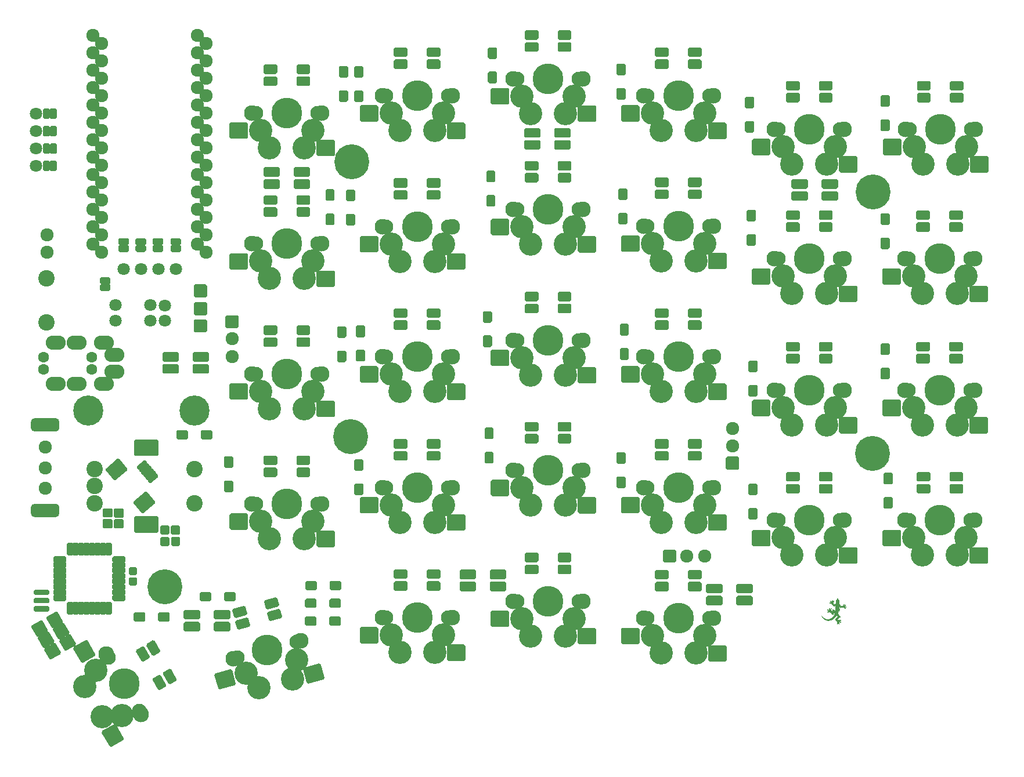
<source format=gts>
G04 #@! TF.GenerationSoftware,KiCad,Pcbnew,5.1.10*
G04 #@! TF.CreationDate,2021-10-01T05:51:37+02:00*
G04 #@! TF.ProjectId,SofleKeyboard,536f666c-654b-4657-9962-6f6172642e6b,rev?*
G04 #@! TF.SameCoordinates,Original*
G04 #@! TF.FileFunction,Soldermask,Top*
G04 #@! TF.FilePolarity,Negative*
%FSLAX46Y46*%
G04 Gerber Fmt 4.6, Leading zero omitted, Abs format (unit mm)*
G04 Created by KiCad (PCBNEW 5.1.10) date 2021-10-01 05:51:37*
%MOMM*%
%LPD*%
G01*
G04 APERTURE LIST*
%ADD10C,0.010000*%
%ADD11C,1.924000*%
%ADD12C,1.797000*%
%ADD13C,4.400000*%
%ADD14C,2.400000*%
%ADD15C,5.100000*%
%ADD16C,1.600000*%
%ADD17O,2.900000X2.100000*%
%ADD18C,3.400000*%
%ADD19C,4.500000*%
%ADD20C,2.100000*%
%ADD21C,2.300000*%
G04 APERTURE END LIST*
D10*
G36*
X200851318Y-120904032D02*
G01*
X200879566Y-120948878D01*
X200910606Y-121018368D01*
X200924278Y-121053363D01*
X200946844Y-121109544D01*
X200967741Y-121155842D01*
X200984739Y-121187691D01*
X200995612Y-121200526D01*
X200996125Y-121200595D01*
X201007513Y-121212147D01*
X201011992Y-121243160D01*
X201012000Y-121244792D01*
X201016997Y-121286612D01*
X201029270Y-121331809D01*
X201031708Y-121338243D01*
X201040080Y-121362436D01*
X201044426Y-121387074D01*
X201044778Y-121418171D01*
X201041165Y-121461743D01*
X201033616Y-121523805D01*
X201032658Y-121531171D01*
X201013898Y-121674841D01*
X201154872Y-121859995D01*
X201199855Y-121919074D01*
X201239325Y-121970909D01*
X201270787Y-122012224D01*
X201291748Y-122039744D01*
X201299674Y-122050143D01*
X201313704Y-122050137D01*
X201345604Y-122043278D01*
X201389384Y-122031427D01*
X201439058Y-122016447D01*
X201488637Y-122000200D01*
X201532132Y-121984549D01*
X201563556Y-121971356D01*
X201575376Y-121964398D01*
X201596102Y-121938792D01*
X201620849Y-121897920D01*
X201645846Y-121849484D01*
X201667324Y-121801187D01*
X201681511Y-121760730D01*
X201685100Y-121740268D01*
X201693261Y-121711887D01*
X201712639Y-121698151D01*
X201735574Y-121703704D01*
X201739610Y-121707230D01*
X201747711Y-121725419D01*
X201738756Y-121746844D01*
X201729490Y-121774125D01*
X201723922Y-121814532D01*
X201723200Y-121834571D01*
X201726946Y-121878386D01*
X201739701Y-121902353D01*
X201763732Y-121906956D01*
X201801311Y-121892678D01*
X201851845Y-121861918D01*
X201896550Y-121832694D01*
X201925006Y-121816692D01*
X201941757Y-121812548D01*
X201951347Y-121818898D01*
X201956832Y-121830396D01*
X201958613Y-121858223D01*
X201939343Y-121872436D01*
X201926717Y-121873700D01*
X201904223Y-121883822D01*
X201876807Y-121909034D01*
X201850696Y-121941604D01*
X201832118Y-121973800D01*
X201827172Y-121997289D01*
X201840575Y-122015955D01*
X201868790Y-122036072D01*
X201903392Y-122053490D01*
X201935955Y-122064061D01*
X201958055Y-122063635D01*
X201959715Y-122062560D01*
X201981588Y-122056743D01*
X202004269Y-122064223D01*
X202015097Y-122080685D01*
X202015105Y-122081433D01*
X202006737Y-122111269D01*
X201985707Y-122121722D01*
X201966950Y-122116311D01*
X201934941Y-122106136D01*
X201894157Y-122101960D01*
X201853043Y-122103474D01*
X201820045Y-122110373D01*
X201803648Y-122122245D01*
X201807824Y-122141525D01*
X201825994Y-122169735D01*
X201852145Y-122200156D01*
X201880265Y-122226069D01*
X201904341Y-122240755D01*
X201910810Y-122242000D01*
X201923501Y-122250785D01*
X201923970Y-122270531D01*
X201914464Y-122291321D01*
X201897228Y-122303239D01*
X201896924Y-122303299D01*
X201874724Y-122297040D01*
X201867287Y-122282805D01*
X201853162Y-122266503D01*
X201821302Y-122244374D01*
X201777773Y-122219464D01*
X201728638Y-122194819D01*
X201679963Y-122173484D01*
X201637813Y-122158507D01*
X201608696Y-122152933D01*
X201585049Y-122154720D01*
X201541811Y-122159741D01*
X201484485Y-122167294D01*
X201418573Y-122176677D01*
X201395794Y-122180069D01*
X201331186Y-122189436D01*
X201276188Y-122196728D01*
X201235344Y-122201395D01*
X201213198Y-122202888D01*
X201210582Y-122202461D01*
X201202850Y-122190453D01*
X201184297Y-122160898D01*
X201157459Y-122117852D01*
X201124868Y-122065373D01*
X201114033Y-122047887D01*
X201080281Y-121994209D01*
X201051348Y-121949739D01*
X201029750Y-121918227D01*
X201018004Y-121903425D01*
X201016718Y-121902847D01*
X201016221Y-121916252D01*
X201017225Y-121951575D01*
X201019569Y-122005393D01*
X201023092Y-122074278D01*
X201027630Y-122154805D01*
X201032195Y-122230310D01*
X201052293Y-122553150D01*
X200924235Y-122798899D01*
X200887146Y-122871453D01*
X200855074Y-122936857D01*
X200829605Y-122991654D01*
X200812321Y-123032389D01*
X200804808Y-123055605D01*
X200804914Y-123059249D01*
X200814650Y-123073371D01*
X200837103Y-123104880D01*
X200870019Y-123150643D01*
X200911142Y-123207531D01*
X200958217Y-123272410D01*
X200982930Y-123306386D01*
X201031738Y-123373707D01*
X201075293Y-123434305D01*
X201111431Y-123485125D01*
X201137987Y-123523114D01*
X201152797Y-123545217D01*
X201155128Y-123549381D01*
X201146186Y-123559580D01*
X201119520Y-123582363D01*
X201078007Y-123615460D01*
X201024525Y-123656601D01*
X200961953Y-123703513D01*
X200929450Y-123727476D01*
X200863158Y-123776368D01*
X200804118Y-123820442D01*
X200755304Y-123857436D01*
X200719686Y-123885088D01*
X200700237Y-123901136D01*
X200697524Y-123904032D01*
X200704771Y-123917292D01*
X200728480Y-123938562D01*
X200762775Y-123963763D01*
X200801777Y-123988821D01*
X200839608Y-124009657D01*
X200865950Y-124020839D01*
X200911836Y-124029922D01*
X200977894Y-124034321D01*
X201043750Y-124034175D01*
X201104907Y-124031721D01*
X201146276Y-124027641D01*
X201173462Y-124020895D01*
X201192070Y-124010443D01*
X201197715Y-124005604D01*
X201218302Y-123989050D01*
X201232568Y-123990003D01*
X201246071Y-124001885D01*
X201260095Y-124025517D01*
X201260380Y-124041726D01*
X201254043Y-124061187D01*
X201253300Y-124065488D01*
X201242231Y-124069205D01*
X201215531Y-124070798D01*
X201214777Y-124070800D01*
X201181477Y-124076577D01*
X201138350Y-124091359D01*
X201112393Y-124103161D01*
X201075523Y-124123540D01*
X201057043Y-124140044D01*
X201051813Y-124158357D01*
X201052490Y-124169379D01*
X201060655Y-124192615D01*
X201082454Y-124214699D01*
X201122752Y-124240414D01*
X201127498Y-124243095D01*
X201170395Y-124265607D01*
X201209172Y-124283330D01*
X201230872Y-124291067D01*
X201261086Y-124307217D01*
X201273480Y-124331960D01*
X201264664Y-124358159D01*
X201239736Y-124373852D01*
X201213588Y-124371340D01*
X201196604Y-124351630D01*
X201196580Y-124351557D01*
X201184439Y-124335989D01*
X201156234Y-124323518D01*
X201107350Y-124312119D01*
X201106189Y-124311899D01*
X201061200Y-124304096D01*
X201034146Y-124302285D01*
X201018149Y-124307023D01*
X201006334Y-124318867D01*
X201005418Y-124320067D01*
X200993412Y-124339540D01*
X200988086Y-124361828D01*
X200988776Y-124394397D01*
X200994529Y-124442609D01*
X201003705Y-124483200D01*
X201018434Y-124503337D01*
X201026307Y-124506700D01*
X201042654Y-124516329D01*
X201041173Y-124537066D01*
X201039220Y-124542693D01*
X201020518Y-124569723D01*
X200996584Y-124577086D01*
X200975108Y-124564570D01*
X200965858Y-124544699D01*
X200955533Y-124512443D01*
X200938996Y-124469388D01*
X200928199Y-124443925D01*
X200906494Y-124402148D01*
X200885400Y-124379869D01*
X200866907Y-124372674D01*
X200848938Y-124371182D01*
X200836424Y-124378440D01*
X200825552Y-124399456D01*
X200812509Y-124439235D01*
X200810077Y-124447305D01*
X200798515Y-124493116D01*
X200792396Y-124532470D01*
X200792781Y-124554780D01*
X200790636Y-124582634D01*
X200772993Y-124599417D01*
X200748441Y-124602110D01*
X200725573Y-124587697D01*
X200720613Y-124580133D01*
X200715358Y-124555782D01*
X200727852Y-124539370D01*
X200736811Y-124528222D01*
X200741885Y-124509795D01*
X200743451Y-124479159D01*
X200741886Y-124431383D01*
X200739369Y-124388811D01*
X200735863Y-124338646D01*
X200731217Y-124298358D01*
X200723348Y-124263756D01*
X200710173Y-124230648D01*
X200689611Y-124194843D01*
X200659578Y-124152149D01*
X200617991Y-124098374D01*
X200562767Y-124029327D01*
X200557478Y-124022744D01*
X200525793Y-123984556D01*
X200501581Y-123955072D01*
X200486060Y-123931175D01*
X200480445Y-123909746D01*
X200485952Y-123887667D01*
X200503798Y-123861818D01*
X200535198Y-123829081D01*
X200581368Y-123786338D01*
X200643525Y-123730471D01*
X200686648Y-123691490D01*
X200862946Y-123531215D01*
X200757883Y-123432707D01*
X200715446Y-123393541D01*
X200679790Y-123361801D01*
X200654922Y-123340976D01*
X200645084Y-123334448D01*
X200635540Y-123344630D01*
X200615898Y-123371920D01*
X200589327Y-123411764D01*
X200567966Y-123445224D01*
X200508908Y-123528294D01*
X200434258Y-123616610D01*
X200350686Y-123703183D01*
X200264860Y-123781026D01*
X200197314Y-123833560D01*
X200127594Y-123877960D01*
X200044176Y-123923371D01*
X199955621Y-123965697D01*
X199870488Y-124000837D01*
X199799150Y-124024214D01*
X199713402Y-124042799D01*
X199616572Y-124056921D01*
X199518518Y-124065588D01*
X199429103Y-124067808D01*
X199385867Y-124065816D01*
X199233972Y-124040813D01*
X199087418Y-123992030D01*
X198948297Y-123920877D01*
X198818702Y-123828765D01*
X198700724Y-123717106D01*
X198596454Y-123587309D01*
X198536483Y-123492950D01*
X198507210Y-123442150D01*
X198542446Y-123486600D01*
X198585444Y-123536400D01*
X198640761Y-123594071D01*
X198702775Y-123654340D01*
X198765862Y-123711931D01*
X198824399Y-123761569D01*
X198872763Y-123797981D01*
X198878400Y-123801721D01*
X199004824Y-123870651D01*
X199137971Y-123918911D01*
X199274051Y-123945852D01*
X199409274Y-123950823D01*
X199539851Y-123933173D01*
X199580955Y-123922369D01*
X199660725Y-123893860D01*
X199750993Y-123853771D01*
X199842584Y-123806592D01*
X199926325Y-123756812D01*
X199946337Y-123743550D01*
X200014796Y-123693689D01*
X200076117Y-123641145D01*
X200133341Y-123582288D01*
X200189512Y-123513490D01*
X200247670Y-123431122D01*
X200310859Y-123331556D01*
X200358154Y-123252344D01*
X200432200Y-123126039D01*
X200312525Y-123014936D01*
X200267749Y-122974694D01*
X200230051Y-122943325D01*
X200202951Y-122923572D01*
X200189967Y-122918175D01*
X200189388Y-122918991D01*
X200186936Y-122936795D01*
X200182714Y-122974592D01*
X200177284Y-123027084D01*
X200171212Y-123088971D01*
X200170338Y-123098129D01*
X200154750Y-123262109D01*
X199950948Y-123065576D01*
X199881935Y-122999500D01*
X199827894Y-122949121D01*
X199785920Y-122912089D01*
X199753107Y-122886058D01*
X199726550Y-122868680D01*
X199703343Y-122857608D01*
X199686751Y-122852132D01*
X199641100Y-122844084D01*
X199584559Y-122840868D01*
X199524141Y-122842064D01*
X199466857Y-122847253D01*
X199419719Y-122856016D01*
X199389737Y-122867934D01*
X199387069Y-122870043D01*
X199366436Y-122882646D01*
X199345959Y-122875093D01*
X199342856Y-122872883D01*
X199325131Y-122848751D01*
X199327941Y-122824377D01*
X199348741Y-122808520D01*
X199362151Y-122806509D01*
X199392008Y-122801155D01*
X199432243Y-122788243D01*
X199474479Y-122771207D01*
X199510340Y-122753477D01*
X199531451Y-122738486D01*
X199532921Y-122736536D01*
X199538294Y-122706468D01*
X199518513Y-122674683D01*
X199473754Y-122641400D01*
X199447154Y-122626828D01*
X199403867Y-122605441D01*
X199367190Y-122588466D01*
X199345125Y-122579602D01*
X199326911Y-122563337D01*
X199324380Y-122536868D01*
X199338140Y-122511239D01*
X199363798Y-122496845D01*
X199384716Y-122505471D01*
X199392285Y-122519935D01*
X199407965Y-122537818D01*
X199444654Y-122554069D01*
X199478866Y-122563859D01*
X199522206Y-122574226D01*
X199548495Y-122577600D01*
X199565190Y-122573658D01*
X199579749Y-122562075D01*
X199582523Y-122559347D01*
X199599271Y-122527710D01*
X199605718Y-122483250D01*
X199602215Y-122436065D01*
X199589112Y-122396249D01*
X199576287Y-122379664D01*
X199554269Y-122350124D01*
X199556407Y-122321306D01*
X199565270Y-122309509D01*
X199587803Y-122300544D01*
X199612280Y-122306461D01*
X199626943Y-122323549D01*
X199627698Y-122329206D01*
X199632561Y-122350947D01*
X199645284Y-122387628D01*
X199662274Y-122429325D01*
X199682313Y-122472297D01*
X199698211Y-122496435D01*
X199714327Y-122506838D01*
X199730115Y-122508700D01*
X199749407Y-122506006D01*
X199763029Y-122494183D01*
X199775163Y-122467615D01*
X199786165Y-122433438D01*
X199797289Y-122388956D01*
X199802745Y-122350878D01*
X199802022Y-122331672D01*
X199804827Y-122304694D01*
X199823511Y-122288385D01*
X199849304Y-122287270D01*
X199867058Y-122298115D01*
X199880503Y-122318616D01*
X199873508Y-122341045D01*
X199871926Y-122343632D01*
X199863985Y-122370301D01*
X199858677Y-122418609D01*
X199856369Y-122484894D01*
X199856300Y-122500131D01*
X199856300Y-122631608D01*
X199954458Y-122767758D01*
X199990263Y-122817889D01*
X200017070Y-122853877D01*
X200036623Y-122874241D01*
X200050662Y-122877498D01*
X200060930Y-122862168D01*
X200069169Y-122826767D01*
X200077120Y-122769814D01*
X200086526Y-122689826D01*
X200091023Y-122651575D01*
X200099427Y-122584901D01*
X200107476Y-122528172D01*
X200114487Y-122485697D01*
X200119776Y-122461783D01*
X200121708Y-122458104D01*
X200133028Y-122466297D01*
X200160170Y-122489038D01*
X200200184Y-122523761D01*
X200250122Y-122567903D01*
X200307035Y-122618897D01*
X200318815Y-122629530D01*
X200376385Y-122681288D01*
X200427192Y-122726453D01*
X200468381Y-122762530D01*
X200497097Y-122787023D01*
X200510485Y-122797436D01*
X200511083Y-122797601D01*
X200511331Y-122784505D01*
X200510091Y-122750703D01*
X200507581Y-122700832D01*
X200504018Y-122639527D01*
X200502589Y-122616650D01*
X200499029Y-122548195D01*
X200497622Y-122483160D01*
X200498542Y-122415824D01*
X200501965Y-122340471D01*
X200508064Y-122251382D01*
X200517016Y-122142839D01*
X200517101Y-122141862D01*
X200524220Y-122057940D01*
X200530255Y-121982878D01*
X200534948Y-121920233D01*
X200538040Y-121873560D01*
X200539273Y-121846417D01*
X200538988Y-121840954D01*
X200527089Y-121845274D01*
X200497466Y-121859906D01*
X200454473Y-121882606D01*
X200402465Y-121911130D01*
X200397917Y-121913667D01*
X200345449Y-121942523D01*
X200301725Y-121965695D01*
X200271069Y-121980956D01*
X200257803Y-121986078D01*
X200257616Y-121985975D01*
X200237327Y-121960222D01*
X200205400Y-121922131D01*
X200165149Y-121875416D01*
X200119886Y-121823791D01*
X200072926Y-121770970D01*
X200027580Y-121720667D01*
X199987163Y-121676596D01*
X199954988Y-121642470D01*
X199934367Y-121622004D01*
X199929372Y-121618026D01*
X199886066Y-121598180D01*
X199835672Y-121580003D01*
X199785080Y-121565384D01*
X199741179Y-121556210D01*
X199710857Y-121554370D01*
X199703858Y-121556222D01*
X199678879Y-121558383D01*
X199660010Y-121543098D01*
X199655677Y-121518218D01*
X199657276Y-121512834D01*
X199666239Y-121503451D01*
X199687184Y-121499194D01*
X199725167Y-121499504D01*
X199758374Y-121501660D01*
X199806577Y-121504864D01*
X199835295Y-121504548D01*
X199850347Y-121499407D01*
X199857553Y-121488136D01*
X199860294Y-121478797D01*
X199861213Y-121450641D01*
X199847785Y-121419205D01*
X199817631Y-121380287D01*
X199785306Y-121346352D01*
X199756490Y-121310940D01*
X199747746Y-121283914D01*
X199759240Y-121267707D01*
X199779701Y-121264100D01*
X199801406Y-121272952D01*
X199805522Y-121286325D01*
X199816272Y-121307368D01*
X199843191Y-121331479D01*
X199878337Y-121353735D01*
X199913765Y-121369215D01*
X199941536Y-121373000D01*
X199944327Y-121372326D01*
X199964459Y-121354677D01*
X199981788Y-121321074D01*
X199993375Y-121280960D01*
X199996278Y-121243780D01*
X199990775Y-121223141D01*
X199984760Y-121198657D01*
X199992289Y-121186530D01*
X200015176Y-121176958D01*
X200035915Y-121186782D01*
X200045483Y-121210944D01*
X200045337Y-121216273D01*
X200044253Y-121245843D01*
X200044328Y-121288178D01*
X200044824Y-121310243D01*
X200047924Y-121350675D01*
X200055669Y-121372301D01*
X200070455Y-121381617D01*
X200071233Y-121381826D01*
X200093788Y-121376149D01*
X200121993Y-121353866D01*
X200150127Y-121321085D01*
X200172466Y-121283913D01*
X200179435Y-121266350D01*
X200194931Y-121243779D01*
X200216036Y-121241134D01*
X200239453Y-121252634D01*
X200247321Y-121272096D01*
X200237543Y-121290056D01*
X200227930Y-121294792D01*
X200213385Y-121309956D01*
X200195517Y-121343496D01*
X200176629Y-121389017D01*
X200159025Y-121440127D01*
X200145009Y-121490432D01*
X200136885Y-121533538D01*
X200135752Y-121550606D01*
X200143653Y-121582520D01*
X200166229Y-121630604D01*
X200201888Y-121691517D01*
X200206230Y-121698371D01*
X200276655Y-121808792D01*
X200412552Y-121737703D01*
X200466038Y-121709472D01*
X200511262Y-121685129D01*
X200543464Y-121667270D01*
X200557881Y-121658489D01*
X200557889Y-121658482D01*
X200560779Y-121643248D01*
X200561334Y-121608246D01*
X200559605Y-121558997D01*
X200556511Y-121511748D01*
X200552100Y-121447974D01*
X200550905Y-121403072D01*
X200553347Y-121370671D01*
X200559844Y-121344398D01*
X200569018Y-121321798D01*
X200583996Y-121279579D01*
X200592144Y-121238687D01*
X200592621Y-121230106D01*
X200598970Y-121196906D01*
X200612930Y-121185656D01*
X200626269Y-121172905D01*
X200646877Y-121141243D01*
X200672088Y-121095136D01*
X200695016Y-121048200D01*
X200733707Y-120970369D01*
X200767056Y-120917000D01*
X200796690Y-120888130D01*
X200824235Y-120883795D01*
X200851318Y-120904032D01*
G37*
X200851318Y-120904032D02*
X200879566Y-120948878D01*
X200910606Y-121018368D01*
X200924278Y-121053363D01*
X200946844Y-121109544D01*
X200967741Y-121155842D01*
X200984739Y-121187691D01*
X200995612Y-121200526D01*
X200996125Y-121200595D01*
X201007513Y-121212147D01*
X201011992Y-121243160D01*
X201012000Y-121244792D01*
X201016997Y-121286612D01*
X201029270Y-121331809D01*
X201031708Y-121338243D01*
X201040080Y-121362436D01*
X201044426Y-121387074D01*
X201044778Y-121418171D01*
X201041165Y-121461743D01*
X201033616Y-121523805D01*
X201032658Y-121531171D01*
X201013898Y-121674841D01*
X201154872Y-121859995D01*
X201199855Y-121919074D01*
X201239325Y-121970909D01*
X201270787Y-122012224D01*
X201291748Y-122039744D01*
X201299674Y-122050143D01*
X201313704Y-122050137D01*
X201345604Y-122043278D01*
X201389384Y-122031427D01*
X201439058Y-122016447D01*
X201488637Y-122000200D01*
X201532132Y-121984549D01*
X201563556Y-121971356D01*
X201575376Y-121964398D01*
X201596102Y-121938792D01*
X201620849Y-121897920D01*
X201645846Y-121849484D01*
X201667324Y-121801187D01*
X201681511Y-121760730D01*
X201685100Y-121740268D01*
X201693261Y-121711887D01*
X201712639Y-121698151D01*
X201735574Y-121703704D01*
X201739610Y-121707230D01*
X201747711Y-121725419D01*
X201738756Y-121746844D01*
X201729490Y-121774125D01*
X201723922Y-121814532D01*
X201723200Y-121834571D01*
X201726946Y-121878386D01*
X201739701Y-121902353D01*
X201763732Y-121906956D01*
X201801311Y-121892678D01*
X201851845Y-121861918D01*
X201896550Y-121832694D01*
X201925006Y-121816692D01*
X201941757Y-121812548D01*
X201951347Y-121818898D01*
X201956832Y-121830396D01*
X201958613Y-121858223D01*
X201939343Y-121872436D01*
X201926717Y-121873700D01*
X201904223Y-121883822D01*
X201876807Y-121909034D01*
X201850696Y-121941604D01*
X201832118Y-121973800D01*
X201827172Y-121997289D01*
X201840575Y-122015955D01*
X201868790Y-122036072D01*
X201903392Y-122053490D01*
X201935955Y-122064061D01*
X201958055Y-122063635D01*
X201959715Y-122062560D01*
X201981588Y-122056743D01*
X202004269Y-122064223D01*
X202015097Y-122080685D01*
X202015105Y-122081433D01*
X202006737Y-122111269D01*
X201985707Y-122121722D01*
X201966950Y-122116311D01*
X201934941Y-122106136D01*
X201894157Y-122101960D01*
X201853043Y-122103474D01*
X201820045Y-122110373D01*
X201803648Y-122122245D01*
X201807824Y-122141525D01*
X201825994Y-122169735D01*
X201852145Y-122200156D01*
X201880265Y-122226069D01*
X201904341Y-122240755D01*
X201910810Y-122242000D01*
X201923501Y-122250785D01*
X201923970Y-122270531D01*
X201914464Y-122291321D01*
X201897228Y-122303239D01*
X201896924Y-122303299D01*
X201874724Y-122297040D01*
X201867287Y-122282805D01*
X201853162Y-122266503D01*
X201821302Y-122244374D01*
X201777773Y-122219464D01*
X201728638Y-122194819D01*
X201679963Y-122173484D01*
X201637813Y-122158507D01*
X201608696Y-122152933D01*
X201585049Y-122154720D01*
X201541811Y-122159741D01*
X201484485Y-122167294D01*
X201418573Y-122176677D01*
X201395794Y-122180069D01*
X201331186Y-122189436D01*
X201276188Y-122196728D01*
X201235344Y-122201395D01*
X201213198Y-122202888D01*
X201210582Y-122202461D01*
X201202850Y-122190453D01*
X201184297Y-122160898D01*
X201157459Y-122117852D01*
X201124868Y-122065373D01*
X201114033Y-122047887D01*
X201080281Y-121994209D01*
X201051348Y-121949739D01*
X201029750Y-121918227D01*
X201018004Y-121903425D01*
X201016718Y-121902847D01*
X201016221Y-121916252D01*
X201017225Y-121951575D01*
X201019569Y-122005393D01*
X201023092Y-122074278D01*
X201027630Y-122154805D01*
X201032195Y-122230310D01*
X201052293Y-122553150D01*
X200924235Y-122798899D01*
X200887146Y-122871453D01*
X200855074Y-122936857D01*
X200829605Y-122991654D01*
X200812321Y-123032389D01*
X200804808Y-123055605D01*
X200804914Y-123059249D01*
X200814650Y-123073371D01*
X200837103Y-123104880D01*
X200870019Y-123150643D01*
X200911142Y-123207531D01*
X200958217Y-123272410D01*
X200982930Y-123306386D01*
X201031738Y-123373707D01*
X201075293Y-123434305D01*
X201111431Y-123485125D01*
X201137987Y-123523114D01*
X201152797Y-123545217D01*
X201155128Y-123549381D01*
X201146186Y-123559580D01*
X201119520Y-123582363D01*
X201078007Y-123615460D01*
X201024525Y-123656601D01*
X200961953Y-123703513D01*
X200929450Y-123727476D01*
X200863158Y-123776368D01*
X200804118Y-123820442D01*
X200755304Y-123857436D01*
X200719686Y-123885088D01*
X200700237Y-123901136D01*
X200697524Y-123904032D01*
X200704771Y-123917292D01*
X200728480Y-123938562D01*
X200762775Y-123963763D01*
X200801777Y-123988821D01*
X200839608Y-124009657D01*
X200865950Y-124020839D01*
X200911836Y-124029922D01*
X200977894Y-124034321D01*
X201043750Y-124034175D01*
X201104907Y-124031721D01*
X201146276Y-124027641D01*
X201173462Y-124020895D01*
X201192070Y-124010443D01*
X201197715Y-124005604D01*
X201218302Y-123989050D01*
X201232568Y-123990003D01*
X201246071Y-124001885D01*
X201260095Y-124025517D01*
X201260380Y-124041726D01*
X201254043Y-124061187D01*
X201253300Y-124065488D01*
X201242231Y-124069205D01*
X201215531Y-124070798D01*
X201214777Y-124070800D01*
X201181477Y-124076577D01*
X201138350Y-124091359D01*
X201112393Y-124103161D01*
X201075523Y-124123540D01*
X201057043Y-124140044D01*
X201051813Y-124158357D01*
X201052490Y-124169379D01*
X201060655Y-124192615D01*
X201082454Y-124214699D01*
X201122752Y-124240414D01*
X201127498Y-124243095D01*
X201170395Y-124265607D01*
X201209172Y-124283330D01*
X201230872Y-124291067D01*
X201261086Y-124307217D01*
X201273480Y-124331960D01*
X201264664Y-124358159D01*
X201239736Y-124373852D01*
X201213588Y-124371340D01*
X201196604Y-124351630D01*
X201196580Y-124351557D01*
X201184439Y-124335989D01*
X201156234Y-124323518D01*
X201107350Y-124312119D01*
X201106189Y-124311899D01*
X201061200Y-124304096D01*
X201034146Y-124302285D01*
X201018149Y-124307023D01*
X201006334Y-124318867D01*
X201005418Y-124320067D01*
X200993412Y-124339540D01*
X200988086Y-124361828D01*
X200988776Y-124394397D01*
X200994529Y-124442609D01*
X201003705Y-124483200D01*
X201018434Y-124503337D01*
X201026307Y-124506700D01*
X201042654Y-124516329D01*
X201041173Y-124537066D01*
X201039220Y-124542693D01*
X201020518Y-124569723D01*
X200996584Y-124577086D01*
X200975108Y-124564570D01*
X200965858Y-124544699D01*
X200955533Y-124512443D01*
X200938996Y-124469388D01*
X200928199Y-124443925D01*
X200906494Y-124402148D01*
X200885400Y-124379869D01*
X200866907Y-124372674D01*
X200848938Y-124371182D01*
X200836424Y-124378440D01*
X200825552Y-124399456D01*
X200812509Y-124439235D01*
X200810077Y-124447305D01*
X200798515Y-124493116D01*
X200792396Y-124532470D01*
X200792781Y-124554780D01*
X200790636Y-124582634D01*
X200772993Y-124599417D01*
X200748441Y-124602110D01*
X200725573Y-124587697D01*
X200720613Y-124580133D01*
X200715358Y-124555782D01*
X200727852Y-124539370D01*
X200736811Y-124528222D01*
X200741885Y-124509795D01*
X200743451Y-124479159D01*
X200741886Y-124431383D01*
X200739369Y-124388811D01*
X200735863Y-124338646D01*
X200731217Y-124298358D01*
X200723348Y-124263756D01*
X200710173Y-124230648D01*
X200689611Y-124194843D01*
X200659578Y-124152149D01*
X200617991Y-124098374D01*
X200562767Y-124029327D01*
X200557478Y-124022744D01*
X200525793Y-123984556D01*
X200501581Y-123955072D01*
X200486060Y-123931175D01*
X200480445Y-123909746D01*
X200485952Y-123887667D01*
X200503798Y-123861818D01*
X200535198Y-123829081D01*
X200581368Y-123786338D01*
X200643525Y-123730471D01*
X200686648Y-123691490D01*
X200862946Y-123531215D01*
X200757883Y-123432707D01*
X200715446Y-123393541D01*
X200679790Y-123361801D01*
X200654922Y-123340976D01*
X200645084Y-123334448D01*
X200635540Y-123344630D01*
X200615898Y-123371920D01*
X200589327Y-123411764D01*
X200567966Y-123445224D01*
X200508908Y-123528294D01*
X200434258Y-123616610D01*
X200350686Y-123703183D01*
X200264860Y-123781026D01*
X200197314Y-123833560D01*
X200127594Y-123877960D01*
X200044176Y-123923371D01*
X199955621Y-123965697D01*
X199870488Y-124000837D01*
X199799150Y-124024214D01*
X199713402Y-124042799D01*
X199616572Y-124056921D01*
X199518518Y-124065588D01*
X199429103Y-124067808D01*
X199385867Y-124065816D01*
X199233972Y-124040813D01*
X199087418Y-123992030D01*
X198948297Y-123920877D01*
X198818702Y-123828765D01*
X198700724Y-123717106D01*
X198596454Y-123587309D01*
X198536483Y-123492950D01*
X198507210Y-123442150D01*
X198542446Y-123486600D01*
X198585444Y-123536400D01*
X198640761Y-123594071D01*
X198702775Y-123654340D01*
X198765862Y-123711931D01*
X198824399Y-123761569D01*
X198872763Y-123797981D01*
X198878400Y-123801721D01*
X199004824Y-123870651D01*
X199137971Y-123918911D01*
X199274051Y-123945852D01*
X199409274Y-123950823D01*
X199539851Y-123933173D01*
X199580955Y-123922369D01*
X199660725Y-123893860D01*
X199750993Y-123853771D01*
X199842584Y-123806592D01*
X199926325Y-123756812D01*
X199946337Y-123743550D01*
X200014796Y-123693689D01*
X200076117Y-123641145D01*
X200133341Y-123582288D01*
X200189512Y-123513490D01*
X200247670Y-123431122D01*
X200310859Y-123331556D01*
X200358154Y-123252344D01*
X200432200Y-123126039D01*
X200312525Y-123014936D01*
X200267749Y-122974694D01*
X200230051Y-122943325D01*
X200202951Y-122923572D01*
X200189967Y-122918175D01*
X200189388Y-122918991D01*
X200186936Y-122936795D01*
X200182714Y-122974592D01*
X200177284Y-123027084D01*
X200171212Y-123088971D01*
X200170338Y-123098129D01*
X200154750Y-123262109D01*
X199950948Y-123065576D01*
X199881935Y-122999500D01*
X199827894Y-122949121D01*
X199785920Y-122912089D01*
X199753107Y-122886058D01*
X199726550Y-122868680D01*
X199703343Y-122857608D01*
X199686751Y-122852132D01*
X199641100Y-122844084D01*
X199584559Y-122840868D01*
X199524141Y-122842064D01*
X199466857Y-122847253D01*
X199419719Y-122856016D01*
X199389737Y-122867934D01*
X199387069Y-122870043D01*
X199366436Y-122882646D01*
X199345959Y-122875093D01*
X199342856Y-122872883D01*
X199325131Y-122848751D01*
X199327941Y-122824377D01*
X199348741Y-122808520D01*
X199362151Y-122806509D01*
X199392008Y-122801155D01*
X199432243Y-122788243D01*
X199474479Y-122771207D01*
X199510340Y-122753477D01*
X199531451Y-122738486D01*
X199532921Y-122736536D01*
X199538294Y-122706468D01*
X199518513Y-122674683D01*
X199473754Y-122641400D01*
X199447154Y-122626828D01*
X199403867Y-122605441D01*
X199367190Y-122588466D01*
X199345125Y-122579602D01*
X199326911Y-122563337D01*
X199324380Y-122536868D01*
X199338140Y-122511239D01*
X199363798Y-122496845D01*
X199384716Y-122505471D01*
X199392285Y-122519935D01*
X199407965Y-122537818D01*
X199444654Y-122554069D01*
X199478866Y-122563859D01*
X199522206Y-122574226D01*
X199548495Y-122577600D01*
X199565190Y-122573658D01*
X199579749Y-122562075D01*
X199582523Y-122559347D01*
X199599271Y-122527710D01*
X199605718Y-122483250D01*
X199602215Y-122436065D01*
X199589112Y-122396249D01*
X199576287Y-122379664D01*
X199554269Y-122350124D01*
X199556407Y-122321306D01*
X199565270Y-122309509D01*
X199587803Y-122300544D01*
X199612280Y-122306461D01*
X199626943Y-122323549D01*
X199627698Y-122329206D01*
X199632561Y-122350947D01*
X199645284Y-122387628D01*
X199662274Y-122429325D01*
X199682313Y-122472297D01*
X199698211Y-122496435D01*
X199714327Y-122506838D01*
X199730115Y-122508700D01*
X199749407Y-122506006D01*
X199763029Y-122494183D01*
X199775163Y-122467615D01*
X199786165Y-122433438D01*
X199797289Y-122388956D01*
X199802745Y-122350878D01*
X199802022Y-122331672D01*
X199804827Y-122304694D01*
X199823511Y-122288385D01*
X199849304Y-122287270D01*
X199867058Y-122298115D01*
X199880503Y-122318616D01*
X199873508Y-122341045D01*
X199871926Y-122343632D01*
X199863985Y-122370301D01*
X199858677Y-122418609D01*
X199856369Y-122484894D01*
X199856300Y-122500131D01*
X199856300Y-122631608D01*
X199954458Y-122767758D01*
X199990263Y-122817889D01*
X200017070Y-122853877D01*
X200036623Y-122874241D01*
X200050662Y-122877498D01*
X200060930Y-122862168D01*
X200069169Y-122826767D01*
X200077120Y-122769814D01*
X200086526Y-122689826D01*
X200091023Y-122651575D01*
X200099427Y-122584901D01*
X200107476Y-122528172D01*
X200114487Y-122485697D01*
X200119776Y-122461783D01*
X200121708Y-122458104D01*
X200133028Y-122466297D01*
X200160170Y-122489038D01*
X200200184Y-122523761D01*
X200250122Y-122567903D01*
X200307035Y-122618897D01*
X200318815Y-122629530D01*
X200376385Y-122681288D01*
X200427192Y-122726453D01*
X200468381Y-122762530D01*
X200497097Y-122787023D01*
X200510485Y-122797436D01*
X200511083Y-122797601D01*
X200511331Y-122784505D01*
X200510091Y-122750703D01*
X200507581Y-122700832D01*
X200504018Y-122639527D01*
X200502589Y-122616650D01*
X200499029Y-122548195D01*
X200497622Y-122483160D01*
X200498542Y-122415824D01*
X200501965Y-122340471D01*
X200508064Y-122251382D01*
X200517016Y-122142839D01*
X200517101Y-122141862D01*
X200524220Y-122057940D01*
X200530255Y-121982878D01*
X200534948Y-121920233D01*
X200538040Y-121873560D01*
X200539273Y-121846417D01*
X200538988Y-121840954D01*
X200527089Y-121845274D01*
X200497466Y-121859906D01*
X200454473Y-121882606D01*
X200402465Y-121911130D01*
X200397917Y-121913667D01*
X200345449Y-121942523D01*
X200301725Y-121965695D01*
X200271069Y-121980956D01*
X200257803Y-121986078D01*
X200257616Y-121985975D01*
X200237327Y-121960222D01*
X200205400Y-121922131D01*
X200165149Y-121875416D01*
X200119886Y-121823791D01*
X200072926Y-121770970D01*
X200027580Y-121720667D01*
X199987163Y-121676596D01*
X199954988Y-121642470D01*
X199934367Y-121622004D01*
X199929372Y-121618026D01*
X199886066Y-121598180D01*
X199835672Y-121580003D01*
X199785080Y-121565384D01*
X199741179Y-121556210D01*
X199710857Y-121554370D01*
X199703858Y-121556222D01*
X199678879Y-121558383D01*
X199660010Y-121543098D01*
X199655677Y-121518218D01*
X199657276Y-121512834D01*
X199666239Y-121503451D01*
X199687184Y-121499194D01*
X199725167Y-121499504D01*
X199758374Y-121501660D01*
X199806577Y-121504864D01*
X199835295Y-121504548D01*
X199850347Y-121499407D01*
X199857553Y-121488136D01*
X199860294Y-121478797D01*
X199861213Y-121450641D01*
X199847785Y-121419205D01*
X199817631Y-121380287D01*
X199785306Y-121346352D01*
X199756490Y-121310940D01*
X199747746Y-121283914D01*
X199759240Y-121267707D01*
X199779701Y-121264100D01*
X199801406Y-121272952D01*
X199805522Y-121286325D01*
X199816272Y-121307368D01*
X199843191Y-121331479D01*
X199878337Y-121353735D01*
X199913765Y-121369215D01*
X199941536Y-121373000D01*
X199944327Y-121372326D01*
X199964459Y-121354677D01*
X199981788Y-121321074D01*
X199993375Y-121280960D01*
X199996278Y-121243780D01*
X199990775Y-121223141D01*
X199984760Y-121198657D01*
X199992289Y-121186530D01*
X200015176Y-121176958D01*
X200035915Y-121186782D01*
X200045483Y-121210944D01*
X200045337Y-121216273D01*
X200044253Y-121245843D01*
X200044328Y-121288178D01*
X200044824Y-121310243D01*
X200047924Y-121350675D01*
X200055669Y-121372301D01*
X200070455Y-121381617D01*
X200071233Y-121381826D01*
X200093788Y-121376149D01*
X200121993Y-121353866D01*
X200150127Y-121321085D01*
X200172466Y-121283913D01*
X200179435Y-121266350D01*
X200194931Y-121243779D01*
X200216036Y-121241134D01*
X200239453Y-121252634D01*
X200247321Y-121272096D01*
X200237543Y-121290056D01*
X200227930Y-121294792D01*
X200213385Y-121309956D01*
X200195517Y-121343496D01*
X200176629Y-121389017D01*
X200159025Y-121440127D01*
X200145009Y-121490432D01*
X200136885Y-121533538D01*
X200135752Y-121550606D01*
X200143653Y-121582520D01*
X200166229Y-121630604D01*
X200201888Y-121691517D01*
X200206230Y-121698371D01*
X200276655Y-121808792D01*
X200412552Y-121737703D01*
X200466038Y-121709472D01*
X200511262Y-121685129D01*
X200543464Y-121667270D01*
X200557881Y-121658489D01*
X200557889Y-121658482D01*
X200560779Y-121643248D01*
X200561334Y-121608246D01*
X200559605Y-121558997D01*
X200556511Y-121511748D01*
X200552100Y-121447974D01*
X200550905Y-121403072D01*
X200553347Y-121370671D01*
X200559844Y-121344398D01*
X200569018Y-121321798D01*
X200583996Y-121279579D01*
X200592144Y-121238687D01*
X200592621Y-121230106D01*
X200598970Y-121196906D01*
X200612930Y-121185656D01*
X200626269Y-121172905D01*
X200646877Y-121141243D01*
X200672088Y-121095136D01*
X200695016Y-121048200D01*
X200733707Y-120970369D01*
X200767056Y-120917000D01*
X200796690Y-120888130D01*
X200824235Y-120883795D01*
X200851318Y-120904032D01*
G36*
G01*
X88077589Y-128460911D02*
X87315589Y-127141089D01*
G75*
G02*
X87388794Y-126867884I173205J100000D01*
G01*
X88708616Y-126105884D01*
G75*
G02*
X88981821Y-126179089I100000J-173205D01*
G01*
X89743821Y-127498911D01*
G75*
G02*
X89670616Y-127772116I-173205J-100000D01*
G01*
X88350794Y-128534116D01*
G75*
G02*
X88077589Y-128460911I-100000J173205D01*
G01*
G37*
G36*
G01*
X85877884Y-129730911D02*
X85115884Y-128411089D01*
G75*
G02*
X85189089Y-128137884I173205J100000D01*
G01*
X86508911Y-127375884D01*
G75*
G02*
X86782116Y-127449089I100000J-173205D01*
G01*
X87544116Y-128768911D01*
G75*
G02*
X87470911Y-129042116I-173205J-100000D01*
G01*
X86151089Y-129804116D01*
G75*
G02*
X85877884Y-129730911I-100000J173205D01*
G01*
G37*
G36*
G01*
X87125089Y-126811133D02*
X86363089Y-125491311D01*
G75*
G02*
X86436294Y-125218106I173205J100000D01*
G01*
X87756116Y-124456106D01*
G75*
G02*
X88029321Y-124529311I100000J-173205D01*
G01*
X88791321Y-125849133D01*
G75*
G02*
X88718116Y-126122338I-173205J-100000D01*
G01*
X87398294Y-126884338D01*
G75*
G02*
X87125089Y-126811133I-100000J173205D01*
G01*
G37*
G36*
G01*
X86172589Y-125161355D02*
X85410589Y-123841533D01*
G75*
G02*
X85483794Y-123568328I173205J100000D01*
G01*
X86803616Y-122806328D01*
G75*
G02*
X87076821Y-122879533I100000J-173205D01*
G01*
X87838821Y-124199355D01*
G75*
G02*
X87765616Y-124472560I-173205J-100000D01*
G01*
X86445794Y-125234560D01*
G75*
G02*
X86172589Y-125161355I-100000J173205D01*
G01*
G37*
G36*
G01*
X84925384Y-128081133D02*
X84163384Y-126761311D01*
G75*
G02*
X84236589Y-126488106I173205J100000D01*
G01*
X85556411Y-125726106D01*
G75*
G02*
X85829616Y-125799311I100000J-173205D01*
G01*
X86591616Y-127119133D01*
G75*
G02*
X86518411Y-127392338I-173205J-100000D01*
G01*
X85198589Y-128154338D01*
G75*
G02*
X84925384Y-128081133I-100000J173205D01*
G01*
G37*
G36*
G01*
X83972884Y-126431355D02*
X83210884Y-125111533D01*
G75*
G02*
X83284089Y-124838328I173205J100000D01*
G01*
X84603911Y-124076328D01*
G75*
G02*
X84877116Y-124149533I100000J-173205D01*
G01*
X85639116Y-125469355D01*
G75*
G02*
X85565911Y-125742560I-173205J-100000D01*
G01*
X84246089Y-126504560D01*
G75*
G02*
X83972884Y-126431355I-100000J173205D01*
G01*
G37*
D11*
X85248000Y-98800000D03*
X85248000Y-101800000D03*
X85248000Y-104800000D03*
G36*
G01*
X83667000Y-94588000D02*
X86829000Y-94588000D01*
G75*
G02*
X87310000Y-95069000I0J-481000D01*
G01*
X87310000Y-96031000D01*
G75*
G02*
X86829000Y-96512000I-481000J0D01*
G01*
X83667000Y-96512000D01*
G75*
G02*
X83186000Y-96031000I0J481000D01*
G01*
X83186000Y-95069000D01*
G75*
G02*
X83667000Y-94588000I481000J0D01*
G01*
G37*
G36*
G01*
X83667000Y-107088000D02*
X86829000Y-107088000D01*
G75*
G02*
X87310000Y-107569000I0J-481000D01*
G01*
X87310000Y-108531000D01*
G75*
G02*
X86829000Y-109012000I-481000J0D01*
G01*
X83667000Y-109012000D01*
G75*
G02*
X83186000Y-108531000I0J481000D01*
G01*
X83186000Y-107569000D01*
G75*
G02*
X83667000Y-107088000I481000J0D01*
G01*
G37*
G36*
G01*
X83770000Y-120800000D02*
X85670000Y-120800000D01*
G75*
G02*
X85870000Y-121000000I0J-200000D01*
G01*
X85870000Y-121400000D01*
G75*
G02*
X85670000Y-121600000I-200000J0D01*
G01*
X83770000Y-121600000D01*
G75*
G02*
X83570000Y-121400000I0J200000D01*
G01*
X83570000Y-121000000D01*
G75*
G02*
X83770000Y-120800000I200000J0D01*
G01*
G37*
G36*
G01*
X83770000Y-119600000D02*
X85670000Y-119600000D01*
G75*
G02*
X85870000Y-119800000I0J-200000D01*
G01*
X85870000Y-120200000D01*
G75*
G02*
X85670000Y-120400000I-200000J0D01*
G01*
X83770000Y-120400000D01*
G75*
G02*
X83570000Y-120200000I0J200000D01*
G01*
X83570000Y-119800000D01*
G75*
G02*
X83770000Y-119600000I200000J0D01*
G01*
G37*
G36*
G01*
X83770000Y-122000000D02*
X85670000Y-122000000D01*
G75*
G02*
X85870000Y-122200000I0J-200000D01*
G01*
X85870000Y-122600000D01*
G75*
G02*
X85670000Y-122800000I-200000J0D01*
G01*
X83770000Y-122800000D01*
G75*
G02*
X83570000Y-122600000I0J200000D01*
G01*
X83570000Y-122200000D01*
G75*
G02*
X83770000Y-122000000I200000J0D01*
G01*
G37*
G36*
G01*
X98170684Y-106747617D02*
X99855982Y-105333485D01*
G75*
G02*
X100137749Y-105358136I128558J-153209D01*
G01*
X101294767Y-106737016D01*
G75*
G02*
X101270116Y-107018783I-153209J-128558D01*
G01*
X99584818Y-108432915D01*
G75*
G02*
X99303051Y-108408264I-128558J153209D01*
G01*
X98146033Y-107029384D01*
G75*
G02*
X98170684Y-106747617I153209J128558D01*
G01*
G37*
G36*
G01*
X99301661Y-102339285D02*
X100297519Y-101503661D01*
G75*
G02*
X100579286Y-101528312I128558J-153209D01*
G01*
X100772122Y-101758126D01*
G75*
G02*
X100747471Y-102039893I-153209J-128558D01*
G01*
X99751613Y-102875517D01*
G75*
G02*
X99469846Y-102850866I-128558J153209D01*
G01*
X99277010Y-102621052D01*
G75*
G02*
X99301661Y-102339285I153209J128558D01*
G01*
G37*
G36*
G01*
X98658873Y-101573241D02*
X99654731Y-100737617D01*
G75*
G02*
X99936498Y-100762268I128558J-153209D01*
G01*
X100129334Y-100992082D01*
G75*
G02*
X100104683Y-101273849I-153209J-128558D01*
G01*
X99108825Y-102109473D01*
G75*
G02*
X98827058Y-102084822I-128558J153209D01*
G01*
X98634222Y-101855008D01*
G75*
G02*
X98658873Y-101573241I153209J128558D01*
G01*
G37*
G36*
G01*
X99623055Y-102722307D02*
X100618913Y-101886683D01*
G75*
G02*
X100900680Y-101911334I128558J-153209D01*
G01*
X101093516Y-102141148D01*
G75*
G02*
X101068865Y-102422915I-153209J-128558D01*
G01*
X100073007Y-103258539D01*
G75*
G02*
X99791240Y-103233888I-128558J153209D01*
G01*
X99598404Y-103004074D01*
G75*
G02*
X99623055Y-102722307I153209J128558D01*
G01*
G37*
G36*
G01*
X99944449Y-103105330D02*
X100940307Y-102269706D01*
G75*
G02*
X101222074Y-102294357I128558J-153209D01*
G01*
X101414910Y-102524171D01*
G75*
G02*
X101390259Y-102805938I-153209J-128558D01*
G01*
X100394401Y-103641562D01*
G75*
G02*
X100112634Y-103616911I-128558J153209D01*
G01*
X99919798Y-103387097D01*
G75*
G02*
X99944449Y-103105330I153209J128558D01*
G01*
G37*
G36*
G01*
X94121122Y-101921537D02*
X95806420Y-100507405D01*
G75*
G02*
X96088187Y-100532056I128558J-153209D01*
G01*
X97245205Y-101910936D01*
G75*
G02*
X97220554Y-102192703I-153209J-128558D01*
G01*
X95535256Y-103606835D01*
G75*
G02*
X95253489Y-103582184I-128558J153209D01*
G01*
X94096471Y-102203304D01*
G75*
G02*
X94121122Y-101921537I153209J128558D01*
G01*
G37*
G36*
G01*
X98980267Y-101956263D02*
X99976125Y-101120639D01*
G75*
G02*
X100257892Y-101145290I128558J-153209D01*
G01*
X100450728Y-101375104D01*
G75*
G02*
X100426077Y-101656871I-153209J-128558D01*
G01*
X99430219Y-102492495D01*
G75*
G02*
X99148452Y-102467844I-128558J153209D01*
G01*
X98955616Y-102238030D01*
G75*
G02*
X98980267Y-101956263I153209J128558D01*
G01*
G37*
G36*
G01*
X100265843Y-103488352D02*
X101261701Y-102652728D01*
G75*
G02*
X101543468Y-102677379I128558J-153209D01*
G01*
X101736304Y-102907193D01*
G75*
G02*
X101711653Y-103188960I-153209J-128558D01*
G01*
X100715795Y-104024584D01*
G75*
G02*
X100434028Y-103999933I-128558J153209D01*
G01*
X100241192Y-103770119D01*
G75*
G02*
X100265843Y-103488352I153209J128558D01*
G01*
G37*
G36*
G01*
X86444000Y-115483400D02*
X86444000Y-114933400D01*
G75*
G02*
X86644000Y-114733400I200000J0D01*
G01*
X88144000Y-114733400D01*
G75*
G02*
X88344000Y-114933400I0J-200000D01*
G01*
X88344000Y-115483400D01*
G75*
G02*
X88144000Y-115683400I-200000J0D01*
G01*
X86644000Y-115683400D01*
G75*
G02*
X86444000Y-115483400I0J200000D01*
G01*
G37*
G36*
G01*
X86444000Y-116283400D02*
X86444000Y-115733400D01*
G75*
G02*
X86644000Y-115533400I200000J0D01*
G01*
X88144000Y-115533400D01*
G75*
G02*
X88344000Y-115733400I0J-200000D01*
G01*
X88344000Y-116283400D01*
G75*
G02*
X88144000Y-116483400I-200000J0D01*
G01*
X86644000Y-116483400D01*
G75*
G02*
X86444000Y-116283400I0J200000D01*
G01*
G37*
G36*
G01*
X86444000Y-117083400D02*
X86444000Y-116533400D01*
G75*
G02*
X86644000Y-116333400I200000J0D01*
G01*
X88144000Y-116333400D01*
G75*
G02*
X88344000Y-116533400I0J-200000D01*
G01*
X88344000Y-117083400D01*
G75*
G02*
X88144000Y-117283400I-200000J0D01*
G01*
X86644000Y-117283400D01*
G75*
G02*
X86444000Y-117083400I0J200000D01*
G01*
G37*
G36*
G01*
X86444000Y-117883400D02*
X86444000Y-117333400D01*
G75*
G02*
X86644000Y-117133400I200000J0D01*
G01*
X88144000Y-117133400D01*
G75*
G02*
X88344000Y-117333400I0J-200000D01*
G01*
X88344000Y-117883400D01*
G75*
G02*
X88144000Y-118083400I-200000J0D01*
G01*
X86644000Y-118083400D01*
G75*
G02*
X86444000Y-117883400I0J200000D01*
G01*
G37*
G36*
G01*
X86444000Y-118683400D02*
X86444000Y-118133400D01*
G75*
G02*
X86644000Y-117933400I200000J0D01*
G01*
X88144000Y-117933400D01*
G75*
G02*
X88344000Y-118133400I0J-200000D01*
G01*
X88344000Y-118683400D01*
G75*
G02*
X88144000Y-118883400I-200000J0D01*
G01*
X86644000Y-118883400D01*
G75*
G02*
X86444000Y-118683400I0J200000D01*
G01*
G37*
G36*
G01*
X86444000Y-119483400D02*
X86444000Y-118933400D01*
G75*
G02*
X86644000Y-118733400I200000J0D01*
G01*
X88144000Y-118733400D01*
G75*
G02*
X88344000Y-118933400I0J-200000D01*
G01*
X88344000Y-119483400D01*
G75*
G02*
X88144000Y-119683400I-200000J0D01*
G01*
X86644000Y-119683400D01*
G75*
G02*
X86444000Y-119483400I0J200000D01*
G01*
G37*
G36*
G01*
X86444000Y-120283400D02*
X86444000Y-119733400D01*
G75*
G02*
X86644000Y-119533400I200000J0D01*
G01*
X88144000Y-119533400D01*
G75*
G02*
X88344000Y-119733400I0J-200000D01*
G01*
X88344000Y-120283400D01*
G75*
G02*
X88144000Y-120483400I-200000J0D01*
G01*
X86644000Y-120483400D01*
G75*
G02*
X86444000Y-120283400I0J200000D01*
G01*
G37*
G36*
G01*
X86444000Y-121083400D02*
X86444000Y-120533400D01*
G75*
G02*
X86644000Y-120333400I200000J0D01*
G01*
X88144000Y-120333400D01*
G75*
G02*
X88344000Y-120533400I0J-200000D01*
G01*
X88344000Y-121083400D01*
G75*
G02*
X88144000Y-121283400I-200000J0D01*
G01*
X86644000Y-121283400D01*
G75*
G02*
X86444000Y-121083400I0J200000D01*
G01*
G37*
G36*
G01*
X88419000Y-123058400D02*
X88419000Y-121558400D01*
G75*
G02*
X88619000Y-121358400I200000J0D01*
G01*
X89169000Y-121358400D01*
G75*
G02*
X89369000Y-121558400I0J-200000D01*
G01*
X89369000Y-123058400D01*
G75*
G02*
X89169000Y-123258400I-200000J0D01*
G01*
X88619000Y-123258400D01*
G75*
G02*
X88419000Y-123058400I0J200000D01*
G01*
G37*
G36*
G01*
X89219000Y-123058400D02*
X89219000Y-121558400D01*
G75*
G02*
X89419000Y-121358400I200000J0D01*
G01*
X89969000Y-121358400D01*
G75*
G02*
X90169000Y-121558400I0J-200000D01*
G01*
X90169000Y-123058400D01*
G75*
G02*
X89969000Y-123258400I-200000J0D01*
G01*
X89419000Y-123258400D01*
G75*
G02*
X89219000Y-123058400I0J200000D01*
G01*
G37*
G36*
G01*
X90019000Y-123058400D02*
X90019000Y-121558400D01*
G75*
G02*
X90219000Y-121358400I200000J0D01*
G01*
X90769000Y-121358400D01*
G75*
G02*
X90969000Y-121558400I0J-200000D01*
G01*
X90969000Y-123058400D01*
G75*
G02*
X90769000Y-123258400I-200000J0D01*
G01*
X90219000Y-123258400D01*
G75*
G02*
X90019000Y-123058400I0J200000D01*
G01*
G37*
G36*
G01*
X90819000Y-123058400D02*
X90819000Y-121558400D01*
G75*
G02*
X91019000Y-121358400I200000J0D01*
G01*
X91569000Y-121358400D01*
G75*
G02*
X91769000Y-121558400I0J-200000D01*
G01*
X91769000Y-123058400D01*
G75*
G02*
X91569000Y-123258400I-200000J0D01*
G01*
X91019000Y-123258400D01*
G75*
G02*
X90819000Y-123058400I0J200000D01*
G01*
G37*
G36*
G01*
X91619000Y-123058400D02*
X91619000Y-121558400D01*
G75*
G02*
X91819000Y-121358400I200000J0D01*
G01*
X92369000Y-121358400D01*
G75*
G02*
X92569000Y-121558400I0J-200000D01*
G01*
X92569000Y-123058400D01*
G75*
G02*
X92369000Y-123258400I-200000J0D01*
G01*
X91819000Y-123258400D01*
G75*
G02*
X91619000Y-123058400I0J200000D01*
G01*
G37*
G36*
G01*
X92419000Y-123058400D02*
X92419000Y-121558400D01*
G75*
G02*
X92619000Y-121358400I200000J0D01*
G01*
X93169000Y-121358400D01*
G75*
G02*
X93369000Y-121558400I0J-200000D01*
G01*
X93369000Y-123058400D01*
G75*
G02*
X93169000Y-123258400I-200000J0D01*
G01*
X92619000Y-123258400D01*
G75*
G02*
X92419000Y-123058400I0J200000D01*
G01*
G37*
G36*
G01*
X93219000Y-123058400D02*
X93219000Y-121558400D01*
G75*
G02*
X93419000Y-121358400I200000J0D01*
G01*
X93969000Y-121358400D01*
G75*
G02*
X94169000Y-121558400I0J-200000D01*
G01*
X94169000Y-123058400D01*
G75*
G02*
X93969000Y-123258400I-200000J0D01*
G01*
X93419000Y-123258400D01*
G75*
G02*
X93219000Y-123058400I0J200000D01*
G01*
G37*
G36*
G01*
X94019000Y-123058400D02*
X94019000Y-121558400D01*
G75*
G02*
X94219000Y-121358400I200000J0D01*
G01*
X94769000Y-121358400D01*
G75*
G02*
X94969000Y-121558400I0J-200000D01*
G01*
X94969000Y-123058400D01*
G75*
G02*
X94769000Y-123258400I-200000J0D01*
G01*
X94219000Y-123258400D01*
G75*
G02*
X94019000Y-123058400I0J200000D01*
G01*
G37*
G36*
G01*
X95044000Y-121083400D02*
X95044000Y-120533400D01*
G75*
G02*
X95244000Y-120333400I200000J0D01*
G01*
X96744000Y-120333400D01*
G75*
G02*
X96944000Y-120533400I0J-200000D01*
G01*
X96944000Y-121083400D01*
G75*
G02*
X96744000Y-121283400I-200000J0D01*
G01*
X95244000Y-121283400D01*
G75*
G02*
X95044000Y-121083400I0J200000D01*
G01*
G37*
G36*
G01*
X95044000Y-120283400D02*
X95044000Y-119733400D01*
G75*
G02*
X95244000Y-119533400I200000J0D01*
G01*
X96744000Y-119533400D01*
G75*
G02*
X96944000Y-119733400I0J-200000D01*
G01*
X96944000Y-120283400D01*
G75*
G02*
X96744000Y-120483400I-200000J0D01*
G01*
X95244000Y-120483400D01*
G75*
G02*
X95044000Y-120283400I0J200000D01*
G01*
G37*
G36*
G01*
X95044000Y-119483400D02*
X95044000Y-118933400D01*
G75*
G02*
X95244000Y-118733400I200000J0D01*
G01*
X96744000Y-118733400D01*
G75*
G02*
X96944000Y-118933400I0J-200000D01*
G01*
X96944000Y-119483400D01*
G75*
G02*
X96744000Y-119683400I-200000J0D01*
G01*
X95244000Y-119683400D01*
G75*
G02*
X95044000Y-119483400I0J200000D01*
G01*
G37*
G36*
G01*
X95044000Y-118683400D02*
X95044000Y-118133400D01*
G75*
G02*
X95244000Y-117933400I200000J0D01*
G01*
X96744000Y-117933400D01*
G75*
G02*
X96944000Y-118133400I0J-200000D01*
G01*
X96944000Y-118683400D01*
G75*
G02*
X96744000Y-118883400I-200000J0D01*
G01*
X95244000Y-118883400D01*
G75*
G02*
X95044000Y-118683400I0J200000D01*
G01*
G37*
G36*
G01*
X95044000Y-117883400D02*
X95044000Y-117333400D01*
G75*
G02*
X95244000Y-117133400I200000J0D01*
G01*
X96744000Y-117133400D01*
G75*
G02*
X96944000Y-117333400I0J-200000D01*
G01*
X96944000Y-117883400D01*
G75*
G02*
X96744000Y-118083400I-200000J0D01*
G01*
X95244000Y-118083400D01*
G75*
G02*
X95044000Y-117883400I0J200000D01*
G01*
G37*
G36*
G01*
X95044000Y-117083400D02*
X95044000Y-116533400D01*
G75*
G02*
X95244000Y-116333400I200000J0D01*
G01*
X96744000Y-116333400D01*
G75*
G02*
X96944000Y-116533400I0J-200000D01*
G01*
X96944000Y-117083400D01*
G75*
G02*
X96744000Y-117283400I-200000J0D01*
G01*
X95244000Y-117283400D01*
G75*
G02*
X95044000Y-117083400I0J200000D01*
G01*
G37*
G36*
G01*
X95044000Y-116283400D02*
X95044000Y-115733400D01*
G75*
G02*
X95244000Y-115533400I200000J0D01*
G01*
X96744000Y-115533400D01*
G75*
G02*
X96944000Y-115733400I0J-200000D01*
G01*
X96944000Y-116283400D01*
G75*
G02*
X96744000Y-116483400I-200000J0D01*
G01*
X95244000Y-116483400D01*
G75*
G02*
X95044000Y-116283400I0J200000D01*
G01*
G37*
G36*
G01*
X95044000Y-115483400D02*
X95044000Y-114933400D01*
G75*
G02*
X95244000Y-114733400I200000J0D01*
G01*
X96744000Y-114733400D01*
G75*
G02*
X96944000Y-114933400I0J-200000D01*
G01*
X96944000Y-115483400D01*
G75*
G02*
X96744000Y-115683400I-200000J0D01*
G01*
X95244000Y-115683400D01*
G75*
G02*
X95044000Y-115483400I0J200000D01*
G01*
G37*
G36*
G01*
X94019000Y-114458400D02*
X94019000Y-112958400D01*
G75*
G02*
X94219000Y-112758400I200000J0D01*
G01*
X94769000Y-112758400D01*
G75*
G02*
X94969000Y-112958400I0J-200000D01*
G01*
X94969000Y-114458400D01*
G75*
G02*
X94769000Y-114658400I-200000J0D01*
G01*
X94219000Y-114658400D01*
G75*
G02*
X94019000Y-114458400I0J200000D01*
G01*
G37*
G36*
G01*
X93219000Y-114458400D02*
X93219000Y-112958400D01*
G75*
G02*
X93419000Y-112758400I200000J0D01*
G01*
X93969000Y-112758400D01*
G75*
G02*
X94169000Y-112958400I0J-200000D01*
G01*
X94169000Y-114458400D01*
G75*
G02*
X93969000Y-114658400I-200000J0D01*
G01*
X93419000Y-114658400D01*
G75*
G02*
X93219000Y-114458400I0J200000D01*
G01*
G37*
G36*
G01*
X92419000Y-114458400D02*
X92419000Y-112958400D01*
G75*
G02*
X92619000Y-112758400I200000J0D01*
G01*
X93169000Y-112758400D01*
G75*
G02*
X93369000Y-112958400I0J-200000D01*
G01*
X93369000Y-114458400D01*
G75*
G02*
X93169000Y-114658400I-200000J0D01*
G01*
X92619000Y-114658400D01*
G75*
G02*
X92419000Y-114458400I0J200000D01*
G01*
G37*
G36*
G01*
X91619000Y-114458400D02*
X91619000Y-112958400D01*
G75*
G02*
X91819000Y-112758400I200000J0D01*
G01*
X92369000Y-112758400D01*
G75*
G02*
X92569000Y-112958400I0J-200000D01*
G01*
X92569000Y-114458400D01*
G75*
G02*
X92369000Y-114658400I-200000J0D01*
G01*
X91819000Y-114658400D01*
G75*
G02*
X91619000Y-114458400I0J200000D01*
G01*
G37*
G36*
G01*
X90819000Y-114458400D02*
X90819000Y-112958400D01*
G75*
G02*
X91019000Y-112758400I200000J0D01*
G01*
X91569000Y-112758400D01*
G75*
G02*
X91769000Y-112958400I0J-200000D01*
G01*
X91769000Y-114458400D01*
G75*
G02*
X91569000Y-114658400I-200000J0D01*
G01*
X91019000Y-114658400D01*
G75*
G02*
X90819000Y-114458400I0J200000D01*
G01*
G37*
G36*
G01*
X90019000Y-114458400D02*
X90019000Y-112958400D01*
G75*
G02*
X90219000Y-112758400I200000J0D01*
G01*
X90769000Y-112758400D01*
G75*
G02*
X90969000Y-112958400I0J-200000D01*
G01*
X90969000Y-114458400D01*
G75*
G02*
X90769000Y-114658400I-200000J0D01*
G01*
X90219000Y-114658400D01*
G75*
G02*
X90019000Y-114458400I0J200000D01*
G01*
G37*
G36*
G01*
X89219000Y-114458400D02*
X89219000Y-112958400D01*
G75*
G02*
X89419000Y-112758400I200000J0D01*
G01*
X89969000Y-112758400D01*
G75*
G02*
X90169000Y-112958400I0J-200000D01*
G01*
X90169000Y-114458400D01*
G75*
G02*
X89969000Y-114658400I-200000J0D01*
G01*
X89419000Y-114658400D01*
G75*
G02*
X89219000Y-114458400I0J200000D01*
G01*
G37*
G36*
G01*
X88419000Y-114458400D02*
X88419000Y-112958400D01*
G75*
G02*
X88619000Y-112758400I200000J0D01*
G01*
X89169000Y-112758400D01*
G75*
G02*
X89369000Y-112958400I0J-200000D01*
G01*
X89369000Y-114458400D01*
G75*
G02*
X89169000Y-114658400I-200000J0D01*
G01*
X88619000Y-114658400D01*
G75*
G02*
X88419000Y-114458400I0J200000D01*
G01*
G37*
G36*
G01*
X94926000Y-110650000D02*
X93774000Y-110650000D01*
G75*
G02*
X93640000Y-110516000I0J134000D01*
G01*
X93640000Y-109444000D01*
G75*
G02*
X93774000Y-109310000I134000J0D01*
G01*
X94926000Y-109310000D01*
G75*
G02*
X95060000Y-109444000I0J-134000D01*
G01*
X95060000Y-110516000D01*
G75*
G02*
X94926000Y-110650000I-134000J0D01*
G01*
G37*
G36*
G01*
X94926000Y-109070000D02*
X93774000Y-109070000D01*
G75*
G02*
X93640000Y-108936000I0J134000D01*
G01*
X93640000Y-107864000D01*
G75*
G02*
X93774000Y-107730000I134000J0D01*
G01*
X94926000Y-107730000D01*
G75*
G02*
X95060000Y-107864000I0J-134000D01*
G01*
X95060000Y-108936000D01*
G75*
G02*
X94926000Y-109070000I-134000J0D01*
G01*
G37*
G36*
G01*
X96566000Y-110670000D02*
X95414000Y-110670000D01*
G75*
G02*
X95280000Y-110536000I0J134000D01*
G01*
X95280000Y-109464000D01*
G75*
G02*
X95414000Y-109330000I134000J0D01*
G01*
X96566000Y-109330000D01*
G75*
G02*
X96700000Y-109464000I0J-134000D01*
G01*
X96700000Y-110536000D01*
G75*
G02*
X96566000Y-110670000I-134000J0D01*
G01*
G37*
G36*
G01*
X96566000Y-109090000D02*
X95414000Y-109090000D01*
G75*
G02*
X95280000Y-108956000I0J134000D01*
G01*
X95280000Y-107884000D01*
G75*
G02*
X95414000Y-107750000I134000J0D01*
G01*
X96566000Y-107750000D01*
G75*
G02*
X96700000Y-107884000I0J-134000D01*
G01*
X96700000Y-108956000D01*
G75*
G02*
X96566000Y-109090000I-134000J0D01*
G01*
G37*
G36*
G01*
X97650000Y-116310000D02*
X98450000Y-116310000D01*
G75*
G02*
X98650000Y-116510000I0J-200000D01*
G01*
X98650000Y-117310000D01*
G75*
G02*
X98450000Y-117510000I-200000J0D01*
G01*
X97650000Y-117510000D01*
G75*
G02*
X97450000Y-117310000I0J200000D01*
G01*
X97450000Y-116510000D01*
G75*
G02*
X97650000Y-116310000I200000J0D01*
G01*
G37*
G36*
G01*
X97650000Y-117810000D02*
X98450000Y-117810000D01*
G75*
G02*
X98650000Y-118010000I0J-200000D01*
G01*
X98650000Y-118810000D01*
G75*
G02*
X98450000Y-119010000I-200000J0D01*
G01*
X97650000Y-119010000D01*
G75*
G02*
X97450000Y-118810000I0J200000D01*
G01*
X97450000Y-118010000D01*
G75*
G02*
X97650000Y-117810000I200000J0D01*
G01*
G37*
G36*
G01*
X102050000Y-111410000D02*
X102050000Y-110430000D01*
G75*
G02*
X102250000Y-110230000I200000J0D01*
G01*
X103170000Y-110230000D01*
G75*
G02*
X103370000Y-110430000I0J-200000D01*
G01*
X103370000Y-111410000D01*
G75*
G02*
X103170000Y-111610000I-200000J0D01*
G01*
X102250000Y-111610000D01*
G75*
G02*
X102050000Y-111410000I0J200000D01*
G01*
G37*
G36*
G01*
X103600000Y-111410000D02*
X103600000Y-110430000D01*
G75*
G02*
X103800000Y-110230000I200000J0D01*
G01*
X104720000Y-110230000D01*
G75*
G02*
X104920000Y-110430000I0J-200000D01*
G01*
X104920000Y-111410000D01*
G75*
G02*
X104720000Y-111610000I-200000J0D01*
G01*
X103800000Y-111610000D01*
G75*
G02*
X103600000Y-111410000I0J200000D01*
G01*
G37*
G36*
G01*
X102070000Y-113070000D02*
X102070000Y-112090000D01*
G75*
G02*
X102270000Y-111890000I200000J0D01*
G01*
X103190000Y-111890000D01*
G75*
G02*
X103390000Y-112090000I0J-200000D01*
G01*
X103390000Y-113070000D01*
G75*
G02*
X103190000Y-113270000I-200000J0D01*
G01*
X102270000Y-113270000D01*
G75*
G02*
X102070000Y-113070000I0J200000D01*
G01*
G37*
G36*
G01*
X103620000Y-113070000D02*
X103620000Y-112090000D01*
G75*
G02*
X103820000Y-111890000I200000J0D01*
G01*
X104740000Y-111890000D01*
G75*
G02*
X104940000Y-112090000I0J-200000D01*
G01*
X104940000Y-113070000D01*
G75*
G02*
X104740000Y-113270000I-200000J0D01*
G01*
X103820000Y-113270000D01*
G75*
G02*
X103620000Y-113070000I0J200000D01*
G01*
G37*
G36*
G01*
X85918700Y-53251100D02*
X85918700Y-52108100D01*
G75*
G02*
X86118700Y-51908100I200000J0D01*
G01*
X86753700Y-51908100D01*
G75*
G02*
X86953700Y-52108100I0J-200000D01*
G01*
X86953700Y-53251100D01*
G75*
G02*
X86753700Y-53451100I-200000J0D01*
G01*
X86118700Y-53451100D01*
G75*
G02*
X85918700Y-53251100I0J200000D01*
G01*
G37*
G36*
G01*
X84917940Y-53251100D02*
X84917940Y-52108100D01*
G75*
G02*
X85117940Y-51908100I200000J0D01*
G01*
X85752940Y-51908100D01*
G75*
G02*
X85952940Y-52108100I0J-200000D01*
G01*
X85952940Y-53251100D01*
G75*
G02*
X85752940Y-53451100I-200000J0D01*
G01*
X85117940Y-53451100D01*
G75*
G02*
X84917940Y-53251100I0J200000D01*
G01*
G37*
G36*
G01*
X85956800Y-55791100D02*
X85956800Y-54648100D01*
G75*
G02*
X86156800Y-54448100I200000J0D01*
G01*
X86791800Y-54448100D01*
G75*
G02*
X86991800Y-54648100I0J-200000D01*
G01*
X86991800Y-55791100D01*
G75*
G02*
X86791800Y-55991100I-200000J0D01*
G01*
X86156800Y-55991100D01*
G75*
G02*
X85956800Y-55791100I0J200000D01*
G01*
G37*
G36*
G01*
X84956040Y-55791100D02*
X84956040Y-54648100D01*
G75*
G02*
X85156040Y-54448100I200000J0D01*
G01*
X85791040Y-54448100D01*
G75*
G02*
X85991040Y-54648100I0J-200000D01*
G01*
X85991040Y-55791100D01*
G75*
G02*
X85791040Y-55991100I-200000J0D01*
G01*
X85156040Y-55991100D01*
G75*
G02*
X84956040Y-55791100I0J200000D01*
G01*
G37*
G36*
G01*
X85918700Y-58305700D02*
X85918700Y-57162700D01*
G75*
G02*
X86118700Y-56962700I200000J0D01*
G01*
X86753700Y-56962700D01*
G75*
G02*
X86953700Y-57162700I0J-200000D01*
G01*
X86953700Y-58305700D01*
G75*
G02*
X86753700Y-58505700I-200000J0D01*
G01*
X86118700Y-58505700D01*
G75*
G02*
X85918700Y-58305700I0J200000D01*
G01*
G37*
G36*
G01*
X84917940Y-58305700D02*
X84917940Y-57162700D01*
G75*
G02*
X85117940Y-56962700I200000J0D01*
G01*
X85752940Y-56962700D01*
G75*
G02*
X85952940Y-57162700I0J-200000D01*
G01*
X85952940Y-58305700D01*
G75*
G02*
X85752940Y-58505700I-200000J0D01*
G01*
X85117940Y-58505700D01*
G75*
G02*
X84917940Y-58305700I0J200000D01*
G01*
G37*
G36*
G01*
X85918700Y-50685700D02*
X85918700Y-49542700D01*
G75*
G02*
X86118700Y-49342700I200000J0D01*
G01*
X86753700Y-49342700D01*
G75*
G02*
X86953700Y-49542700I0J-200000D01*
G01*
X86953700Y-50685700D01*
G75*
G02*
X86753700Y-50885700I-200000J0D01*
G01*
X86118700Y-50885700D01*
G75*
G02*
X85918700Y-50685700I0J200000D01*
G01*
G37*
G36*
G01*
X84917940Y-50685700D02*
X84917940Y-49542700D01*
G75*
G02*
X85117940Y-49342700I200000J0D01*
G01*
X85752940Y-49342700D01*
G75*
G02*
X85952940Y-49542700I0J-200000D01*
G01*
X85952940Y-50685700D01*
G75*
G02*
X85752940Y-50885700I-200000J0D01*
G01*
X85117940Y-50885700D01*
G75*
G02*
X84917940Y-50685700I0J200000D01*
G01*
G37*
D12*
X83883500Y-57746900D03*
X83883500Y-55206900D03*
X83883500Y-52666900D03*
X83883500Y-50126900D03*
D11*
X107420000Y-69170000D03*
X92180000Y-69170000D03*
X93478815Y-70365745D03*
X108718815Y-70365745D03*
X93478815Y-44965745D03*
X108718815Y-62745745D03*
X93478815Y-55125745D03*
X108718815Y-52585745D03*
X108718815Y-47505745D03*
X93478815Y-65285745D03*
X108718815Y-44965745D03*
X108718815Y-39885745D03*
X93478815Y-60205745D03*
X108718815Y-67825745D03*
X93478815Y-52585745D03*
X93478815Y-42425745D03*
X93478815Y-47505745D03*
X93478815Y-50045745D03*
X93478815Y-62745745D03*
X93478815Y-57665745D03*
X108718815Y-60205745D03*
X108718815Y-57665745D03*
X93478815Y-67825745D03*
X108718815Y-65285745D03*
X108718815Y-42425745D03*
X93478815Y-39885745D03*
X108718815Y-55125745D03*
X108718815Y-50045745D03*
X92180000Y-38690000D03*
X92180000Y-41230000D03*
X92180000Y-43770000D03*
X92180000Y-46310000D03*
X92180000Y-48850000D03*
X92180000Y-51390000D03*
X92180000Y-53930000D03*
X92180000Y-56470000D03*
X92180000Y-59010000D03*
X92180000Y-61550000D03*
X92180000Y-64090000D03*
X92180000Y-66630000D03*
X107420000Y-66630000D03*
X107420000Y-64090000D03*
X107420000Y-61550000D03*
X107420000Y-59010000D03*
X107420000Y-56470000D03*
X107420000Y-53930000D03*
X107420000Y-51390000D03*
X107420000Y-48850000D03*
X107420000Y-46310000D03*
X107420000Y-43770000D03*
X107420000Y-41230000D03*
X107420000Y-38690000D03*
X85483700Y-70370700D03*
X85483700Y-67830700D03*
G36*
G01*
X107138000Y-80138000D02*
X108662000Y-80138000D01*
G75*
G02*
X108862000Y-80338000I0J-200000D01*
G01*
X108862000Y-81862000D01*
G75*
G02*
X108662000Y-82062000I-200000J0D01*
G01*
X107138000Y-82062000D01*
G75*
G02*
X106938000Y-81862000I0J200000D01*
G01*
X106938000Y-80338000D01*
G75*
G02*
X107138000Y-80138000I200000J0D01*
G01*
G37*
G36*
G01*
X108862000Y-77838000D02*
X108862000Y-79362000D01*
G75*
G02*
X108662000Y-79562000I-200000J0D01*
G01*
X107138000Y-79562000D01*
G75*
G02*
X106938000Y-79362000I0J200000D01*
G01*
X106938000Y-77838000D01*
G75*
G02*
X107138000Y-77638000I200000J0D01*
G01*
X108662000Y-77638000D01*
G75*
G02*
X108862000Y-77838000I0J-200000D01*
G01*
G37*
G36*
G01*
X108862000Y-75238000D02*
X108862000Y-76762000D01*
G75*
G02*
X108662000Y-76962000I-200000J0D01*
G01*
X107138000Y-76962000D01*
G75*
G02*
X106938000Y-76762000I0J200000D01*
G01*
X106938000Y-75238000D01*
G75*
G02*
X107138000Y-75038000I200000J0D01*
G01*
X108662000Y-75038000D01*
G75*
G02*
X108862000Y-75238000I0J-200000D01*
G01*
G37*
D13*
X107000000Y-93500000D03*
X91500000Y-93500000D03*
D12*
X104320000Y-72771000D03*
X101780000Y-72771000D03*
X99240000Y-72771000D03*
X96700000Y-72771000D03*
G36*
G01*
X93428500Y-73982120D02*
X94571500Y-73982120D01*
G75*
G02*
X94771500Y-74182120I0J-200000D01*
G01*
X94771500Y-74817120D01*
G75*
G02*
X94571500Y-75017120I-200000J0D01*
G01*
X93428500Y-75017120D01*
G75*
G02*
X93228500Y-74817120I0J200000D01*
G01*
X93228500Y-74182120D01*
G75*
G02*
X93428500Y-73982120I200000J0D01*
G01*
G37*
G36*
G01*
X93428500Y-74982880D02*
X94571500Y-74982880D01*
G75*
G02*
X94771500Y-75182880I0J-200000D01*
G01*
X94771500Y-75817880D01*
G75*
G02*
X94571500Y-76017880I-200000J0D01*
G01*
X93428500Y-76017880D01*
G75*
G02*
X93228500Y-75817880I0J200000D01*
G01*
X93228500Y-75182880D01*
G75*
G02*
X93428500Y-74982880I200000J0D01*
G01*
G37*
D14*
X85471000Y-80619600D03*
X85471000Y-74119600D03*
G36*
G01*
X97271500Y-69317120D02*
X96128500Y-69317120D01*
G75*
G02*
X95928500Y-69117120I0J200000D01*
G01*
X95928500Y-68482120D01*
G75*
G02*
X96128500Y-68282120I200000J0D01*
G01*
X97271500Y-68282120D01*
G75*
G02*
X97471500Y-68482120I0J-200000D01*
G01*
X97471500Y-69117120D01*
G75*
G02*
X97271500Y-69317120I-200000J0D01*
G01*
G37*
G36*
G01*
X97271500Y-70317880D02*
X96128500Y-70317880D01*
G75*
G02*
X95928500Y-70117880I0J200000D01*
G01*
X95928500Y-69482880D01*
G75*
G02*
X96128500Y-69282880I200000J0D01*
G01*
X97271500Y-69282880D01*
G75*
G02*
X97471500Y-69482880I0J-200000D01*
G01*
X97471500Y-70117880D01*
G75*
G02*
X97271500Y-70317880I-200000J0D01*
G01*
G37*
G36*
G01*
X99771500Y-69317120D02*
X98628500Y-69317120D01*
G75*
G02*
X98428500Y-69117120I0J200000D01*
G01*
X98428500Y-68482120D01*
G75*
G02*
X98628500Y-68282120I200000J0D01*
G01*
X99771500Y-68282120D01*
G75*
G02*
X99971500Y-68482120I0J-200000D01*
G01*
X99971500Y-69117120D01*
G75*
G02*
X99771500Y-69317120I-200000J0D01*
G01*
G37*
G36*
G01*
X99771500Y-70317880D02*
X98628500Y-70317880D01*
G75*
G02*
X98428500Y-70117880I0J200000D01*
G01*
X98428500Y-69482880D01*
G75*
G02*
X98628500Y-69282880I200000J0D01*
G01*
X99771500Y-69282880D01*
G75*
G02*
X99971500Y-69482880I0J-200000D01*
G01*
X99971500Y-70117880D01*
G75*
G02*
X99771500Y-70317880I-200000J0D01*
G01*
G37*
G36*
G01*
X102271500Y-69317120D02*
X101128500Y-69317120D01*
G75*
G02*
X100928500Y-69117120I0J200000D01*
G01*
X100928500Y-68482120D01*
G75*
G02*
X101128500Y-68282120I200000J0D01*
G01*
X102271500Y-68282120D01*
G75*
G02*
X102471500Y-68482120I0J-200000D01*
G01*
X102471500Y-69117120D01*
G75*
G02*
X102271500Y-69317120I-200000J0D01*
G01*
G37*
G36*
G01*
X102271500Y-70317880D02*
X101128500Y-70317880D01*
G75*
G02*
X100928500Y-70117880I0J200000D01*
G01*
X100928500Y-69482880D01*
G75*
G02*
X101128500Y-69282880I200000J0D01*
G01*
X102271500Y-69282880D01*
G75*
G02*
X102471500Y-69482880I0J-200000D01*
G01*
X102471500Y-70117880D01*
G75*
G02*
X102271500Y-70317880I-200000J0D01*
G01*
G37*
G36*
G01*
X104871500Y-69317120D02*
X103728500Y-69317120D01*
G75*
G02*
X103528500Y-69117120I0J200000D01*
G01*
X103528500Y-68482120D01*
G75*
G02*
X103728500Y-68282120I200000J0D01*
G01*
X104871500Y-68282120D01*
G75*
G02*
X105071500Y-68482120I0J-200000D01*
G01*
X105071500Y-69117120D01*
G75*
G02*
X104871500Y-69317120I-200000J0D01*
G01*
G37*
G36*
G01*
X104871500Y-70317880D02*
X103728500Y-70317880D01*
G75*
G02*
X103528500Y-70117880I0J200000D01*
G01*
X103528500Y-69482880D01*
G75*
G02*
X103728500Y-69282880I200000J0D01*
G01*
X104871500Y-69282880D01*
G75*
G02*
X105071500Y-69482880I0J-200000D01*
G01*
X105071500Y-70117880D01*
G75*
G02*
X104871500Y-70317880I-200000J0D01*
G01*
G37*
D12*
X100579272Y-80311965D03*
X95499272Y-80311965D03*
X100579272Y-78061965D03*
X95499272Y-78061965D03*
X102700000Y-78100000D03*
X102700000Y-80300000D03*
D15*
X205950000Y-99750000D03*
X129800000Y-97300000D03*
X129980000Y-57160000D03*
D14*
X107000000Y-107000000D03*
X107000000Y-102000000D03*
G36*
G01*
X98200000Y-111100000D02*
X98200000Y-109100000D01*
G75*
G02*
X98400000Y-108900000I200000J0D01*
G01*
X101600000Y-108900000D01*
G75*
G02*
X101800000Y-109100000I0J-200000D01*
G01*
X101800000Y-111100000D01*
G75*
G02*
X101600000Y-111300000I-200000J0D01*
G01*
X98400000Y-111300000D01*
G75*
G02*
X98200000Y-111100000I0J200000D01*
G01*
G37*
G36*
G01*
X98200000Y-99900000D02*
X98200000Y-97900000D01*
G75*
G02*
X98400000Y-97700000I200000J0D01*
G01*
X101600000Y-97700000D01*
G75*
G02*
X101800000Y-97900000I0J-200000D01*
G01*
X101800000Y-99900000D01*
G75*
G02*
X101600000Y-100100000I-200000J0D01*
G01*
X98400000Y-100100000D01*
G75*
G02*
X98200000Y-99900000I0J200000D01*
G01*
G37*
X92500000Y-107000000D03*
X92500000Y-104500000D03*
X92500000Y-102000000D03*
D15*
X102725000Y-119225000D03*
X206000000Y-61500000D03*
D16*
X92027900Y-87436900D03*
X85027900Y-87436900D03*
D17*
X93827900Y-89536900D03*
X95327900Y-85336900D03*
X86827900Y-89536900D03*
X89827900Y-89536900D03*
D16*
X85027900Y-85686900D03*
X92027900Y-85686900D03*
D17*
X86827900Y-83586900D03*
X89827900Y-83586900D03*
X93827900Y-83586900D03*
X95327900Y-87786900D03*
G36*
G01*
X105450000Y-125505000D02*
X105450000Y-124505000D01*
G75*
G02*
X105650000Y-124305000I200000J0D01*
G01*
X107650000Y-124305000D01*
G75*
G02*
X107850000Y-124505000I0J-200000D01*
G01*
X107850000Y-125505000D01*
G75*
G02*
X107650000Y-125705000I-200000J0D01*
G01*
X105650000Y-125705000D01*
G75*
G02*
X105450000Y-125505000I0J200000D01*
G01*
G37*
G36*
G01*
X105450000Y-123755000D02*
X105450000Y-122755000D01*
G75*
G02*
X105650000Y-122555000I200000J0D01*
G01*
X107650000Y-122555000D01*
G75*
G02*
X107850000Y-122755000I0J-200000D01*
G01*
X107850000Y-123755000D01*
G75*
G02*
X107650000Y-123955000I-200000J0D01*
G01*
X105650000Y-123955000D01*
G75*
G02*
X105450000Y-123755000I0J200000D01*
G01*
G37*
G36*
G01*
X109850000Y-125505000D02*
X109850000Y-124505000D01*
G75*
G02*
X110050000Y-124305000I200000J0D01*
G01*
X112050000Y-124305000D01*
G75*
G02*
X112250000Y-124505000I0J-200000D01*
G01*
X112250000Y-125505000D01*
G75*
G02*
X112050000Y-125705000I-200000J0D01*
G01*
X110050000Y-125705000D01*
G75*
G02*
X109850000Y-125505000I0J200000D01*
G01*
G37*
G36*
G01*
X109850000Y-123755000D02*
X109850000Y-122755000D01*
G75*
G02*
X110050000Y-122555000I200000J0D01*
G01*
X112050000Y-122555000D01*
G75*
G02*
X112250000Y-122755000I0J-200000D01*
G01*
X112250000Y-123755000D01*
G75*
G02*
X112050000Y-123955000I-200000J0D01*
G01*
X110050000Y-123955000D01*
G75*
G02*
X109850000Y-123755000I0J200000D01*
G01*
G37*
G36*
G01*
X123900000Y-58125000D02*
X123900000Y-59125000D01*
G75*
G02*
X123700000Y-59325000I-200000J0D01*
G01*
X121700000Y-59325000D01*
G75*
G02*
X121500000Y-59125000I0J200000D01*
G01*
X121500000Y-58125000D01*
G75*
G02*
X121700000Y-57925000I200000J0D01*
G01*
X123700000Y-57925000D01*
G75*
G02*
X123900000Y-58125000I0J-200000D01*
G01*
G37*
G36*
G01*
X123900000Y-59875000D02*
X123900000Y-60875000D01*
G75*
G02*
X123700000Y-61075000I-200000J0D01*
G01*
X121700000Y-61075000D01*
G75*
G02*
X121500000Y-60875000I0J200000D01*
G01*
X121500000Y-59875000D01*
G75*
G02*
X121700000Y-59675000I200000J0D01*
G01*
X123700000Y-59675000D01*
G75*
G02*
X123900000Y-59875000I0J-200000D01*
G01*
G37*
G36*
G01*
X119500000Y-58125000D02*
X119500000Y-59125000D01*
G75*
G02*
X119300000Y-59325000I-200000J0D01*
G01*
X117300000Y-59325000D01*
G75*
G02*
X117100000Y-59125000I0J200000D01*
G01*
X117100000Y-58125000D01*
G75*
G02*
X117300000Y-57925000I200000J0D01*
G01*
X119300000Y-57925000D01*
G75*
G02*
X119500000Y-58125000I0J-200000D01*
G01*
G37*
G36*
G01*
X119500000Y-59875000D02*
X119500000Y-60875000D01*
G75*
G02*
X119300000Y-61075000I-200000J0D01*
G01*
X117300000Y-61075000D01*
G75*
G02*
X117100000Y-60875000I0J200000D01*
G01*
X117100000Y-59875000D01*
G75*
G02*
X117300000Y-59675000I200000J0D01*
G01*
X119300000Y-59675000D01*
G75*
G02*
X119500000Y-59875000I0J-200000D01*
G01*
G37*
G36*
G01*
X155100000Y-55165000D02*
X155100000Y-54165000D01*
G75*
G02*
X155300000Y-53965000I200000J0D01*
G01*
X157300000Y-53965000D01*
G75*
G02*
X157500000Y-54165000I0J-200000D01*
G01*
X157500000Y-55165000D01*
G75*
G02*
X157300000Y-55365000I-200000J0D01*
G01*
X155300000Y-55365000D01*
G75*
G02*
X155100000Y-55165000I0J200000D01*
G01*
G37*
G36*
G01*
X155100000Y-53415000D02*
X155100000Y-52415000D01*
G75*
G02*
X155300000Y-52215000I200000J0D01*
G01*
X157300000Y-52215000D01*
G75*
G02*
X157500000Y-52415000I0J-200000D01*
G01*
X157500000Y-53415000D01*
G75*
G02*
X157300000Y-53615000I-200000J0D01*
G01*
X155300000Y-53615000D01*
G75*
G02*
X155100000Y-53415000I0J200000D01*
G01*
G37*
G36*
G01*
X159500000Y-55165000D02*
X159500000Y-54165000D01*
G75*
G02*
X159700000Y-53965000I200000J0D01*
G01*
X161700000Y-53965000D01*
G75*
G02*
X161900000Y-54165000I0J-200000D01*
G01*
X161900000Y-55165000D01*
G75*
G02*
X161700000Y-55365000I-200000J0D01*
G01*
X159700000Y-55365000D01*
G75*
G02*
X159500000Y-55165000I0J200000D01*
G01*
G37*
G36*
G01*
X159500000Y-53415000D02*
X159500000Y-52415000D01*
G75*
G02*
X159700000Y-52215000I200000J0D01*
G01*
X161700000Y-52215000D01*
G75*
G02*
X161900000Y-52415000I0J-200000D01*
G01*
X161900000Y-53415000D01*
G75*
G02*
X161700000Y-53615000I-200000J0D01*
G01*
X159700000Y-53615000D01*
G75*
G02*
X159500000Y-53415000I0J200000D01*
G01*
G37*
G36*
G01*
X200900000Y-59875000D02*
X200900000Y-60875000D01*
G75*
G02*
X200700000Y-61075000I-200000J0D01*
G01*
X198700000Y-61075000D01*
G75*
G02*
X198500000Y-60875000I0J200000D01*
G01*
X198500000Y-59875000D01*
G75*
G02*
X198700000Y-59675000I200000J0D01*
G01*
X200700000Y-59675000D01*
G75*
G02*
X200900000Y-59875000I0J-200000D01*
G01*
G37*
G36*
G01*
X200900000Y-61625000D02*
X200900000Y-62625000D01*
G75*
G02*
X200700000Y-62825000I-200000J0D01*
G01*
X198700000Y-62825000D01*
G75*
G02*
X198500000Y-62625000I0J200000D01*
G01*
X198500000Y-61625000D01*
G75*
G02*
X198700000Y-61425000I200000J0D01*
G01*
X200700000Y-61425000D01*
G75*
G02*
X200900000Y-61625000I0J-200000D01*
G01*
G37*
G36*
G01*
X196500000Y-59875000D02*
X196500000Y-60875000D01*
G75*
G02*
X196300000Y-61075000I-200000J0D01*
G01*
X194300000Y-61075000D01*
G75*
G02*
X194100000Y-60875000I0J200000D01*
G01*
X194100000Y-59875000D01*
G75*
G02*
X194300000Y-59675000I200000J0D01*
G01*
X196300000Y-59675000D01*
G75*
G02*
X196500000Y-59875000I0J-200000D01*
G01*
G37*
G36*
G01*
X196500000Y-61625000D02*
X196500000Y-62625000D01*
G75*
G02*
X196300000Y-62825000I-200000J0D01*
G01*
X194300000Y-62825000D01*
G75*
G02*
X194100000Y-62625000I0J200000D01*
G01*
X194100000Y-61625000D01*
G75*
G02*
X194300000Y-61425000I200000J0D01*
G01*
X196300000Y-61425000D01*
G75*
G02*
X196500000Y-61625000I0J-200000D01*
G01*
G37*
G36*
G01*
X145683600Y-119637600D02*
X145683600Y-118637600D01*
G75*
G02*
X145883600Y-118437600I200000J0D01*
G01*
X147883600Y-118437600D01*
G75*
G02*
X148083600Y-118637600I0J-200000D01*
G01*
X148083600Y-119637600D01*
G75*
G02*
X147883600Y-119837600I-200000J0D01*
G01*
X145883600Y-119837600D01*
G75*
G02*
X145683600Y-119637600I0J200000D01*
G01*
G37*
G36*
G01*
X145683600Y-117887600D02*
X145683600Y-116887600D01*
G75*
G02*
X145883600Y-116687600I200000J0D01*
G01*
X147883600Y-116687600D01*
G75*
G02*
X148083600Y-116887600I0J-200000D01*
G01*
X148083600Y-117887600D01*
G75*
G02*
X147883600Y-118087600I-200000J0D01*
G01*
X145883600Y-118087600D01*
G75*
G02*
X145683600Y-117887600I0J200000D01*
G01*
G37*
G36*
G01*
X150083600Y-119637600D02*
X150083600Y-118637600D01*
G75*
G02*
X150283600Y-118437600I200000J0D01*
G01*
X152283600Y-118437600D01*
G75*
G02*
X152483600Y-118637600I0J-200000D01*
G01*
X152483600Y-119637600D01*
G75*
G02*
X152283600Y-119837600I-200000J0D01*
G01*
X150283600Y-119837600D01*
G75*
G02*
X150083600Y-119637600I0J200000D01*
G01*
G37*
G36*
G01*
X150083600Y-117887600D02*
X150083600Y-116887600D01*
G75*
G02*
X150283600Y-116687600I200000J0D01*
G01*
X152283600Y-116687600D01*
G75*
G02*
X152483600Y-116887600I0J-200000D01*
G01*
X152483600Y-117887600D01*
G75*
G02*
X152283600Y-118087600I-200000J0D01*
G01*
X150283600Y-118087600D01*
G75*
G02*
X150083600Y-117887600I0J200000D01*
G01*
G37*
G36*
G01*
X181650000Y-121695000D02*
X181650000Y-120695000D01*
G75*
G02*
X181850000Y-120495000I200000J0D01*
G01*
X183850000Y-120495000D01*
G75*
G02*
X184050000Y-120695000I0J-200000D01*
G01*
X184050000Y-121695000D01*
G75*
G02*
X183850000Y-121895000I-200000J0D01*
G01*
X181850000Y-121895000D01*
G75*
G02*
X181650000Y-121695000I0J200000D01*
G01*
G37*
G36*
G01*
X181650000Y-119945000D02*
X181650000Y-118945000D01*
G75*
G02*
X181850000Y-118745000I200000J0D01*
G01*
X183850000Y-118745000D01*
G75*
G02*
X184050000Y-118945000I0J-200000D01*
G01*
X184050000Y-119945000D01*
G75*
G02*
X183850000Y-120145000I-200000J0D01*
G01*
X181850000Y-120145000D01*
G75*
G02*
X181650000Y-119945000I0J200000D01*
G01*
G37*
G36*
G01*
X186050000Y-121695000D02*
X186050000Y-120695000D01*
G75*
G02*
X186250000Y-120495000I200000J0D01*
G01*
X188250000Y-120495000D01*
G75*
G02*
X188450000Y-120695000I0J-200000D01*
G01*
X188450000Y-121695000D01*
G75*
G02*
X188250000Y-121895000I-200000J0D01*
G01*
X186250000Y-121895000D01*
G75*
G02*
X186050000Y-121695000I0J200000D01*
G01*
G37*
G36*
G01*
X186050000Y-119945000D02*
X186050000Y-118945000D01*
G75*
G02*
X186250000Y-118745000I200000J0D01*
G01*
X188250000Y-118745000D01*
G75*
G02*
X188450000Y-118945000I0J-200000D01*
G01*
X188450000Y-119945000D01*
G75*
G02*
X188250000Y-120145000I-200000J0D01*
G01*
X186250000Y-120145000D01*
G75*
G02*
X186050000Y-119945000I0J200000D01*
G01*
G37*
G36*
G01*
X102350000Y-87875000D02*
X102350000Y-86875000D01*
G75*
G02*
X102550000Y-86675000I200000J0D01*
G01*
X104550000Y-86675000D01*
G75*
G02*
X104750000Y-86875000I0J-200000D01*
G01*
X104750000Y-87875000D01*
G75*
G02*
X104550000Y-88075000I-200000J0D01*
G01*
X102550000Y-88075000D01*
G75*
G02*
X102350000Y-87875000I0J200000D01*
G01*
G37*
G36*
G01*
X102350000Y-86125000D02*
X102350000Y-85125000D01*
G75*
G02*
X102550000Y-84925000I200000J0D01*
G01*
X104550000Y-84925000D01*
G75*
G02*
X104750000Y-85125000I0J-200000D01*
G01*
X104750000Y-86125000D01*
G75*
G02*
X104550000Y-86325000I-200000J0D01*
G01*
X102550000Y-86325000D01*
G75*
G02*
X102350000Y-86125000I0J200000D01*
G01*
G37*
G36*
G01*
X106750000Y-87875000D02*
X106750000Y-86875000D01*
G75*
G02*
X106950000Y-86675000I200000J0D01*
G01*
X108950000Y-86675000D01*
G75*
G02*
X109150000Y-86875000I0J-200000D01*
G01*
X109150000Y-87875000D01*
G75*
G02*
X108950000Y-88075000I-200000J0D01*
G01*
X106950000Y-88075000D01*
G75*
G02*
X106750000Y-87875000I0J200000D01*
G01*
G37*
G36*
G01*
X106750000Y-86125000D02*
X106750000Y-85125000D01*
G75*
G02*
X106950000Y-84925000I200000J0D01*
G01*
X108950000Y-84925000D01*
G75*
G02*
X109150000Y-85125000I0J-200000D01*
G01*
X109150000Y-86125000D01*
G75*
G02*
X108950000Y-86325000I-200000J0D01*
G01*
X106950000Y-86325000D01*
G75*
G02*
X106750000Y-86125000I0J200000D01*
G01*
G37*
D11*
X112500000Y-85600000D03*
X112500000Y-83000000D03*
G36*
G01*
X113262000Y-81462000D02*
X111738000Y-81462000D01*
G75*
G02*
X111538000Y-81262000I0J200000D01*
G01*
X111538000Y-79738000D01*
G75*
G02*
X111738000Y-79538000I200000J0D01*
G01*
X113262000Y-79538000D01*
G75*
G02*
X113462000Y-79738000I0J-200000D01*
G01*
X113462000Y-81262000D01*
G75*
G02*
X113262000Y-81462000I-200000J0D01*
G01*
G37*
G36*
G01*
X219200000Y-47275000D02*
X219200000Y-48275000D01*
G75*
G02*
X219000000Y-48475000I-200000J0D01*
G01*
X217400000Y-48475000D01*
G75*
G02*
X217200000Y-48275000I0J200000D01*
G01*
X217200000Y-47275000D01*
G75*
G02*
X217400000Y-47075000I200000J0D01*
G01*
X219000000Y-47075000D01*
G75*
G02*
X219200000Y-47275000I0J-200000D01*
G01*
G37*
G36*
G01*
X219200000Y-45525000D02*
X219200000Y-46525000D01*
G75*
G02*
X219000000Y-46725000I-200000J0D01*
G01*
X217400000Y-46725000D01*
G75*
G02*
X217200000Y-46525000I0J200000D01*
G01*
X217200000Y-45525000D01*
G75*
G02*
X217400000Y-45325000I200000J0D01*
G01*
X219000000Y-45325000D01*
G75*
G02*
X219200000Y-45525000I0J-200000D01*
G01*
G37*
G36*
G01*
X214400000Y-47275000D02*
X214400000Y-48275000D01*
G75*
G02*
X214200000Y-48475000I-200000J0D01*
G01*
X212600000Y-48475000D01*
G75*
G02*
X212400000Y-48275000I0J200000D01*
G01*
X212400000Y-47275000D01*
G75*
G02*
X212600000Y-47075000I200000J0D01*
G01*
X214200000Y-47075000D01*
G75*
G02*
X214400000Y-47275000I0J-200000D01*
G01*
G37*
G36*
G01*
X214400000Y-45525000D02*
X214400000Y-46525000D01*
G75*
G02*
X214200000Y-46725000I-200000J0D01*
G01*
X212600000Y-46725000D01*
G75*
G02*
X212400000Y-46525000I0J200000D01*
G01*
X212400000Y-45525000D01*
G75*
G02*
X212600000Y-45325000I200000J0D01*
G01*
X214200000Y-45325000D01*
G75*
G02*
X214400000Y-45525000I0J-200000D01*
G01*
G37*
D18*
X213260000Y-57480000D03*
D19*
X215800000Y-52400000D03*
D18*
X219610000Y-54940000D03*
D20*
X220300000Y-52400000D03*
G36*
G01*
X207450000Y-55980000D02*
X207450000Y-53980000D01*
G75*
G02*
X207650000Y-53780000I200000J0D01*
G01*
X209950000Y-53780000D01*
G75*
G02*
X210150000Y-53980000I0J-200000D01*
G01*
X210150000Y-55980000D01*
G75*
G02*
X209950000Y-56180000I-200000J0D01*
G01*
X207650000Y-56180000D01*
G75*
G02*
X207450000Y-55980000I0J200000D01*
G01*
G37*
G36*
G01*
X220150000Y-58520000D02*
X220150000Y-56520000D01*
G75*
G02*
X220350000Y-56320000I200000J0D01*
G01*
X222650000Y-56320000D01*
G75*
G02*
X222850000Y-56520000I0J-200000D01*
G01*
X222850000Y-58520000D01*
G75*
G02*
X222650000Y-58720000I-200000J0D01*
G01*
X220350000Y-58720000D01*
G75*
G02*
X220150000Y-58520000I0J200000D01*
G01*
G37*
D18*
X218340000Y-57480000D03*
D20*
X211300000Y-52400000D03*
D21*
X210720000Y-52400000D03*
D18*
X211990000Y-54940001D03*
D21*
X220880000Y-52400000D03*
X163680000Y-102190000D03*
D18*
X154790000Y-104730001D03*
D21*
X153520000Y-102190000D03*
D20*
X154100000Y-102190000D03*
D18*
X161140000Y-107270000D03*
G36*
G01*
X162950000Y-108310000D02*
X162950000Y-106310000D01*
G75*
G02*
X163150000Y-106110000I200000J0D01*
G01*
X165450000Y-106110000D01*
G75*
G02*
X165650000Y-106310000I0J-200000D01*
G01*
X165650000Y-108310000D01*
G75*
G02*
X165450000Y-108510000I-200000J0D01*
G01*
X163150000Y-108510000D01*
G75*
G02*
X162950000Y-108310000I0J200000D01*
G01*
G37*
G36*
G01*
X150250000Y-105770000D02*
X150250000Y-103770000D01*
G75*
G02*
X150450000Y-103570000I200000J0D01*
G01*
X152750000Y-103570000D01*
G75*
G02*
X152950000Y-103770000I0J-200000D01*
G01*
X152950000Y-105770000D01*
G75*
G02*
X152750000Y-105970000I-200000J0D01*
G01*
X150450000Y-105970000D01*
G75*
G02*
X150250000Y-105770000I0J200000D01*
G01*
G37*
D20*
X163100000Y-102190000D03*
D18*
X162410000Y-104730000D03*
D19*
X158600000Y-102190000D03*
D18*
X156060000Y-107270000D03*
G36*
G01*
X157200000Y-95315000D02*
X157200000Y-96315000D01*
G75*
G02*
X157000000Y-96515000I-200000J0D01*
G01*
X155400000Y-96515000D01*
G75*
G02*
X155200000Y-96315000I0J200000D01*
G01*
X155200000Y-95315000D01*
G75*
G02*
X155400000Y-95115000I200000J0D01*
G01*
X157000000Y-95115000D01*
G75*
G02*
X157200000Y-95315000I0J-200000D01*
G01*
G37*
G36*
G01*
X157200000Y-97065000D02*
X157200000Y-98065000D01*
G75*
G02*
X157000000Y-98265000I-200000J0D01*
G01*
X155400000Y-98265000D01*
G75*
G02*
X155200000Y-98065000I0J200000D01*
G01*
X155200000Y-97065000D01*
G75*
G02*
X155400000Y-96865000I200000J0D01*
G01*
X157000000Y-96865000D01*
G75*
G02*
X157200000Y-97065000I0J-200000D01*
G01*
G37*
G36*
G01*
X162000000Y-95315000D02*
X162000000Y-96315000D01*
G75*
G02*
X161800000Y-96515000I-200000J0D01*
G01*
X160200000Y-96515000D01*
G75*
G02*
X160000000Y-96315000I0J200000D01*
G01*
X160000000Y-95315000D01*
G75*
G02*
X160200000Y-95115000I200000J0D01*
G01*
X161800000Y-95115000D01*
G75*
G02*
X162000000Y-95315000I0J-200000D01*
G01*
G37*
G36*
G01*
X162000000Y-97065000D02*
X162000000Y-98065000D01*
G75*
G02*
X161800000Y-98265000I-200000J0D01*
G01*
X160200000Y-98265000D01*
G75*
G02*
X160000000Y-98065000I0J200000D01*
G01*
X160000000Y-97065000D01*
G75*
G02*
X160200000Y-96865000I200000J0D01*
G01*
X161800000Y-96865000D01*
G75*
G02*
X162000000Y-97065000I0J-200000D01*
G01*
G37*
D21*
X201780000Y-109500000D03*
D18*
X192890000Y-112040001D03*
D21*
X191620000Y-109500000D03*
D20*
X192200000Y-109500000D03*
D18*
X199240000Y-114580000D03*
G36*
G01*
X201050000Y-115620000D02*
X201050000Y-113620000D01*
G75*
G02*
X201250000Y-113420000I200000J0D01*
G01*
X203550000Y-113420000D01*
G75*
G02*
X203750000Y-113620000I0J-200000D01*
G01*
X203750000Y-115620000D01*
G75*
G02*
X203550000Y-115820000I-200000J0D01*
G01*
X201250000Y-115820000D01*
G75*
G02*
X201050000Y-115620000I0J200000D01*
G01*
G37*
G36*
G01*
X188350000Y-113080000D02*
X188350000Y-111080000D01*
G75*
G02*
X188550000Y-110880000I200000J0D01*
G01*
X190850000Y-110880000D01*
G75*
G02*
X191050000Y-111080000I0J-200000D01*
G01*
X191050000Y-113080000D01*
G75*
G02*
X190850000Y-113280000I-200000J0D01*
G01*
X188550000Y-113280000D01*
G75*
G02*
X188350000Y-113080000I0J200000D01*
G01*
G37*
D20*
X201200000Y-109500000D03*
D18*
X200510000Y-112040000D03*
D19*
X196700000Y-109500000D03*
D18*
X194160000Y-114580000D03*
G36*
G01*
X195300000Y-102625000D02*
X195300000Y-103625000D01*
G75*
G02*
X195100000Y-103825000I-200000J0D01*
G01*
X193500000Y-103825000D01*
G75*
G02*
X193300000Y-103625000I0J200000D01*
G01*
X193300000Y-102625000D01*
G75*
G02*
X193500000Y-102425000I200000J0D01*
G01*
X195100000Y-102425000D01*
G75*
G02*
X195300000Y-102625000I0J-200000D01*
G01*
G37*
G36*
G01*
X195300000Y-104375000D02*
X195300000Y-105375000D01*
G75*
G02*
X195100000Y-105575000I-200000J0D01*
G01*
X193500000Y-105575000D01*
G75*
G02*
X193300000Y-105375000I0J200000D01*
G01*
X193300000Y-104375000D01*
G75*
G02*
X193500000Y-104175000I200000J0D01*
G01*
X195100000Y-104175000D01*
G75*
G02*
X195300000Y-104375000I0J-200000D01*
G01*
G37*
G36*
G01*
X200100000Y-102625000D02*
X200100000Y-103625000D01*
G75*
G02*
X199900000Y-103825000I-200000J0D01*
G01*
X198300000Y-103825000D01*
G75*
G02*
X198100000Y-103625000I0J200000D01*
G01*
X198100000Y-102625000D01*
G75*
G02*
X198300000Y-102425000I200000J0D01*
G01*
X199900000Y-102425000D01*
G75*
G02*
X200100000Y-102625000I0J-200000D01*
G01*
G37*
G36*
G01*
X200100000Y-104375000D02*
X200100000Y-105375000D01*
G75*
G02*
X199900000Y-105575000I-200000J0D01*
G01*
X198300000Y-105575000D01*
G75*
G02*
X198100000Y-105375000I0J200000D01*
G01*
X198100000Y-104375000D01*
G75*
G02*
X198300000Y-104175000I200000J0D01*
G01*
X199900000Y-104175000D01*
G75*
G02*
X200100000Y-104375000I0J-200000D01*
G01*
G37*
D21*
X220780000Y-71300000D03*
D18*
X211890000Y-73840001D03*
D21*
X210620000Y-71300000D03*
D20*
X211200000Y-71300000D03*
D18*
X218240000Y-76380000D03*
G36*
G01*
X220050000Y-77420000D02*
X220050000Y-75420000D01*
G75*
G02*
X220250000Y-75220000I200000J0D01*
G01*
X222550000Y-75220000D01*
G75*
G02*
X222750000Y-75420000I0J-200000D01*
G01*
X222750000Y-77420000D01*
G75*
G02*
X222550000Y-77620000I-200000J0D01*
G01*
X220250000Y-77620000D01*
G75*
G02*
X220050000Y-77420000I0J200000D01*
G01*
G37*
G36*
G01*
X207350000Y-74880000D02*
X207350000Y-72880000D01*
G75*
G02*
X207550000Y-72680000I200000J0D01*
G01*
X209850000Y-72680000D01*
G75*
G02*
X210050000Y-72880000I0J-200000D01*
G01*
X210050000Y-74880000D01*
G75*
G02*
X209850000Y-75080000I-200000J0D01*
G01*
X207550000Y-75080000D01*
G75*
G02*
X207350000Y-74880000I0J200000D01*
G01*
G37*
D20*
X220200000Y-71300000D03*
D18*
X219510000Y-73840000D03*
D19*
X215700000Y-71300000D03*
D18*
X213160000Y-76380000D03*
G36*
G01*
X214300000Y-64425000D02*
X214300000Y-65425000D01*
G75*
G02*
X214100000Y-65625000I-200000J0D01*
G01*
X212500000Y-65625000D01*
G75*
G02*
X212300000Y-65425000I0J200000D01*
G01*
X212300000Y-64425000D01*
G75*
G02*
X212500000Y-64225000I200000J0D01*
G01*
X214100000Y-64225000D01*
G75*
G02*
X214300000Y-64425000I0J-200000D01*
G01*
G37*
G36*
G01*
X214300000Y-66175000D02*
X214300000Y-67175000D01*
G75*
G02*
X214100000Y-67375000I-200000J0D01*
G01*
X212500000Y-67375000D01*
G75*
G02*
X212300000Y-67175000I0J200000D01*
G01*
X212300000Y-66175000D01*
G75*
G02*
X212500000Y-65975000I200000J0D01*
G01*
X214100000Y-65975000D01*
G75*
G02*
X214300000Y-66175000I0J-200000D01*
G01*
G37*
G36*
G01*
X219100000Y-64425000D02*
X219100000Y-65425000D01*
G75*
G02*
X218900000Y-65625000I-200000J0D01*
G01*
X217300000Y-65625000D01*
G75*
G02*
X217100000Y-65425000I0J200000D01*
G01*
X217100000Y-64425000D01*
G75*
G02*
X217300000Y-64225000I200000J0D01*
G01*
X218900000Y-64225000D01*
G75*
G02*
X219100000Y-64425000I0J-200000D01*
G01*
G37*
G36*
G01*
X219100000Y-66175000D02*
X219100000Y-67175000D01*
G75*
G02*
X218900000Y-67375000I-200000J0D01*
G01*
X217300000Y-67375000D01*
G75*
G02*
X217100000Y-67175000I0J200000D01*
G01*
X217100000Y-66175000D01*
G75*
G02*
X217300000Y-65975000I200000J0D01*
G01*
X218900000Y-65975000D01*
G75*
G02*
X219100000Y-66175000I0J-200000D01*
G01*
G37*
D21*
X201780000Y-71300000D03*
D18*
X192890000Y-73840001D03*
D21*
X191620000Y-71300000D03*
D20*
X192200000Y-71300000D03*
D18*
X199240000Y-76380000D03*
G36*
G01*
X201050000Y-77420000D02*
X201050000Y-75420000D01*
G75*
G02*
X201250000Y-75220000I200000J0D01*
G01*
X203550000Y-75220000D01*
G75*
G02*
X203750000Y-75420000I0J-200000D01*
G01*
X203750000Y-77420000D01*
G75*
G02*
X203550000Y-77620000I-200000J0D01*
G01*
X201250000Y-77620000D01*
G75*
G02*
X201050000Y-77420000I0J200000D01*
G01*
G37*
G36*
G01*
X188350000Y-74880000D02*
X188350000Y-72880000D01*
G75*
G02*
X188550000Y-72680000I200000J0D01*
G01*
X190850000Y-72680000D01*
G75*
G02*
X191050000Y-72880000I0J-200000D01*
G01*
X191050000Y-74880000D01*
G75*
G02*
X190850000Y-75080000I-200000J0D01*
G01*
X188550000Y-75080000D01*
G75*
G02*
X188350000Y-74880000I0J200000D01*
G01*
G37*
D20*
X201200000Y-71300000D03*
D18*
X200510000Y-73840000D03*
D19*
X196700000Y-71300000D03*
D18*
X194160000Y-76380000D03*
G36*
G01*
X195300000Y-64425000D02*
X195300000Y-65425000D01*
G75*
G02*
X195100000Y-65625000I-200000J0D01*
G01*
X193500000Y-65625000D01*
G75*
G02*
X193300000Y-65425000I0J200000D01*
G01*
X193300000Y-64425000D01*
G75*
G02*
X193500000Y-64225000I200000J0D01*
G01*
X195100000Y-64225000D01*
G75*
G02*
X195300000Y-64425000I0J-200000D01*
G01*
G37*
G36*
G01*
X195300000Y-66175000D02*
X195300000Y-67175000D01*
G75*
G02*
X195100000Y-67375000I-200000J0D01*
G01*
X193500000Y-67375000D01*
G75*
G02*
X193300000Y-67175000I0J200000D01*
G01*
X193300000Y-66175000D01*
G75*
G02*
X193500000Y-65975000I200000J0D01*
G01*
X195100000Y-65975000D01*
G75*
G02*
X195300000Y-66175000I0J-200000D01*
G01*
G37*
G36*
G01*
X200100000Y-64425000D02*
X200100000Y-65425000D01*
G75*
G02*
X199900000Y-65625000I-200000J0D01*
G01*
X198300000Y-65625000D01*
G75*
G02*
X198100000Y-65425000I0J200000D01*
G01*
X198100000Y-64425000D01*
G75*
G02*
X198300000Y-64225000I200000J0D01*
G01*
X199900000Y-64225000D01*
G75*
G02*
X200100000Y-64425000I0J-200000D01*
G01*
G37*
G36*
G01*
X200100000Y-66175000D02*
X200100000Y-67175000D01*
G75*
G02*
X199900000Y-67375000I-200000J0D01*
G01*
X198300000Y-67375000D01*
G75*
G02*
X198100000Y-67175000I0J200000D01*
G01*
X198100000Y-66175000D01*
G75*
G02*
X198300000Y-65975000I200000J0D01*
G01*
X199900000Y-65975000D01*
G75*
G02*
X200100000Y-66175000I0J-200000D01*
G01*
G37*
D21*
X201780000Y-90500000D03*
D18*
X192890000Y-93040001D03*
D21*
X191620000Y-90500000D03*
D20*
X192200000Y-90500000D03*
D18*
X199240000Y-95580000D03*
G36*
G01*
X201050000Y-96620000D02*
X201050000Y-94620000D01*
G75*
G02*
X201250000Y-94420000I200000J0D01*
G01*
X203550000Y-94420000D01*
G75*
G02*
X203750000Y-94620000I0J-200000D01*
G01*
X203750000Y-96620000D01*
G75*
G02*
X203550000Y-96820000I-200000J0D01*
G01*
X201250000Y-96820000D01*
G75*
G02*
X201050000Y-96620000I0J200000D01*
G01*
G37*
G36*
G01*
X188350000Y-94080000D02*
X188350000Y-92080000D01*
G75*
G02*
X188550000Y-91880000I200000J0D01*
G01*
X190850000Y-91880000D01*
G75*
G02*
X191050000Y-92080000I0J-200000D01*
G01*
X191050000Y-94080000D01*
G75*
G02*
X190850000Y-94280000I-200000J0D01*
G01*
X188550000Y-94280000D01*
G75*
G02*
X188350000Y-94080000I0J200000D01*
G01*
G37*
D20*
X201200000Y-90500000D03*
D18*
X200510000Y-93040000D03*
D19*
X196700000Y-90500000D03*
D18*
X194160000Y-95580000D03*
G36*
G01*
X195300000Y-83625000D02*
X195300000Y-84625000D01*
G75*
G02*
X195100000Y-84825000I-200000J0D01*
G01*
X193500000Y-84825000D01*
G75*
G02*
X193300000Y-84625000I0J200000D01*
G01*
X193300000Y-83625000D01*
G75*
G02*
X193500000Y-83425000I200000J0D01*
G01*
X195100000Y-83425000D01*
G75*
G02*
X195300000Y-83625000I0J-200000D01*
G01*
G37*
G36*
G01*
X195300000Y-85375000D02*
X195300000Y-86375000D01*
G75*
G02*
X195100000Y-86575000I-200000J0D01*
G01*
X193500000Y-86575000D01*
G75*
G02*
X193300000Y-86375000I0J200000D01*
G01*
X193300000Y-85375000D01*
G75*
G02*
X193500000Y-85175000I200000J0D01*
G01*
X195100000Y-85175000D01*
G75*
G02*
X195300000Y-85375000I0J-200000D01*
G01*
G37*
G36*
G01*
X200100000Y-83625000D02*
X200100000Y-84625000D01*
G75*
G02*
X199900000Y-84825000I-200000J0D01*
G01*
X198300000Y-84825000D01*
G75*
G02*
X198100000Y-84625000I0J200000D01*
G01*
X198100000Y-83625000D01*
G75*
G02*
X198300000Y-83425000I200000J0D01*
G01*
X199900000Y-83425000D01*
G75*
G02*
X200100000Y-83625000I0J-200000D01*
G01*
G37*
G36*
G01*
X200100000Y-85375000D02*
X200100000Y-86375000D01*
G75*
G02*
X199900000Y-86575000I-200000J0D01*
G01*
X198300000Y-86575000D01*
G75*
G02*
X198100000Y-86375000I0J200000D01*
G01*
X198100000Y-85375000D01*
G75*
G02*
X198300000Y-85175000I200000J0D01*
G01*
X199900000Y-85175000D01*
G75*
G02*
X200100000Y-85375000I0J-200000D01*
G01*
G37*
D21*
X144580000Y-47500000D03*
D18*
X135690000Y-50040001D03*
D21*
X134420000Y-47500000D03*
D20*
X135000000Y-47500000D03*
D18*
X142040000Y-52580000D03*
G36*
G01*
X143850000Y-53620000D02*
X143850000Y-51620000D01*
G75*
G02*
X144050000Y-51420000I200000J0D01*
G01*
X146350000Y-51420000D01*
G75*
G02*
X146550000Y-51620000I0J-200000D01*
G01*
X146550000Y-53620000D01*
G75*
G02*
X146350000Y-53820000I-200000J0D01*
G01*
X144050000Y-53820000D01*
G75*
G02*
X143850000Y-53620000I0J200000D01*
G01*
G37*
G36*
G01*
X131150000Y-51080000D02*
X131150000Y-49080000D01*
G75*
G02*
X131350000Y-48880000I200000J0D01*
G01*
X133650000Y-48880000D01*
G75*
G02*
X133850000Y-49080000I0J-200000D01*
G01*
X133850000Y-51080000D01*
G75*
G02*
X133650000Y-51280000I-200000J0D01*
G01*
X131350000Y-51280000D01*
G75*
G02*
X131150000Y-51080000I0J200000D01*
G01*
G37*
D20*
X144000000Y-47500000D03*
D18*
X143310000Y-50040000D03*
D19*
X139500000Y-47500000D03*
D18*
X136960000Y-52580000D03*
G36*
G01*
X138100000Y-40625000D02*
X138100000Y-41625000D01*
G75*
G02*
X137900000Y-41825000I-200000J0D01*
G01*
X136300000Y-41825000D01*
G75*
G02*
X136100000Y-41625000I0J200000D01*
G01*
X136100000Y-40625000D01*
G75*
G02*
X136300000Y-40425000I200000J0D01*
G01*
X137900000Y-40425000D01*
G75*
G02*
X138100000Y-40625000I0J-200000D01*
G01*
G37*
G36*
G01*
X138100000Y-42375000D02*
X138100000Y-43375000D01*
G75*
G02*
X137900000Y-43575000I-200000J0D01*
G01*
X136300000Y-43575000D01*
G75*
G02*
X136100000Y-43375000I0J200000D01*
G01*
X136100000Y-42375000D01*
G75*
G02*
X136300000Y-42175000I200000J0D01*
G01*
X137900000Y-42175000D01*
G75*
G02*
X138100000Y-42375000I0J-200000D01*
G01*
G37*
G36*
G01*
X142900000Y-40625000D02*
X142900000Y-41625000D01*
G75*
G02*
X142700000Y-41825000I-200000J0D01*
G01*
X141100000Y-41825000D01*
G75*
G02*
X140900000Y-41625000I0J200000D01*
G01*
X140900000Y-40625000D01*
G75*
G02*
X141100000Y-40425000I200000J0D01*
G01*
X142700000Y-40425000D01*
G75*
G02*
X142900000Y-40625000I0J-200000D01*
G01*
G37*
G36*
G01*
X142900000Y-42375000D02*
X142900000Y-43375000D01*
G75*
G02*
X142700000Y-43575000I-200000J0D01*
G01*
X141100000Y-43575000D01*
G75*
G02*
X140900000Y-43375000I0J200000D01*
G01*
X140900000Y-42375000D01*
G75*
G02*
X141100000Y-42175000I200000J0D01*
G01*
X142700000Y-42175000D01*
G75*
G02*
X142900000Y-42375000I0J-200000D01*
G01*
G37*
G36*
G01*
X123180000Y-119495000D02*
X123180000Y-118545000D01*
G75*
G02*
X123380000Y-118345000I200000J0D01*
G01*
X124680000Y-118345000D01*
G75*
G02*
X124880000Y-118545000I0J-200000D01*
G01*
X124880000Y-119495000D01*
G75*
G02*
X124680000Y-119695000I-200000J0D01*
G01*
X123380000Y-119695000D01*
G75*
G02*
X123180000Y-119495000I0J200000D01*
G01*
G37*
G36*
G01*
X126730000Y-119495000D02*
X126730000Y-118545000D01*
G75*
G02*
X126930000Y-118345000I200000J0D01*
G01*
X128230000Y-118345000D01*
G75*
G02*
X128430000Y-118545000I0J-200000D01*
G01*
X128430000Y-119495000D01*
G75*
G02*
X128230000Y-119695000I-200000J0D01*
G01*
X126930000Y-119695000D01*
G75*
G02*
X126730000Y-119495000I0J200000D01*
G01*
G37*
G36*
G01*
X126700000Y-122075000D02*
X126700000Y-121125000D01*
G75*
G02*
X126900000Y-120925000I200000J0D01*
G01*
X128200000Y-120925000D01*
G75*
G02*
X128400000Y-121125000I0J-200000D01*
G01*
X128400000Y-122075000D01*
G75*
G02*
X128200000Y-122275000I-200000J0D01*
G01*
X126900000Y-122275000D01*
G75*
G02*
X126700000Y-122075000I0J200000D01*
G01*
G37*
G36*
G01*
X123150000Y-122075000D02*
X123150000Y-121125000D01*
G75*
G02*
X123350000Y-120925000I200000J0D01*
G01*
X124650000Y-120925000D01*
G75*
G02*
X124850000Y-121125000I0J-200000D01*
G01*
X124850000Y-122075000D01*
G75*
G02*
X124650000Y-122275000I-200000J0D01*
G01*
X123350000Y-122275000D01*
G75*
G02*
X123150000Y-122075000I0J200000D01*
G01*
G37*
G36*
G01*
X123150000Y-124675000D02*
X123150000Y-123725000D01*
G75*
G02*
X123350000Y-123525000I200000J0D01*
G01*
X124650000Y-123525000D01*
G75*
G02*
X124850000Y-123725000I0J-200000D01*
G01*
X124850000Y-124675000D01*
G75*
G02*
X124650000Y-124875000I-200000J0D01*
G01*
X123350000Y-124875000D01*
G75*
G02*
X123150000Y-124675000I0J200000D01*
G01*
G37*
G36*
G01*
X126700000Y-124675000D02*
X126700000Y-123725000D01*
G75*
G02*
X126900000Y-123525000I200000J0D01*
G01*
X128200000Y-123525000D01*
G75*
G02*
X128400000Y-123725000I0J-200000D01*
G01*
X128400000Y-124675000D01*
G75*
G02*
X128200000Y-124875000I-200000J0D01*
G01*
X126900000Y-124875000D01*
G75*
G02*
X126700000Y-124675000I0J200000D01*
G01*
G37*
G36*
G01*
X107799800Y-121099800D02*
X107799800Y-120149800D01*
G75*
G02*
X107999800Y-119949800I200000J0D01*
G01*
X109299800Y-119949800D01*
G75*
G02*
X109499800Y-120149800I0J-200000D01*
G01*
X109499800Y-121099800D01*
G75*
G02*
X109299800Y-121299800I-200000J0D01*
G01*
X107999800Y-121299800D01*
G75*
G02*
X107799800Y-121099800I0J200000D01*
G01*
G37*
G36*
G01*
X111349800Y-121099800D02*
X111349800Y-120149800D01*
G75*
G02*
X111549800Y-119949800I200000J0D01*
G01*
X112849800Y-119949800D01*
G75*
G02*
X113049800Y-120149800I0J-200000D01*
G01*
X113049800Y-121099800D01*
G75*
G02*
X112849800Y-121299800I-200000J0D01*
G01*
X111549800Y-121299800D01*
G75*
G02*
X111349800Y-121099800I0J200000D01*
G01*
G37*
G36*
G01*
X98175000Y-124075000D02*
X98175000Y-123125000D01*
G75*
G02*
X98375000Y-122925000I200000J0D01*
G01*
X99675000Y-122925000D01*
G75*
G02*
X99875000Y-123125000I0J-200000D01*
G01*
X99875000Y-124075000D01*
G75*
G02*
X99675000Y-124275000I-200000J0D01*
G01*
X98375000Y-124275000D01*
G75*
G02*
X98175000Y-124075000I0J200000D01*
G01*
G37*
G36*
G01*
X101725000Y-124075000D02*
X101725000Y-123125000D01*
G75*
G02*
X101925000Y-122925000I200000J0D01*
G01*
X103225000Y-122925000D01*
G75*
G02*
X103425000Y-123125000I0J-200000D01*
G01*
X103425000Y-124075000D01*
G75*
G02*
X103225000Y-124275000I-200000J0D01*
G01*
X101925000Y-124275000D01*
G75*
G02*
X101725000Y-124075000I0J200000D01*
G01*
G37*
G36*
G01*
X104375000Y-97475000D02*
X104375000Y-96525000D01*
G75*
G02*
X104575000Y-96325000I200000J0D01*
G01*
X105875000Y-96325000D01*
G75*
G02*
X106075000Y-96525000I0J-200000D01*
G01*
X106075000Y-97475000D01*
G75*
G02*
X105875000Y-97675000I-200000J0D01*
G01*
X104575000Y-97675000D01*
G75*
G02*
X104375000Y-97475000I0J200000D01*
G01*
G37*
G36*
G01*
X107925000Y-97475000D02*
X107925000Y-96525000D01*
G75*
G02*
X108125000Y-96325000I200000J0D01*
G01*
X109425000Y-96325000D01*
G75*
G02*
X109625000Y-96525000I0J-200000D01*
G01*
X109625000Y-97475000D01*
G75*
G02*
X109425000Y-97675000I-200000J0D01*
G01*
X108125000Y-97675000D01*
G75*
G02*
X107925000Y-97475000I0J200000D01*
G01*
G37*
G36*
G01*
X207725000Y-102550000D02*
X208675000Y-102550000D01*
G75*
G02*
X208875000Y-102750000I0J-200000D01*
G01*
X208875000Y-104050000D01*
G75*
G02*
X208675000Y-104250000I-200000J0D01*
G01*
X207725000Y-104250000D01*
G75*
G02*
X207525000Y-104050000I0J200000D01*
G01*
X207525000Y-102750000D01*
G75*
G02*
X207725000Y-102550000I200000J0D01*
G01*
G37*
G36*
G01*
X207725000Y-106100000D02*
X208675000Y-106100000D01*
G75*
G02*
X208875000Y-106300000I0J-200000D01*
G01*
X208875000Y-107600000D01*
G75*
G02*
X208675000Y-107800000I-200000J0D01*
G01*
X207725000Y-107800000D01*
G75*
G02*
X207525000Y-107600000I0J200000D01*
G01*
X207525000Y-106300000D01*
G75*
G02*
X207725000Y-106100000I200000J0D01*
G01*
G37*
G36*
G01*
X188025000Y-104125000D02*
X188975000Y-104125000D01*
G75*
G02*
X189175000Y-104325000I0J-200000D01*
G01*
X189175000Y-105625000D01*
G75*
G02*
X188975000Y-105825000I-200000J0D01*
G01*
X188025000Y-105825000D01*
G75*
G02*
X187825000Y-105625000I0J200000D01*
G01*
X187825000Y-104325000D01*
G75*
G02*
X188025000Y-104125000I200000J0D01*
G01*
G37*
G36*
G01*
X188025000Y-107675000D02*
X188975000Y-107675000D01*
G75*
G02*
X189175000Y-107875000I0J-200000D01*
G01*
X189175000Y-109175000D01*
G75*
G02*
X188975000Y-109375000I-200000J0D01*
G01*
X188025000Y-109375000D01*
G75*
G02*
X187825000Y-109175000I0J200000D01*
G01*
X187825000Y-107875000D01*
G75*
G02*
X188025000Y-107675000I200000J0D01*
G01*
G37*
G36*
G01*
X168775000Y-99525000D02*
X169725000Y-99525000D01*
G75*
G02*
X169925000Y-99725000I0J-200000D01*
G01*
X169925000Y-101025000D01*
G75*
G02*
X169725000Y-101225000I-200000J0D01*
G01*
X168775000Y-101225000D01*
G75*
G02*
X168575000Y-101025000I0J200000D01*
G01*
X168575000Y-99725000D01*
G75*
G02*
X168775000Y-99525000I200000J0D01*
G01*
G37*
G36*
G01*
X168775000Y-103075000D02*
X169725000Y-103075000D01*
G75*
G02*
X169925000Y-103275000I0J-200000D01*
G01*
X169925000Y-104575000D01*
G75*
G02*
X169725000Y-104775000I-200000J0D01*
G01*
X168775000Y-104775000D01*
G75*
G02*
X168575000Y-104575000I0J200000D01*
G01*
X168575000Y-103275000D01*
G75*
G02*
X168775000Y-103075000I200000J0D01*
G01*
G37*
G36*
G01*
X149525000Y-95940000D02*
X150475000Y-95940000D01*
G75*
G02*
X150675000Y-96140000I0J-200000D01*
G01*
X150675000Y-97440000D01*
G75*
G02*
X150475000Y-97640000I-200000J0D01*
G01*
X149525000Y-97640000D01*
G75*
G02*
X149325000Y-97440000I0J200000D01*
G01*
X149325000Y-96140000D01*
G75*
G02*
X149525000Y-95940000I200000J0D01*
G01*
G37*
G36*
G01*
X149525000Y-99490000D02*
X150475000Y-99490000D01*
G75*
G02*
X150675000Y-99690000I0J-200000D01*
G01*
X150675000Y-100990000D01*
G75*
G02*
X150475000Y-101190000I-200000J0D01*
G01*
X149525000Y-101190000D01*
G75*
G02*
X149325000Y-100990000I0J200000D01*
G01*
X149325000Y-99690000D01*
G75*
G02*
X149525000Y-99490000I200000J0D01*
G01*
G37*
G36*
G01*
X130525000Y-100550000D02*
X131475000Y-100550000D01*
G75*
G02*
X131675000Y-100750000I0J-200000D01*
G01*
X131675000Y-102050000D01*
G75*
G02*
X131475000Y-102250000I-200000J0D01*
G01*
X130525000Y-102250000D01*
G75*
G02*
X130325000Y-102050000I0J200000D01*
G01*
X130325000Y-100750000D01*
G75*
G02*
X130525000Y-100550000I200000J0D01*
G01*
G37*
G36*
G01*
X130525000Y-104100000D02*
X131475000Y-104100000D01*
G75*
G02*
X131675000Y-104300000I0J-200000D01*
G01*
X131675000Y-105600000D01*
G75*
G02*
X131475000Y-105800000I-200000J0D01*
G01*
X130525000Y-105800000D01*
G75*
G02*
X130325000Y-105600000I0J200000D01*
G01*
X130325000Y-104300000D01*
G75*
G02*
X130525000Y-104100000I200000J0D01*
G01*
G37*
G36*
G01*
X111525000Y-100125000D02*
X112475000Y-100125000D01*
G75*
G02*
X112675000Y-100325000I0J-200000D01*
G01*
X112675000Y-101625000D01*
G75*
G02*
X112475000Y-101825000I-200000J0D01*
G01*
X111525000Y-101825000D01*
G75*
G02*
X111325000Y-101625000I0J200000D01*
G01*
X111325000Y-100325000D01*
G75*
G02*
X111525000Y-100125000I200000J0D01*
G01*
G37*
G36*
G01*
X111525000Y-103675000D02*
X112475000Y-103675000D01*
G75*
G02*
X112675000Y-103875000I0J-200000D01*
G01*
X112675000Y-105175000D01*
G75*
G02*
X112475000Y-105375000I-200000J0D01*
G01*
X111525000Y-105375000D01*
G75*
G02*
X111325000Y-105175000I0J200000D01*
G01*
X111325000Y-103875000D01*
G75*
G02*
X111525000Y-103675000I200000J0D01*
G01*
G37*
G36*
G01*
X207275000Y-83650000D02*
X208225000Y-83650000D01*
G75*
G02*
X208425000Y-83850000I0J-200000D01*
G01*
X208425000Y-85150000D01*
G75*
G02*
X208225000Y-85350000I-200000J0D01*
G01*
X207275000Y-85350000D01*
G75*
G02*
X207075000Y-85150000I0J200000D01*
G01*
X207075000Y-83850000D01*
G75*
G02*
X207275000Y-83650000I200000J0D01*
G01*
G37*
G36*
G01*
X207275000Y-87200000D02*
X208225000Y-87200000D01*
G75*
G02*
X208425000Y-87400000I0J-200000D01*
G01*
X208425000Y-88700000D01*
G75*
G02*
X208225000Y-88900000I-200000J0D01*
G01*
X207275000Y-88900000D01*
G75*
G02*
X207075000Y-88700000I0J200000D01*
G01*
X207075000Y-87400000D01*
G75*
G02*
X207275000Y-87200000I200000J0D01*
G01*
G37*
G36*
G01*
X188025000Y-86150000D02*
X188975000Y-86150000D01*
G75*
G02*
X189175000Y-86350000I0J-200000D01*
G01*
X189175000Y-87650000D01*
G75*
G02*
X188975000Y-87850000I-200000J0D01*
G01*
X188025000Y-87850000D01*
G75*
G02*
X187825000Y-87650000I0J200000D01*
G01*
X187825000Y-86350000D01*
G75*
G02*
X188025000Y-86150000I200000J0D01*
G01*
G37*
G36*
G01*
X188025000Y-89700000D02*
X188975000Y-89700000D01*
G75*
G02*
X189175000Y-89900000I0J-200000D01*
G01*
X189175000Y-91200000D01*
G75*
G02*
X188975000Y-91400000I-200000J0D01*
G01*
X188025000Y-91400000D01*
G75*
G02*
X187825000Y-91200000I0J200000D01*
G01*
X187825000Y-89900000D01*
G75*
G02*
X188025000Y-89700000I200000J0D01*
G01*
G37*
G36*
G01*
X169250000Y-80800000D02*
X170200000Y-80800000D01*
G75*
G02*
X170400000Y-81000000I0J-200000D01*
G01*
X170400000Y-82300000D01*
G75*
G02*
X170200000Y-82500000I-200000J0D01*
G01*
X169250000Y-82500000D01*
G75*
G02*
X169050000Y-82300000I0J200000D01*
G01*
X169050000Y-81000000D01*
G75*
G02*
X169250000Y-80800000I200000J0D01*
G01*
G37*
G36*
G01*
X169250000Y-84350000D02*
X170200000Y-84350000D01*
G75*
G02*
X170400000Y-84550000I0J-200000D01*
G01*
X170400000Y-85850000D01*
G75*
G02*
X170200000Y-86050000I-200000J0D01*
G01*
X169250000Y-86050000D01*
G75*
G02*
X169050000Y-85850000I0J200000D01*
G01*
X169050000Y-84550000D01*
G75*
G02*
X169250000Y-84350000I200000J0D01*
G01*
G37*
G36*
G01*
X149275000Y-78940000D02*
X150225000Y-78940000D01*
G75*
G02*
X150425000Y-79140000I0J-200000D01*
G01*
X150425000Y-80440000D01*
G75*
G02*
X150225000Y-80640000I-200000J0D01*
G01*
X149275000Y-80640000D01*
G75*
G02*
X149075000Y-80440000I0J200000D01*
G01*
X149075000Y-79140000D01*
G75*
G02*
X149275000Y-78940000I200000J0D01*
G01*
G37*
G36*
G01*
X149275000Y-82490000D02*
X150225000Y-82490000D01*
G75*
G02*
X150425000Y-82690000I0J-200000D01*
G01*
X150425000Y-83990000D01*
G75*
G02*
X150225000Y-84190000I-200000J0D01*
G01*
X149275000Y-84190000D01*
G75*
G02*
X149075000Y-83990000I0J200000D01*
G01*
X149075000Y-82690000D01*
G75*
G02*
X149275000Y-82490000I200000J0D01*
G01*
G37*
G36*
G01*
X130775000Y-81050000D02*
X131725000Y-81050000D01*
G75*
G02*
X131925000Y-81250000I0J-200000D01*
G01*
X131925000Y-82550000D01*
G75*
G02*
X131725000Y-82750000I-200000J0D01*
G01*
X130775000Y-82750000D01*
G75*
G02*
X130575000Y-82550000I0J200000D01*
G01*
X130575000Y-81250000D01*
G75*
G02*
X130775000Y-81050000I200000J0D01*
G01*
G37*
G36*
G01*
X130775000Y-84600000D02*
X131725000Y-84600000D01*
G75*
G02*
X131925000Y-84800000I0J-200000D01*
G01*
X131925000Y-86100000D01*
G75*
G02*
X131725000Y-86300000I-200000J0D01*
G01*
X130775000Y-86300000D01*
G75*
G02*
X130575000Y-86100000I0J200000D01*
G01*
X130575000Y-84800000D01*
G75*
G02*
X130775000Y-84600000I200000J0D01*
G01*
G37*
G36*
G01*
X128025000Y-81150000D02*
X128975000Y-81150000D01*
G75*
G02*
X129175000Y-81350000I0J-200000D01*
G01*
X129175000Y-82650000D01*
G75*
G02*
X128975000Y-82850000I-200000J0D01*
G01*
X128025000Y-82850000D01*
G75*
G02*
X127825000Y-82650000I0J200000D01*
G01*
X127825000Y-81350000D01*
G75*
G02*
X128025000Y-81150000I200000J0D01*
G01*
G37*
G36*
G01*
X128025000Y-84700000D02*
X128975000Y-84700000D01*
G75*
G02*
X129175000Y-84900000I0J-200000D01*
G01*
X129175000Y-86200000D01*
G75*
G02*
X128975000Y-86400000I-200000J0D01*
G01*
X128025000Y-86400000D01*
G75*
G02*
X127825000Y-86200000I0J200000D01*
G01*
X127825000Y-84900000D01*
G75*
G02*
X128025000Y-84700000I200000J0D01*
G01*
G37*
G36*
G01*
X207275000Y-64650000D02*
X208225000Y-64650000D01*
G75*
G02*
X208425000Y-64850000I0J-200000D01*
G01*
X208425000Y-66150000D01*
G75*
G02*
X208225000Y-66350000I-200000J0D01*
G01*
X207275000Y-66350000D01*
G75*
G02*
X207075000Y-66150000I0J200000D01*
G01*
X207075000Y-64850000D01*
G75*
G02*
X207275000Y-64650000I200000J0D01*
G01*
G37*
G36*
G01*
X207275000Y-68200000D02*
X208225000Y-68200000D01*
G75*
G02*
X208425000Y-68400000I0J-200000D01*
G01*
X208425000Y-69700000D01*
G75*
G02*
X208225000Y-69900000I-200000J0D01*
G01*
X207275000Y-69900000D01*
G75*
G02*
X207075000Y-69700000I0J200000D01*
G01*
X207075000Y-68400000D01*
G75*
G02*
X207275000Y-68200000I200000J0D01*
G01*
G37*
G36*
G01*
X187775000Y-64150000D02*
X188725000Y-64150000D01*
G75*
G02*
X188925000Y-64350000I0J-200000D01*
G01*
X188925000Y-65650000D01*
G75*
G02*
X188725000Y-65850000I-200000J0D01*
G01*
X187775000Y-65850000D01*
G75*
G02*
X187575000Y-65650000I0J200000D01*
G01*
X187575000Y-64350000D01*
G75*
G02*
X187775000Y-64150000I200000J0D01*
G01*
G37*
G36*
G01*
X187775000Y-67700000D02*
X188725000Y-67700000D01*
G75*
G02*
X188925000Y-67900000I0J-200000D01*
G01*
X188925000Y-69200000D01*
G75*
G02*
X188725000Y-69400000I-200000J0D01*
G01*
X187775000Y-69400000D01*
G75*
G02*
X187575000Y-69200000I0J200000D01*
G01*
X187575000Y-67900000D01*
G75*
G02*
X187775000Y-67700000I200000J0D01*
G01*
G37*
G36*
G01*
X169025000Y-61025000D02*
X169975000Y-61025000D01*
G75*
G02*
X170175000Y-61225000I0J-200000D01*
G01*
X170175000Y-62525000D01*
G75*
G02*
X169975000Y-62725000I-200000J0D01*
G01*
X169025000Y-62725000D01*
G75*
G02*
X168825000Y-62525000I0J200000D01*
G01*
X168825000Y-61225000D01*
G75*
G02*
X169025000Y-61025000I200000J0D01*
G01*
G37*
G36*
G01*
X169025000Y-64575000D02*
X169975000Y-64575000D01*
G75*
G02*
X170175000Y-64775000I0J-200000D01*
G01*
X170175000Y-66075000D01*
G75*
G02*
X169975000Y-66275000I-200000J0D01*
G01*
X169025000Y-66275000D01*
G75*
G02*
X168825000Y-66075000I0J200000D01*
G01*
X168825000Y-64775000D01*
G75*
G02*
X169025000Y-64575000I200000J0D01*
G01*
G37*
G36*
G01*
X149775000Y-58440000D02*
X150725000Y-58440000D01*
G75*
G02*
X150925000Y-58640000I0J-200000D01*
G01*
X150925000Y-59940000D01*
G75*
G02*
X150725000Y-60140000I-200000J0D01*
G01*
X149775000Y-60140000D01*
G75*
G02*
X149575000Y-59940000I0J200000D01*
G01*
X149575000Y-58640000D01*
G75*
G02*
X149775000Y-58440000I200000J0D01*
G01*
G37*
G36*
G01*
X149775000Y-61990000D02*
X150725000Y-61990000D01*
G75*
G02*
X150925000Y-62190000I0J-200000D01*
G01*
X150925000Y-63490000D01*
G75*
G02*
X150725000Y-63690000I-200000J0D01*
G01*
X149775000Y-63690000D01*
G75*
G02*
X149575000Y-63490000I0J200000D01*
G01*
X149575000Y-62190000D01*
G75*
G02*
X149775000Y-61990000I200000J0D01*
G01*
G37*
G36*
G01*
X129325000Y-61175000D02*
X130275000Y-61175000D01*
G75*
G02*
X130475000Y-61375000I0J-200000D01*
G01*
X130475000Y-62675000D01*
G75*
G02*
X130275000Y-62875000I-200000J0D01*
G01*
X129325000Y-62875000D01*
G75*
G02*
X129125000Y-62675000I0J200000D01*
G01*
X129125000Y-61375000D01*
G75*
G02*
X129325000Y-61175000I200000J0D01*
G01*
G37*
G36*
G01*
X129325000Y-64725000D02*
X130275000Y-64725000D01*
G75*
G02*
X130475000Y-64925000I0J-200000D01*
G01*
X130475000Y-66225000D01*
G75*
G02*
X130275000Y-66425000I-200000J0D01*
G01*
X129325000Y-66425000D01*
G75*
G02*
X129125000Y-66225000I0J200000D01*
G01*
X129125000Y-64925000D01*
G75*
G02*
X129325000Y-64725000I200000J0D01*
G01*
G37*
G36*
G01*
X126325000Y-61150000D02*
X127275000Y-61150000D01*
G75*
G02*
X127475000Y-61350000I0J-200000D01*
G01*
X127475000Y-62650000D01*
G75*
G02*
X127275000Y-62850000I-200000J0D01*
G01*
X126325000Y-62850000D01*
G75*
G02*
X126125000Y-62650000I0J200000D01*
G01*
X126125000Y-61350000D01*
G75*
G02*
X126325000Y-61150000I200000J0D01*
G01*
G37*
G36*
G01*
X126325000Y-64700000D02*
X127275000Y-64700000D01*
G75*
G02*
X127475000Y-64900000I0J-200000D01*
G01*
X127475000Y-66200000D01*
G75*
G02*
X127275000Y-66400000I-200000J0D01*
G01*
X126325000Y-66400000D01*
G75*
G02*
X126125000Y-66200000I0J200000D01*
G01*
X126125000Y-64900000D01*
G75*
G02*
X126325000Y-64700000I200000J0D01*
G01*
G37*
G36*
G01*
X207275000Y-47400000D02*
X208225000Y-47400000D01*
G75*
G02*
X208425000Y-47600000I0J-200000D01*
G01*
X208425000Y-48900000D01*
G75*
G02*
X208225000Y-49100000I-200000J0D01*
G01*
X207275000Y-49100000D01*
G75*
G02*
X207075000Y-48900000I0J200000D01*
G01*
X207075000Y-47600000D01*
G75*
G02*
X207275000Y-47400000I200000J0D01*
G01*
G37*
G36*
G01*
X207275000Y-50950000D02*
X208225000Y-50950000D01*
G75*
G02*
X208425000Y-51150000I0J-200000D01*
G01*
X208425000Y-52450000D01*
G75*
G02*
X208225000Y-52650000I-200000J0D01*
G01*
X207275000Y-52650000D01*
G75*
G02*
X207075000Y-52450000I0J200000D01*
G01*
X207075000Y-51150000D01*
G75*
G02*
X207275000Y-50950000I200000J0D01*
G01*
G37*
G36*
G01*
X187525000Y-47625000D02*
X188475000Y-47625000D01*
G75*
G02*
X188675000Y-47825000I0J-200000D01*
G01*
X188675000Y-49125000D01*
G75*
G02*
X188475000Y-49325000I-200000J0D01*
G01*
X187525000Y-49325000D01*
G75*
G02*
X187325000Y-49125000I0J200000D01*
G01*
X187325000Y-47825000D01*
G75*
G02*
X187525000Y-47625000I200000J0D01*
G01*
G37*
G36*
G01*
X187525000Y-51175000D02*
X188475000Y-51175000D01*
G75*
G02*
X188675000Y-51375000I0J-200000D01*
G01*
X188675000Y-52675000D01*
G75*
G02*
X188475000Y-52875000I-200000J0D01*
G01*
X187525000Y-52875000D01*
G75*
G02*
X187325000Y-52675000I0J200000D01*
G01*
X187325000Y-51375000D01*
G75*
G02*
X187525000Y-51175000I200000J0D01*
G01*
G37*
G36*
G01*
X168775000Y-42800000D02*
X169725000Y-42800000D01*
G75*
G02*
X169925000Y-43000000I0J-200000D01*
G01*
X169925000Y-44300000D01*
G75*
G02*
X169725000Y-44500000I-200000J0D01*
G01*
X168775000Y-44500000D01*
G75*
G02*
X168575000Y-44300000I0J200000D01*
G01*
X168575000Y-43000000D01*
G75*
G02*
X168775000Y-42800000I200000J0D01*
G01*
G37*
G36*
G01*
X168775000Y-46350000D02*
X169725000Y-46350000D01*
G75*
G02*
X169925000Y-46550000I0J-200000D01*
G01*
X169925000Y-47850000D01*
G75*
G02*
X169725000Y-48050000I-200000J0D01*
G01*
X168775000Y-48050000D01*
G75*
G02*
X168575000Y-47850000I0J200000D01*
G01*
X168575000Y-46550000D01*
G75*
G02*
X168775000Y-46350000I200000J0D01*
G01*
G37*
G36*
G01*
X150025000Y-40415000D02*
X150975000Y-40415000D01*
G75*
G02*
X151175000Y-40615000I0J-200000D01*
G01*
X151175000Y-41915000D01*
G75*
G02*
X150975000Y-42115000I-200000J0D01*
G01*
X150025000Y-42115000D01*
G75*
G02*
X149825000Y-41915000I0J200000D01*
G01*
X149825000Y-40615000D01*
G75*
G02*
X150025000Y-40415000I200000J0D01*
G01*
G37*
G36*
G01*
X150025000Y-43965000D02*
X150975000Y-43965000D01*
G75*
G02*
X151175000Y-44165000I0J-200000D01*
G01*
X151175000Y-45465000D01*
G75*
G02*
X150975000Y-45665000I-200000J0D01*
G01*
X150025000Y-45665000D01*
G75*
G02*
X149825000Y-45465000I0J200000D01*
G01*
X149825000Y-44165000D01*
G75*
G02*
X150025000Y-43965000I200000J0D01*
G01*
G37*
G36*
G01*
X130525000Y-43155500D02*
X131475000Y-43155500D01*
G75*
G02*
X131675000Y-43355500I0J-200000D01*
G01*
X131675000Y-44655500D01*
G75*
G02*
X131475000Y-44855500I-200000J0D01*
G01*
X130525000Y-44855500D01*
G75*
G02*
X130325000Y-44655500I0J200000D01*
G01*
X130325000Y-43355500D01*
G75*
G02*
X130525000Y-43155500I200000J0D01*
G01*
G37*
G36*
G01*
X130525000Y-46705500D02*
X131475000Y-46705500D01*
G75*
G02*
X131675000Y-46905500I0J-200000D01*
G01*
X131675000Y-48205500D01*
G75*
G02*
X131475000Y-48405500I-200000J0D01*
G01*
X130525000Y-48405500D01*
G75*
G02*
X130325000Y-48205500I0J200000D01*
G01*
X130325000Y-46905500D01*
G75*
G02*
X130525000Y-46705500I200000J0D01*
G01*
G37*
G36*
G01*
X128275000Y-43150000D02*
X129225000Y-43150000D01*
G75*
G02*
X129425000Y-43350000I0J-200000D01*
G01*
X129425000Y-44650000D01*
G75*
G02*
X129225000Y-44850000I-200000J0D01*
G01*
X128275000Y-44850000D01*
G75*
G02*
X128075000Y-44650000I0J200000D01*
G01*
X128075000Y-43350000D01*
G75*
G02*
X128275000Y-43150000I200000J0D01*
G01*
G37*
G36*
G01*
X128275000Y-46700000D02*
X129225000Y-46700000D01*
G75*
G02*
X129425000Y-46900000I0J-200000D01*
G01*
X129425000Y-48200000D01*
G75*
G02*
X129225000Y-48400000I-200000J0D01*
G01*
X128275000Y-48400000D01*
G75*
G02*
X128075000Y-48200000I0J200000D01*
G01*
X128075000Y-46900000D01*
G75*
G02*
X128275000Y-46700000I200000J0D01*
G01*
G37*
D21*
X182680000Y-123800000D03*
D18*
X173790000Y-126340001D03*
D21*
X172520000Y-123800000D03*
D20*
X173100000Y-123800000D03*
D18*
X180140000Y-128880000D03*
G36*
G01*
X181950000Y-129920000D02*
X181950000Y-127920000D01*
G75*
G02*
X182150000Y-127720000I200000J0D01*
G01*
X184450000Y-127720000D01*
G75*
G02*
X184650000Y-127920000I0J-200000D01*
G01*
X184650000Y-129920000D01*
G75*
G02*
X184450000Y-130120000I-200000J0D01*
G01*
X182150000Y-130120000D01*
G75*
G02*
X181950000Y-129920000I0J200000D01*
G01*
G37*
G36*
G01*
X169250000Y-127380000D02*
X169250000Y-125380000D01*
G75*
G02*
X169450000Y-125180000I200000J0D01*
G01*
X171750000Y-125180000D01*
G75*
G02*
X171950000Y-125380000I0J-200000D01*
G01*
X171950000Y-127380000D01*
G75*
G02*
X171750000Y-127580000I-200000J0D01*
G01*
X169450000Y-127580000D01*
G75*
G02*
X169250000Y-127380000I0J200000D01*
G01*
G37*
D20*
X182100000Y-123800000D03*
D18*
X181410000Y-126340000D03*
D19*
X177600000Y-123800000D03*
D18*
X175060000Y-128880000D03*
G36*
G01*
X176200000Y-116925000D02*
X176200000Y-117925000D01*
G75*
G02*
X176000000Y-118125000I-200000J0D01*
G01*
X174400000Y-118125000D01*
G75*
G02*
X174200000Y-117925000I0J200000D01*
G01*
X174200000Y-116925000D01*
G75*
G02*
X174400000Y-116725000I200000J0D01*
G01*
X176000000Y-116725000D01*
G75*
G02*
X176200000Y-116925000I0J-200000D01*
G01*
G37*
G36*
G01*
X176200000Y-118675000D02*
X176200000Y-119675000D01*
G75*
G02*
X176000000Y-119875000I-200000J0D01*
G01*
X174400000Y-119875000D01*
G75*
G02*
X174200000Y-119675000I0J200000D01*
G01*
X174200000Y-118675000D01*
G75*
G02*
X174400000Y-118475000I200000J0D01*
G01*
X176000000Y-118475000D01*
G75*
G02*
X176200000Y-118675000I0J-200000D01*
G01*
G37*
G36*
G01*
X181000000Y-116925000D02*
X181000000Y-117925000D01*
G75*
G02*
X180800000Y-118125000I-200000J0D01*
G01*
X179200000Y-118125000D01*
G75*
G02*
X179000000Y-117925000I0J200000D01*
G01*
X179000000Y-116925000D01*
G75*
G02*
X179200000Y-116725000I200000J0D01*
G01*
X180800000Y-116725000D01*
G75*
G02*
X181000000Y-116925000I0J-200000D01*
G01*
G37*
G36*
G01*
X181000000Y-118675000D02*
X181000000Y-119675000D01*
G75*
G02*
X180800000Y-119875000I-200000J0D01*
G01*
X179200000Y-119875000D01*
G75*
G02*
X179000000Y-119675000I0J200000D01*
G01*
X179000000Y-118675000D01*
G75*
G02*
X179200000Y-118475000I200000J0D01*
G01*
X180800000Y-118475000D01*
G75*
G02*
X181000000Y-118675000I0J-200000D01*
G01*
G37*
D21*
X163680000Y-121290000D03*
D18*
X154790000Y-123830001D03*
D21*
X153520000Y-121290000D03*
D20*
X154100000Y-121290000D03*
D18*
X161140000Y-126370000D03*
G36*
G01*
X162950000Y-127410000D02*
X162950000Y-125410000D01*
G75*
G02*
X163150000Y-125210000I200000J0D01*
G01*
X165450000Y-125210000D01*
G75*
G02*
X165650000Y-125410000I0J-200000D01*
G01*
X165650000Y-127410000D01*
G75*
G02*
X165450000Y-127610000I-200000J0D01*
G01*
X163150000Y-127610000D01*
G75*
G02*
X162950000Y-127410000I0J200000D01*
G01*
G37*
G36*
G01*
X150250000Y-124870000D02*
X150250000Y-122870000D01*
G75*
G02*
X150450000Y-122670000I200000J0D01*
G01*
X152750000Y-122670000D01*
G75*
G02*
X152950000Y-122870000I0J-200000D01*
G01*
X152950000Y-124870000D01*
G75*
G02*
X152750000Y-125070000I-200000J0D01*
G01*
X150450000Y-125070000D01*
G75*
G02*
X150250000Y-124870000I0J200000D01*
G01*
G37*
D20*
X163100000Y-121290000D03*
D18*
X162410000Y-123830000D03*
D19*
X158600000Y-121290000D03*
D18*
X156060000Y-126370000D03*
G36*
G01*
X157200000Y-114415000D02*
X157200000Y-115415000D01*
G75*
G02*
X157000000Y-115615000I-200000J0D01*
G01*
X155400000Y-115615000D01*
G75*
G02*
X155200000Y-115415000I0J200000D01*
G01*
X155200000Y-114415000D01*
G75*
G02*
X155400000Y-114215000I200000J0D01*
G01*
X157000000Y-114215000D01*
G75*
G02*
X157200000Y-114415000I0J-200000D01*
G01*
G37*
G36*
G01*
X157200000Y-116165000D02*
X157200000Y-117165000D01*
G75*
G02*
X157000000Y-117365000I-200000J0D01*
G01*
X155400000Y-117365000D01*
G75*
G02*
X155200000Y-117165000I0J200000D01*
G01*
X155200000Y-116165000D01*
G75*
G02*
X155400000Y-115965000I200000J0D01*
G01*
X157000000Y-115965000D01*
G75*
G02*
X157200000Y-116165000I0J-200000D01*
G01*
G37*
G36*
G01*
X162000000Y-114415000D02*
X162000000Y-115415000D01*
G75*
G02*
X161800000Y-115615000I-200000J0D01*
G01*
X160200000Y-115615000D01*
G75*
G02*
X160000000Y-115415000I0J200000D01*
G01*
X160000000Y-114415000D01*
G75*
G02*
X160200000Y-114215000I200000J0D01*
G01*
X161800000Y-114215000D01*
G75*
G02*
X162000000Y-114415000I0J-200000D01*
G01*
G37*
G36*
G01*
X162000000Y-116165000D02*
X162000000Y-117165000D01*
G75*
G02*
X161800000Y-117365000I-200000J0D01*
G01*
X160200000Y-117365000D01*
G75*
G02*
X160000000Y-117165000I0J200000D01*
G01*
X160000000Y-116165000D01*
G75*
G02*
X160200000Y-115965000I200000J0D01*
G01*
X161800000Y-115965000D01*
G75*
G02*
X162000000Y-116165000I0J-200000D01*
G01*
G37*
D21*
X144580000Y-123700000D03*
D18*
X135690000Y-126240001D03*
D21*
X134420000Y-123700000D03*
D20*
X135000000Y-123700000D03*
D18*
X142040000Y-128780000D03*
G36*
G01*
X143850000Y-129820000D02*
X143850000Y-127820000D01*
G75*
G02*
X144050000Y-127620000I200000J0D01*
G01*
X146350000Y-127620000D01*
G75*
G02*
X146550000Y-127820000I0J-200000D01*
G01*
X146550000Y-129820000D01*
G75*
G02*
X146350000Y-130020000I-200000J0D01*
G01*
X144050000Y-130020000D01*
G75*
G02*
X143850000Y-129820000I0J200000D01*
G01*
G37*
G36*
G01*
X131150000Y-127280000D02*
X131150000Y-125280000D01*
G75*
G02*
X131350000Y-125080000I200000J0D01*
G01*
X133650000Y-125080000D01*
G75*
G02*
X133850000Y-125280000I0J-200000D01*
G01*
X133850000Y-127280000D01*
G75*
G02*
X133650000Y-127480000I-200000J0D01*
G01*
X131350000Y-127480000D01*
G75*
G02*
X131150000Y-127280000I0J200000D01*
G01*
G37*
D20*
X144000000Y-123700000D03*
D18*
X143310000Y-126240000D03*
D19*
X139500000Y-123700000D03*
D18*
X136960000Y-128780000D03*
G36*
G01*
X138100000Y-116825000D02*
X138100000Y-117825000D01*
G75*
G02*
X137900000Y-118025000I-200000J0D01*
G01*
X136300000Y-118025000D01*
G75*
G02*
X136100000Y-117825000I0J200000D01*
G01*
X136100000Y-116825000D01*
G75*
G02*
X136300000Y-116625000I200000J0D01*
G01*
X137900000Y-116625000D01*
G75*
G02*
X138100000Y-116825000I0J-200000D01*
G01*
G37*
G36*
G01*
X138100000Y-118575000D02*
X138100000Y-119575000D01*
G75*
G02*
X137900000Y-119775000I-200000J0D01*
G01*
X136300000Y-119775000D01*
G75*
G02*
X136100000Y-119575000I0J200000D01*
G01*
X136100000Y-118575000D01*
G75*
G02*
X136300000Y-118375000I200000J0D01*
G01*
X137900000Y-118375000D01*
G75*
G02*
X138100000Y-118575000I0J-200000D01*
G01*
G37*
G36*
G01*
X142900000Y-116825000D02*
X142900000Y-117825000D01*
G75*
G02*
X142700000Y-118025000I-200000J0D01*
G01*
X141100000Y-118025000D01*
G75*
G02*
X140900000Y-117825000I0J200000D01*
G01*
X140900000Y-116825000D01*
G75*
G02*
X141100000Y-116625000I200000J0D01*
G01*
X142700000Y-116625000D01*
G75*
G02*
X142900000Y-116825000I0J-200000D01*
G01*
G37*
G36*
G01*
X142900000Y-118575000D02*
X142900000Y-119575000D01*
G75*
G02*
X142700000Y-119775000I-200000J0D01*
G01*
X141100000Y-119775000D01*
G75*
G02*
X140900000Y-119575000I0J200000D01*
G01*
X140900000Y-118575000D01*
G75*
G02*
X141100000Y-118375000I200000J0D01*
G01*
X142700000Y-118375000D01*
G75*
G02*
X142900000Y-118575000I0J-200000D01*
G01*
G37*
D21*
X122506903Y-127085199D03*
D18*
X114577223Y-131839553D03*
D21*
X112693097Y-129714801D03*
D20*
X113253334Y-129564686D03*
D18*
X121368252Y-132649503D03*
G36*
G01*
X123385750Y-133185604D02*
X122868112Y-131253752D01*
G75*
G02*
X123009533Y-131008803I193185J51764D01*
G01*
X125231163Y-130413519D01*
G75*
G02*
X125476112Y-130554940I51764J-193185D01*
G01*
X125993750Y-132486792D01*
G75*
G02*
X125852329Y-132731741I-193185J-51764D01*
G01*
X123630699Y-133327025D01*
G75*
G02*
X123385750Y-133185604I-51764J193185D01*
G01*
G37*
G36*
G01*
X110461091Y-134019154D02*
X109943453Y-132087302D01*
G75*
G02*
X110084874Y-131842353I193185J51764D01*
G01*
X112306504Y-131247069D01*
G75*
G02*
X112551453Y-131388490I51764J-193185D01*
G01*
X113069091Y-133320342D01*
G75*
G02*
X112927670Y-133565291I-193185J-51764D01*
G01*
X110706040Y-134160575D01*
G75*
G02*
X110461091Y-134019154I-51764J193185D01*
G01*
G37*
D20*
X121946666Y-127235314D03*
D18*
X121937578Y-129867351D03*
D19*
X117600000Y-128400000D03*
D18*
X116461349Y-133964304D03*
G36*
G01*
X114468323Y-122121607D02*
X114727142Y-123087533D01*
G75*
G02*
X114585721Y-123332482I-193185J-51764D01*
G01*
X113040240Y-123746592D01*
G75*
G02*
X112795291Y-123605171I-51764J193185D01*
G01*
X112536472Y-122639245D01*
G75*
G02*
X112677893Y-122394296I193185J51764D01*
G01*
X114223374Y-121980186D01*
G75*
G02*
X114468323Y-122121607I51764J-193185D01*
G01*
G37*
G36*
G01*
X114921256Y-123811977D02*
X115180075Y-124777903D01*
G75*
G02*
X115038654Y-125022852I-193185J-51764D01*
G01*
X113493173Y-125436962D01*
G75*
G02*
X113248224Y-125295541I-51764J193185D01*
G01*
X112989405Y-124329615D01*
G75*
G02*
X113130826Y-124084666I193185J51764D01*
G01*
X114676307Y-123670556D01*
G75*
G02*
X114921256Y-123811977I51764J-193185D01*
G01*
G37*
G36*
G01*
X119104767Y-120879275D02*
X119363586Y-121845201D01*
G75*
G02*
X119222165Y-122090150I-193185J-51764D01*
G01*
X117676684Y-122504260D01*
G75*
G02*
X117431735Y-122362839I-51764J193185D01*
G01*
X117172916Y-121396913D01*
G75*
G02*
X117314337Y-121151964I193185J51764D01*
G01*
X118859818Y-120737854D01*
G75*
G02*
X119104767Y-120879275I51764J-193185D01*
G01*
G37*
G36*
G01*
X119557700Y-122569645D02*
X119816519Y-123535571D01*
G75*
G02*
X119675098Y-123780520I-193185J-51764D01*
G01*
X118129617Y-124194630D01*
G75*
G02*
X117884668Y-124053209I-51764J193185D01*
G01*
X117625849Y-123087283D01*
G75*
G02*
X117767270Y-122842334I193185J51764D01*
G01*
X119312751Y-122428224D01*
G75*
G02*
X119557700Y-122569645I51764J-193185D01*
G01*
G37*
D21*
X99250000Y-137799409D03*
D18*
X92605295Y-131370444D03*
D21*
X94170000Y-129000591D03*
D20*
X94460000Y-129502886D03*
D18*
X93580591Y-138139705D03*
G36*
G01*
X93584925Y-140227211D02*
X95316975Y-139227211D01*
G75*
G02*
X95590180Y-139300416I100000J-173205D01*
G01*
X96740180Y-141292274D01*
G75*
G02*
X96666975Y-141565479I-173205J-100000D01*
G01*
X94934925Y-142565479D01*
G75*
G02*
X94661720Y-142492274I-100000J173205D01*
G01*
X93511720Y-140500416D01*
G75*
G02*
X93584925Y-140227211I173205J100000D01*
G01*
G37*
G36*
G01*
X89434629Y-127958688D02*
X91166679Y-126958688D01*
G75*
G02*
X91439884Y-127031893I100000J-173205D01*
G01*
X92589884Y-129023751D01*
G75*
G02*
X92516679Y-129296956I-173205J-100000D01*
G01*
X90784629Y-130296956D01*
G75*
G02*
X90511424Y-130223751I-100000J173205D01*
G01*
X89361424Y-128231893D01*
G75*
G02*
X89434629Y-127958688I173205J100000D01*
G01*
G37*
D20*
X98960000Y-137297114D03*
D18*
X96415295Y-137969557D03*
D19*
X96750000Y-133330000D03*
D18*
X91040591Y-133740295D03*
G36*
G01*
X101963925Y-128750064D02*
X101097899Y-129250064D01*
G75*
G02*
X100824694Y-129176859I-100000J173205D01*
G01*
X100024694Y-127791219D01*
G75*
G02*
X100097899Y-127518014I173205J100000D01*
G01*
X100963925Y-127018014D01*
G75*
G02*
X101237130Y-127091219I100000J-173205D01*
G01*
X102037130Y-128476859D01*
G75*
G02*
X101963925Y-128750064I-173205J-100000D01*
G01*
G37*
G36*
G01*
X100448380Y-129625064D02*
X99582354Y-130125064D01*
G75*
G02*
X99309149Y-130051859I-100000J173205D01*
G01*
X98509149Y-128666219D01*
G75*
G02*
X98582354Y-128393014I173205J100000D01*
G01*
X99448380Y-127893014D01*
G75*
G02*
X99721585Y-127966219I100000J-173205D01*
G01*
X100521585Y-129351859D01*
G75*
G02*
X100448380Y-129625064I-173205J-100000D01*
G01*
G37*
G36*
G01*
X104363925Y-132906986D02*
X103497899Y-133406986D01*
G75*
G02*
X103224694Y-133333781I-100000J173205D01*
G01*
X102424694Y-131948141D01*
G75*
G02*
X102497899Y-131674936I173205J100000D01*
G01*
X103363925Y-131174936D01*
G75*
G02*
X103637130Y-131248141I100000J-173205D01*
G01*
X104437130Y-132633781D01*
G75*
G02*
X104363925Y-132906986I-173205J-100000D01*
G01*
G37*
G36*
G01*
X102848380Y-133781986D02*
X101982354Y-134281986D01*
G75*
G02*
X101709149Y-134208781I-100000J173205D01*
G01*
X100909149Y-132823141D01*
G75*
G02*
X100982354Y-132549936I173205J100000D01*
G01*
X101848380Y-132049936D01*
G75*
G02*
X102121585Y-132123141I100000J-173205D01*
G01*
X102921585Y-133508781D01*
G75*
G02*
X102848380Y-133781986I-173205J-100000D01*
G01*
G37*
D21*
X220830000Y-109500000D03*
D18*
X211940000Y-112040001D03*
D21*
X210670000Y-109500000D03*
D20*
X211250000Y-109500000D03*
D18*
X218290000Y-114580000D03*
G36*
G01*
X220100000Y-115620000D02*
X220100000Y-113620000D01*
G75*
G02*
X220300000Y-113420000I200000J0D01*
G01*
X222600000Y-113420000D01*
G75*
G02*
X222800000Y-113620000I0J-200000D01*
G01*
X222800000Y-115620000D01*
G75*
G02*
X222600000Y-115820000I-200000J0D01*
G01*
X220300000Y-115820000D01*
G75*
G02*
X220100000Y-115620000I0J200000D01*
G01*
G37*
G36*
G01*
X207400000Y-113080000D02*
X207400000Y-111080000D01*
G75*
G02*
X207600000Y-110880000I200000J0D01*
G01*
X209900000Y-110880000D01*
G75*
G02*
X210100000Y-111080000I0J-200000D01*
G01*
X210100000Y-113080000D01*
G75*
G02*
X209900000Y-113280000I-200000J0D01*
G01*
X207600000Y-113280000D01*
G75*
G02*
X207400000Y-113080000I0J200000D01*
G01*
G37*
D20*
X220250000Y-109500000D03*
D18*
X219560000Y-112040000D03*
D19*
X215750000Y-109500000D03*
D18*
X213210000Y-114580000D03*
G36*
G01*
X214350000Y-102625000D02*
X214350000Y-103625000D01*
G75*
G02*
X214150000Y-103825000I-200000J0D01*
G01*
X212550000Y-103825000D01*
G75*
G02*
X212350000Y-103625000I0J200000D01*
G01*
X212350000Y-102625000D01*
G75*
G02*
X212550000Y-102425000I200000J0D01*
G01*
X214150000Y-102425000D01*
G75*
G02*
X214350000Y-102625000I0J-200000D01*
G01*
G37*
G36*
G01*
X214350000Y-104375000D02*
X214350000Y-105375000D01*
G75*
G02*
X214150000Y-105575000I-200000J0D01*
G01*
X212550000Y-105575000D01*
G75*
G02*
X212350000Y-105375000I0J200000D01*
G01*
X212350000Y-104375000D01*
G75*
G02*
X212550000Y-104175000I200000J0D01*
G01*
X214150000Y-104175000D01*
G75*
G02*
X214350000Y-104375000I0J-200000D01*
G01*
G37*
G36*
G01*
X219150000Y-102625000D02*
X219150000Y-103625000D01*
G75*
G02*
X218950000Y-103825000I-200000J0D01*
G01*
X217350000Y-103825000D01*
G75*
G02*
X217150000Y-103625000I0J200000D01*
G01*
X217150000Y-102625000D01*
G75*
G02*
X217350000Y-102425000I200000J0D01*
G01*
X218950000Y-102425000D01*
G75*
G02*
X219150000Y-102625000I0J-200000D01*
G01*
G37*
G36*
G01*
X219150000Y-104375000D02*
X219150000Y-105375000D01*
G75*
G02*
X218950000Y-105575000I-200000J0D01*
G01*
X217350000Y-105575000D01*
G75*
G02*
X217150000Y-105375000I0J200000D01*
G01*
X217150000Y-104375000D01*
G75*
G02*
X217350000Y-104175000I200000J0D01*
G01*
X218950000Y-104175000D01*
G75*
G02*
X219150000Y-104375000I0J-200000D01*
G01*
G37*
D21*
X182680000Y-104700000D03*
D18*
X173790000Y-107240001D03*
D21*
X172520000Y-104700000D03*
D20*
X173100000Y-104700000D03*
D18*
X180140000Y-109780000D03*
G36*
G01*
X181950000Y-110820000D02*
X181950000Y-108820000D01*
G75*
G02*
X182150000Y-108620000I200000J0D01*
G01*
X184450000Y-108620000D01*
G75*
G02*
X184650000Y-108820000I0J-200000D01*
G01*
X184650000Y-110820000D01*
G75*
G02*
X184450000Y-111020000I-200000J0D01*
G01*
X182150000Y-111020000D01*
G75*
G02*
X181950000Y-110820000I0J200000D01*
G01*
G37*
G36*
G01*
X169250000Y-108280000D02*
X169250000Y-106280000D01*
G75*
G02*
X169450000Y-106080000I200000J0D01*
G01*
X171750000Y-106080000D01*
G75*
G02*
X171950000Y-106280000I0J-200000D01*
G01*
X171950000Y-108280000D01*
G75*
G02*
X171750000Y-108480000I-200000J0D01*
G01*
X169450000Y-108480000D01*
G75*
G02*
X169250000Y-108280000I0J200000D01*
G01*
G37*
D20*
X182100000Y-104700000D03*
D18*
X181410000Y-107240000D03*
D19*
X177600000Y-104700000D03*
D18*
X175060000Y-109780000D03*
G36*
G01*
X176200000Y-97825000D02*
X176200000Y-98825000D01*
G75*
G02*
X176000000Y-99025000I-200000J0D01*
G01*
X174400000Y-99025000D01*
G75*
G02*
X174200000Y-98825000I0J200000D01*
G01*
X174200000Y-97825000D01*
G75*
G02*
X174400000Y-97625000I200000J0D01*
G01*
X176000000Y-97625000D01*
G75*
G02*
X176200000Y-97825000I0J-200000D01*
G01*
G37*
G36*
G01*
X176200000Y-99575000D02*
X176200000Y-100575000D01*
G75*
G02*
X176000000Y-100775000I-200000J0D01*
G01*
X174400000Y-100775000D01*
G75*
G02*
X174200000Y-100575000I0J200000D01*
G01*
X174200000Y-99575000D01*
G75*
G02*
X174400000Y-99375000I200000J0D01*
G01*
X176000000Y-99375000D01*
G75*
G02*
X176200000Y-99575000I0J-200000D01*
G01*
G37*
G36*
G01*
X181000000Y-97825000D02*
X181000000Y-98825000D01*
G75*
G02*
X180800000Y-99025000I-200000J0D01*
G01*
X179200000Y-99025000D01*
G75*
G02*
X179000000Y-98825000I0J200000D01*
G01*
X179000000Y-97825000D01*
G75*
G02*
X179200000Y-97625000I200000J0D01*
G01*
X180800000Y-97625000D01*
G75*
G02*
X181000000Y-97825000I0J-200000D01*
G01*
G37*
G36*
G01*
X181000000Y-99575000D02*
X181000000Y-100575000D01*
G75*
G02*
X180800000Y-100775000I-200000J0D01*
G01*
X179200000Y-100775000D01*
G75*
G02*
X179000000Y-100575000I0J200000D01*
G01*
X179000000Y-99575000D01*
G75*
G02*
X179200000Y-99375000I200000J0D01*
G01*
X180800000Y-99375000D01*
G75*
G02*
X181000000Y-99575000I0J-200000D01*
G01*
G37*
D21*
X144580000Y-104700000D03*
D18*
X135690000Y-107240001D03*
D21*
X134420000Y-104700000D03*
D20*
X135000000Y-104700000D03*
D18*
X142040000Y-109780000D03*
G36*
G01*
X143850000Y-110820000D02*
X143850000Y-108820000D01*
G75*
G02*
X144050000Y-108620000I200000J0D01*
G01*
X146350000Y-108620000D01*
G75*
G02*
X146550000Y-108820000I0J-200000D01*
G01*
X146550000Y-110820000D01*
G75*
G02*
X146350000Y-111020000I-200000J0D01*
G01*
X144050000Y-111020000D01*
G75*
G02*
X143850000Y-110820000I0J200000D01*
G01*
G37*
G36*
G01*
X131150000Y-108280000D02*
X131150000Y-106280000D01*
G75*
G02*
X131350000Y-106080000I200000J0D01*
G01*
X133650000Y-106080000D01*
G75*
G02*
X133850000Y-106280000I0J-200000D01*
G01*
X133850000Y-108280000D01*
G75*
G02*
X133650000Y-108480000I-200000J0D01*
G01*
X131350000Y-108480000D01*
G75*
G02*
X131150000Y-108280000I0J200000D01*
G01*
G37*
D20*
X144000000Y-104700000D03*
D18*
X143310000Y-107240000D03*
D19*
X139500000Y-104700000D03*
D18*
X136960000Y-109780000D03*
G36*
G01*
X138100000Y-97825000D02*
X138100000Y-98825000D01*
G75*
G02*
X137900000Y-99025000I-200000J0D01*
G01*
X136300000Y-99025000D01*
G75*
G02*
X136100000Y-98825000I0J200000D01*
G01*
X136100000Y-97825000D01*
G75*
G02*
X136300000Y-97625000I200000J0D01*
G01*
X137900000Y-97625000D01*
G75*
G02*
X138100000Y-97825000I0J-200000D01*
G01*
G37*
G36*
G01*
X138100000Y-99575000D02*
X138100000Y-100575000D01*
G75*
G02*
X137900000Y-100775000I-200000J0D01*
G01*
X136300000Y-100775000D01*
G75*
G02*
X136100000Y-100575000I0J200000D01*
G01*
X136100000Y-99575000D01*
G75*
G02*
X136300000Y-99375000I200000J0D01*
G01*
X137900000Y-99375000D01*
G75*
G02*
X138100000Y-99575000I0J-200000D01*
G01*
G37*
G36*
G01*
X142900000Y-97825000D02*
X142900000Y-98825000D01*
G75*
G02*
X142700000Y-99025000I-200000J0D01*
G01*
X141100000Y-99025000D01*
G75*
G02*
X140900000Y-98825000I0J200000D01*
G01*
X140900000Y-97825000D01*
G75*
G02*
X141100000Y-97625000I200000J0D01*
G01*
X142700000Y-97625000D01*
G75*
G02*
X142900000Y-97825000I0J-200000D01*
G01*
G37*
G36*
G01*
X142900000Y-99575000D02*
X142900000Y-100575000D01*
G75*
G02*
X142700000Y-100775000I-200000J0D01*
G01*
X141100000Y-100775000D01*
G75*
G02*
X140900000Y-100575000I0J200000D01*
G01*
X140900000Y-99575000D01*
G75*
G02*
X141100000Y-99375000I200000J0D01*
G01*
X142700000Y-99375000D01*
G75*
G02*
X142900000Y-99575000I0J-200000D01*
G01*
G37*
D21*
X125580000Y-107100000D03*
D18*
X116690000Y-109640001D03*
D21*
X115420000Y-107100000D03*
D20*
X116000000Y-107100000D03*
D18*
X123040000Y-112180000D03*
G36*
G01*
X124850000Y-113220000D02*
X124850000Y-111220000D01*
G75*
G02*
X125050000Y-111020000I200000J0D01*
G01*
X127350000Y-111020000D01*
G75*
G02*
X127550000Y-111220000I0J-200000D01*
G01*
X127550000Y-113220000D01*
G75*
G02*
X127350000Y-113420000I-200000J0D01*
G01*
X125050000Y-113420000D01*
G75*
G02*
X124850000Y-113220000I0J200000D01*
G01*
G37*
G36*
G01*
X112150000Y-110680000D02*
X112150000Y-108680000D01*
G75*
G02*
X112350000Y-108480000I200000J0D01*
G01*
X114650000Y-108480000D01*
G75*
G02*
X114850000Y-108680000I0J-200000D01*
G01*
X114850000Y-110680000D01*
G75*
G02*
X114650000Y-110880000I-200000J0D01*
G01*
X112350000Y-110880000D01*
G75*
G02*
X112150000Y-110680000I0J200000D01*
G01*
G37*
D20*
X125000000Y-107100000D03*
D18*
X124310000Y-109640000D03*
D19*
X120500000Y-107100000D03*
D18*
X117960000Y-112180000D03*
G36*
G01*
X119100000Y-100225000D02*
X119100000Y-101225000D01*
G75*
G02*
X118900000Y-101425000I-200000J0D01*
G01*
X117300000Y-101425000D01*
G75*
G02*
X117100000Y-101225000I0J200000D01*
G01*
X117100000Y-100225000D01*
G75*
G02*
X117300000Y-100025000I200000J0D01*
G01*
X118900000Y-100025000D01*
G75*
G02*
X119100000Y-100225000I0J-200000D01*
G01*
G37*
G36*
G01*
X119100000Y-101975000D02*
X119100000Y-102975000D01*
G75*
G02*
X118900000Y-103175000I-200000J0D01*
G01*
X117300000Y-103175000D01*
G75*
G02*
X117100000Y-102975000I0J200000D01*
G01*
X117100000Y-101975000D01*
G75*
G02*
X117300000Y-101775000I200000J0D01*
G01*
X118900000Y-101775000D01*
G75*
G02*
X119100000Y-101975000I0J-200000D01*
G01*
G37*
G36*
G01*
X123900000Y-100225000D02*
X123900000Y-101225000D01*
G75*
G02*
X123700000Y-101425000I-200000J0D01*
G01*
X122100000Y-101425000D01*
G75*
G02*
X121900000Y-101225000I0J200000D01*
G01*
X121900000Y-100225000D01*
G75*
G02*
X122100000Y-100025000I200000J0D01*
G01*
X123700000Y-100025000D01*
G75*
G02*
X123900000Y-100225000I0J-200000D01*
G01*
G37*
G36*
G01*
X123900000Y-101975000D02*
X123900000Y-102975000D01*
G75*
G02*
X123700000Y-103175000I-200000J0D01*
G01*
X122100000Y-103175000D01*
G75*
G02*
X121900000Y-102975000I0J200000D01*
G01*
X121900000Y-101975000D01*
G75*
G02*
X122100000Y-101775000I200000J0D01*
G01*
X123700000Y-101775000D01*
G75*
G02*
X123900000Y-101975000I0J-200000D01*
G01*
G37*
D21*
X220780000Y-90500000D03*
D18*
X211890000Y-93040001D03*
D21*
X210620000Y-90500000D03*
D20*
X211200000Y-90500000D03*
D18*
X218240000Y-95580000D03*
G36*
G01*
X220050000Y-96620000D02*
X220050000Y-94620000D01*
G75*
G02*
X220250000Y-94420000I200000J0D01*
G01*
X222550000Y-94420000D01*
G75*
G02*
X222750000Y-94620000I0J-200000D01*
G01*
X222750000Y-96620000D01*
G75*
G02*
X222550000Y-96820000I-200000J0D01*
G01*
X220250000Y-96820000D01*
G75*
G02*
X220050000Y-96620000I0J200000D01*
G01*
G37*
G36*
G01*
X207350000Y-94080000D02*
X207350000Y-92080000D01*
G75*
G02*
X207550000Y-91880000I200000J0D01*
G01*
X209850000Y-91880000D01*
G75*
G02*
X210050000Y-92080000I0J-200000D01*
G01*
X210050000Y-94080000D01*
G75*
G02*
X209850000Y-94280000I-200000J0D01*
G01*
X207550000Y-94280000D01*
G75*
G02*
X207350000Y-94080000I0J200000D01*
G01*
G37*
D20*
X220200000Y-90500000D03*
D18*
X219510000Y-93040000D03*
D19*
X215700000Y-90500000D03*
D18*
X213160000Y-95580000D03*
G36*
G01*
X214300000Y-83625000D02*
X214300000Y-84625000D01*
G75*
G02*
X214100000Y-84825000I-200000J0D01*
G01*
X212500000Y-84825000D01*
G75*
G02*
X212300000Y-84625000I0J200000D01*
G01*
X212300000Y-83625000D01*
G75*
G02*
X212500000Y-83425000I200000J0D01*
G01*
X214100000Y-83425000D01*
G75*
G02*
X214300000Y-83625000I0J-200000D01*
G01*
G37*
G36*
G01*
X214300000Y-85375000D02*
X214300000Y-86375000D01*
G75*
G02*
X214100000Y-86575000I-200000J0D01*
G01*
X212500000Y-86575000D01*
G75*
G02*
X212300000Y-86375000I0J200000D01*
G01*
X212300000Y-85375000D01*
G75*
G02*
X212500000Y-85175000I200000J0D01*
G01*
X214100000Y-85175000D01*
G75*
G02*
X214300000Y-85375000I0J-200000D01*
G01*
G37*
G36*
G01*
X219100000Y-83625000D02*
X219100000Y-84625000D01*
G75*
G02*
X218900000Y-84825000I-200000J0D01*
G01*
X217300000Y-84825000D01*
G75*
G02*
X217100000Y-84625000I0J200000D01*
G01*
X217100000Y-83625000D01*
G75*
G02*
X217300000Y-83425000I200000J0D01*
G01*
X218900000Y-83425000D01*
G75*
G02*
X219100000Y-83625000I0J-200000D01*
G01*
G37*
G36*
G01*
X219100000Y-85375000D02*
X219100000Y-86375000D01*
G75*
G02*
X218900000Y-86575000I-200000J0D01*
G01*
X217300000Y-86575000D01*
G75*
G02*
X217100000Y-86375000I0J200000D01*
G01*
X217100000Y-85375000D01*
G75*
G02*
X217300000Y-85175000I200000J0D01*
G01*
X218900000Y-85175000D01*
G75*
G02*
X219100000Y-85375000I0J-200000D01*
G01*
G37*
D21*
X182680000Y-85600000D03*
D18*
X173790000Y-88140001D03*
D21*
X172520000Y-85600000D03*
D20*
X173100000Y-85600000D03*
D18*
X180140000Y-90680000D03*
G36*
G01*
X181950000Y-91720000D02*
X181950000Y-89720000D01*
G75*
G02*
X182150000Y-89520000I200000J0D01*
G01*
X184450000Y-89520000D01*
G75*
G02*
X184650000Y-89720000I0J-200000D01*
G01*
X184650000Y-91720000D01*
G75*
G02*
X184450000Y-91920000I-200000J0D01*
G01*
X182150000Y-91920000D01*
G75*
G02*
X181950000Y-91720000I0J200000D01*
G01*
G37*
G36*
G01*
X169250000Y-89180000D02*
X169250000Y-87180000D01*
G75*
G02*
X169450000Y-86980000I200000J0D01*
G01*
X171750000Y-86980000D01*
G75*
G02*
X171950000Y-87180000I0J-200000D01*
G01*
X171950000Y-89180000D01*
G75*
G02*
X171750000Y-89380000I-200000J0D01*
G01*
X169450000Y-89380000D01*
G75*
G02*
X169250000Y-89180000I0J200000D01*
G01*
G37*
D20*
X182100000Y-85600000D03*
D18*
X181410000Y-88140000D03*
D19*
X177600000Y-85600000D03*
D18*
X175060000Y-90680000D03*
G36*
G01*
X176200000Y-78725000D02*
X176200000Y-79725000D01*
G75*
G02*
X176000000Y-79925000I-200000J0D01*
G01*
X174400000Y-79925000D01*
G75*
G02*
X174200000Y-79725000I0J200000D01*
G01*
X174200000Y-78725000D01*
G75*
G02*
X174400000Y-78525000I200000J0D01*
G01*
X176000000Y-78525000D01*
G75*
G02*
X176200000Y-78725000I0J-200000D01*
G01*
G37*
G36*
G01*
X176200000Y-80475000D02*
X176200000Y-81475000D01*
G75*
G02*
X176000000Y-81675000I-200000J0D01*
G01*
X174400000Y-81675000D01*
G75*
G02*
X174200000Y-81475000I0J200000D01*
G01*
X174200000Y-80475000D01*
G75*
G02*
X174400000Y-80275000I200000J0D01*
G01*
X176000000Y-80275000D01*
G75*
G02*
X176200000Y-80475000I0J-200000D01*
G01*
G37*
G36*
G01*
X181000000Y-78725000D02*
X181000000Y-79725000D01*
G75*
G02*
X180800000Y-79925000I-200000J0D01*
G01*
X179200000Y-79925000D01*
G75*
G02*
X179000000Y-79725000I0J200000D01*
G01*
X179000000Y-78725000D01*
G75*
G02*
X179200000Y-78525000I200000J0D01*
G01*
X180800000Y-78525000D01*
G75*
G02*
X181000000Y-78725000I0J-200000D01*
G01*
G37*
G36*
G01*
X181000000Y-80475000D02*
X181000000Y-81475000D01*
G75*
G02*
X180800000Y-81675000I-200000J0D01*
G01*
X179200000Y-81675000D01*
G75*
G02*
X179000000Y-81475000I0J200000D01*
G01*
X179000000Y-80475000D01*
G75*
G02*
X179200000Y-80275000I200000J0D01*
G01*
X180800000Y-80275000D01*
G75*
G02*
X181000000Y-80475000I0J-200000D01*
G01*
G37*
D21*
X163680000Y-83190000D03*
D18*
X154790000Y-85730001D03*
D21*
X153520000Y-83190000D03*
D20*
X154100000Y-83190000D03*
D18*
X161140000Y-88270000D03*
G36*
G01*
X162950000Y-89310000D02*
X162950000Y-87310000D01*
G75*
G02*
X163150000Y-87110000I200000J0D01*
G01*
X165450000Y-87110000D01*
G75*
G02*
X165650000Y-87310000I0J-200000D01*
G01*
X165650000Y-89310000D01*
G75*
G02*
X165450000Y-89510000I-200000J0D01*
G01*
X163150000Y-89510000D01*
G75*
G02*
X162950000Y-89310000I0J200000D01*
G01*
G37*
G36*
G01*
X150250000Y-86770000D02*
X150250000Y-84770000D01*
G75*
G02*
X150450000Y-84570000I200000J0D01*
G01*
X152750000Y-84570000D01*
G75*
G02*
X152950000Y-84770000I0J-200000D01*
G01*
X152950000Y-86770000D01*
G75*
G02*
X152750000Y-86970000I-200000J0D01*
G01*
X150450000Y-86970000D01*
G75*
G02*
X150250000Y-86770000I0J200000D01*
G01*
G37*
D20*
X163100000Y-83190000D03*
D18*
X162410000Y-85730000D03*
D19*
X158600000Y-83190000D03*
D18*
X156060000Y-88270000D03*
G36*
G01*
X157200000Y-76315000D02*
X157200000Y-77315000D01*
G75*
G02*
X157000000Y-77515000I-200000J0D01*
G01*
X155400000Y-77515000D01*
G75*
G02*
X155200000Y-77315000I0J200000D01*
G01*
X155200000Y-76315000D01*
G75*
G02*
X155400000Y-76115000I200000J0D01*
G01*
X157000000Y-76115000D01*
G75*
G02*
X157200000Y-76315000I0J-200000D01*
G01*
G37*
G36*
G01*
X157200000Y-78065000D02*
X157200000Y-79065000D01*
G75*
G02*
X157000000Y-79265000I-200000J0D01*
G01*
X155400000Y-79265000D01*
G75*
G02*
X155200000Y-79065000I0J200000D01*
G01*
X155200000Y-78065000D01*
G75*
G02*
X155400000Y-77865000I200000J0D01*
G01*
X157000000Y-77865000D01*
G75*
G02*
X157200000Y-78065000I0J-200000D01*
G01*
G37*
G36*
G01*
X162000000Y-76315000D02*
X162000000Y-77315000D01*
G75*
G02*
X161800000Y-77515000I-200000J0D01*
G01*
X160200000Y-77515000D01*
G75*
G02*
X160000000Y-77315000I0J200000D01*
G01*
X160000000Y-76315000D01*
G75*
G02*
X160200000Y-76115000I200000J0D01*
G01*
X161800000Y-76115000D01*
G75*
G02*
X162000000Y-76315000I0J-200000D01*
G01*
G37*
G36*
G01*
X162000000Y-78065000D02*
X162000000Y-79065000D01*
G75*
G02*
X161800000Y-79265000I-200000J0D01*
G01*
X160200000Y-79265000D01*
G75*
G02*
X160000000Y-79065000I0J200000D01*
G01*
X160000000Y-78065000D01*
G75*
G02*
X160200000Y-77865000I200000J0D01*
G01*
X161800000Y-77865000D01*
G75*
G02*
X162000000Y-78065000I0J-200000D01*
G01*
G37*
D21*
X144580000Y-85600000D03*
D18*
X135690000Y-88140001D03*
D21*
X134420000Y-85600000D03*
D20*
X135000000Y-85600000D03*
D18*
X142040000Y-90680000D03*
G36*
G01*
X143850000Y-91720000D02*
X143850000Y-89720000D01*
G75*
G02*
X144050000Y-89520000I200000J0D01*
G01*
X146350000Y-89520000D01*
G75*
G02*
X146550000Y-89720000I0J-200000D01*
G01*
X146550000Y-91720000D01*
G75*
G02*
X146350000Y-91920000I-200000J0D01*
G01*
X144050000Y-91920000D01*
G75*
G02*
X143850000Y-91720000I0J200000D01*
G01*
G37*
G36*
G01*
X131150000Y-89180000D02*
X131150000Y-87180000D01*
G75*
G02*
X131350000Y-86980000I200000J0D01*
G01*
X133650000Y-86980000D01*
G75*
G02*
X133850000Y-87180000I0J-200000D01*
G01*
X133850000Y-89180000D01*
G75*
G02*
X133650000Y-89380000I-200000J0D01*
G01*
X131350000Y-89380000D01*
G75*
G02*
X131150000Y-89180000I0J200000D01*
G01*
G37*
D20*
X144000000Y-85600000D03*
D18*
X143310000Y-88140000D03*
D19*
X139500000Y-85600000D03*
D18*
X136960000Y-90680000D03*
G36*
G01*
X138100000Y-78725000D02*
X138100000Y-79725000D01*
G75*
G02*
X137900000Y-79925000I-200000J0D01*
G01*
X136300000Y-79925000D01*
G75*
G02*
X136100000Y-79725000I0J200000D01*
G01*
X136100000Y-78725000D01*
G75*
G02*
X136300000Y-78525000I200000J0D01*
G01*
X137900000Y-78525000D01*
G75*
G02*
X138100000Y-78725000I0J-200000D01*
G01*
G37*
G36*
G01*
X138100000Y-80475000D02*
X138100000Y-81475000D01*
G75*
G02*
X137900000Y-81675000I-200000J0D01*
G01*
X136300000Y-81675000D01*
G75*
G02*
X136100000Y-81475000I0J200000D01*
G01*
X136100000Y-80475000D01*
G75*
G02*
X136300000Y-80275000I200000J0D01*
G01*
X137900000Y-80275000D01*
G75*
G02*
X138100000Y-80475000I0J-200000D01*
G01*
G37*
G36*
G01*
X142900000Y-78725000D02*
X142900000Y-79725000D01*
G75*
G02*
X142700000Y-79925000I-200000J0D01*
G01*
X141100000Y-79925000D01*
G75*
G02*
X140900000Y-79725000I0J200000D01*
G01*
X140900000Y-78725000D01*
G75*
G02*
X141100000Y-78525000I200000J0D01*
G01*
X142700000Y-78525000D01*
G75*
G02*
X142900000Y-78725000I0J-200000D01*
G01*
G37*
G36*
G01*
X142900000Y-80475000D02*
X142900000Y-81475000D01*
G75*
G02*
X142700000Y-81675000I-200000J0D01*
G01*
X141100000Y-81675000D01*
G75*
G02*
X140900000Y-81475000I0J200000D01*
G01*
X140900000Y-80475000D01*
G75*
G02*
X141100000Y-80275000I200000J0D01*
G01*
X142700000Y-80275000D01*
G75*
G02*
X142900000Y-80475000I0J-200000D01*
G01*
G37*
D21*
X125580000Y-88100000D03*
D18*
X116690000Y-90640001D03*
D21*
X115420000Y-88100000D03*
D20*
X116000000Y-88100000D03*
D18*
X123040000Y-93180000D03*
G36*
G01*
X124850000Y-94220000D02*
X124850000Y-92220000D01*
G75*
G02*
X125050000Y-92020000I200000J0D01*
G01*
X127350000Y-92020000D01*
G75*
G02*
X127550000Y-92220000I0J-200000D01*
G01*
X127550000Y-94220000D01*
G75*
G02*
X127350000Y-94420000I-200000J0D01*
G01*
X125050000Y-94420000D01*
G75*
G02*
X124850000Y-94220000I0J200000D01*
G01*
G37*
G36*
G01*
X112150000Y-91680000D02*
X112150000Y-89680000D01*
G75*
G02*
X112350000Y-89480000I200000J0D01*
G01*
X114650000Y-89480000D01*
G75*
G02*
X114850000Y-89680000I0J-200000D01*
G01*
X114850000Y-91680000D01*
G75*
G02*
X114650000Y-91880000I-200000J0D01*
G01*
X112350000Y-91880000D01*
G75*
G02*
X112150000Y-91680000I0J200000D01*
G01*
G37*
D20*
X125000000Y-88100000D03*
D18*
X124310000Y-90640000D03*
D19*
X120500000Y-88100000D03*
D18*
X117960000Y-93180000D03*
G36*
G01*
X119100000Y-81225000D02*
X119100000Y-82225000D01*
G75*
G02*
X118900000Y-82425000I-200000J0D01*
G01*
X117300000Y-82425000D01*
G75*
G02*
X117100000Y-82225000I0J200000D01*
G01*
X117100000Y-81225000D01*
G75*
G02*
X117300000Y-81025000I200000J0D01*
G01*
X118900000Y-81025000D01*
G75*
G02*
X119100000Y-81225000I0J-200000D01*
G01*
G37*
G36*
G01*
X119100000Y-82975000D02*
X119100000Y-83975000D01*
G75*
G02*
X118900000Y-84175000I-200000J0D01*
G01*
X117300000Y-84175000D01*
G75*
G02*
X117100000Y-83975000I0J200000D01*
G01*
X117100000Y-82975000D01*
G75*
G02*
X117300000Y-82775000I200000J0D01*
G01*
X118900000Y-82775000D01*
G75*
G02*
X119100000Y-82975000I0J-200000D01*
G01*
G37*
G36*
G01*
X123900000Y-81225000D02*
X123900000Y-82225000D01*
G75*
G02*
X123700000Y-82425000I-200000J0D01*
G01*
X122100000Y-82425000D01*
G75*
G02*
X121900000Y-82225000I0J200000D01*
G01*
X121900000Y-81225000D01*
G75*
G02*
X122100000Y-81025000I200000J0D01*
G01*
X123700000Y-81025000D01*
G75*
G02*
X123900000Y-81225000I0J-200000D01*
G01*
G37*
G36*
G01*
X123900000Y-82975000D02*
X123900000Y-83975000D01*
G75*
G02*
X123700000Y-84175000I-200000J0D01*
G01*
X122100000Y-84175000D01*
G75*
G02*
X121900000Y-83975000I0J200000D01*
G01*
X121900000Y-82975000D01*
G75*
G02*
X122100000Y-82775000I200000J0D01*
G01*
X123700000Y-82775000D01*
G75*
G02*
X123900000Y-82975000I0J-200000D01*
G01*
G37*
D21*
X182680000Y-66500000D03*
D18*
X173790000Y-69040001D03*
D21*
X172520000Y-66500000D03*
D20*
X173100000Y-66500000D03*
D18*
X180140000Y-71580000D03*
G36*
G01*
X181950000Y-72620000D02*
X181950000Y-70620000D01*
G75*
G02*
X182150000Y-70420000I200000J0D01*
G01*
X184450000Y-70420000D01*
G75*
G02*
X184650000Y-70620000I0J-200000D01*
G01*
X184650000Y-72620000D01*
G75*
G02*
X184450000Y-72820000I-200000J0D01*
G01*
X182150000Y-72820000D01*
G75*
G02*
X181950000Y-72620000I0J200000D01*
G01*
G37*
G36*
G01*
X169250000Y-70080000D02*
X169250000Y-68080000D01*
G75*
G02*
X169450000Y-67880000I200000J0D01*
G01*
X171750000Y-67880000D01*
G75*
G02*
X171950000Y-68080000I0J-200000D01*
G01*
X171950000Y-70080000D01*
G75*
G02*
X171750000Y-70280000I-200000J0D01*
G01*
X169450000Y-70280000D01*
G75*
G02*
X169250000Y-70080000I0J200000D01*
G01*
G37*
D20*
X182100000Y-66500000D03*
D18*
X181410000Y-69040000D03*
D19*
X177600000Y-66500000D03*
D18*
X175060000Y-71580000D03*
G36*
G01*
X176200000Y-59625000D02*
X176200000Y-60625000D01*
G75*
G02*
X176000000Y-60825000I-200000J0D01*
G01*
X174400000Y-60825000D01*
G75*
G02*
X174200000Y-60625000I0J200000D01*
G01*
X174200000Y-59625000D01*
G75*
G02*
X174400000Y-59425000I200000J0D01*
G01*
X176000000Y-59425000D01*
G75*
G02*
X176200000Y-59625000I0J-200000D01*
G01*
G37*
G36*
G01*
X176200000Y-61375000D02*
X176200000Y-62375000D01*
G75*
G02*
X176000000Y-62575000I-200000J0D01*
G01*
X174400000Y-62575000D01*
G75*
G02*
X174200000Y-62375000I0J200000D01*
G01*
X174200000Y-61375000D01*
G75*
G02*
X174400000Y-61175000I200000J0D01*
G01*
X176000000Y-61175000D01*
G75*
G02*
X176200000Y-61375000I0J-200000D01*
G01*
G37*
G36*
G01*
X181000000Y-59625000D02*
X181000000Y-60625000D01*
G75*
G02*
X180800000Y-60825000I-200000J0D01*
G01*
X179200000Y-60825000D01*
G75*
G02*
X179000000Y-60625000I0J200000D01*
G01*
X179000000Y-59625000D01*
G75*
G02*
X179200000Y-59425000I200000J0D01*
G01*
X180800000Y-59425000D01*
G75*
G02*
X181000000Y-59625000I0J-200000D01*
G01*
G37*
G36*
G01*
X181000000Y-61375000D02*
X181000000Y-62375000D01*
G75*
G02*
X180800000Y-62575000I-200000J0D01*
G01*
X179200000Y-62575000D01*
G75*
G02*
X179000000Y-62375000I0J200000D01*
G01*
X179000000Y-61375000D01*
G75*
G02*
X179200000Y-61175000I200000J0D01*
G01*
X180800000Y-61175000D01*
G75*
G02*
X181000000Y-61375000I0J-200000D01*
G01*
G37*
D21*
X163680000Y-64090000D03*
D18*
X154790000Y-66630001D03*
D21*
X153520000Y-64090000D03*
D20*
X154100000Y-64090000D03*
D18*
X161140000Y-69170000D03*
G36*
G01*
X162950000Y-70210000D02*
X162950000Y-68210000D01*
G75*
G02*
X163150000Y-68010000I200000J0D01*
G01*
X165450000Y-68010000D01*
G75*
G02*
X165650000Y-68210000I0J-200000D01*
G01*
X165650000Y-70210000D01*
G75*
G02*
X165450000Y-70410000I-200000J0D01*
G01*
X163150000Y-70410000D01*
G75*
G02*
X162950000Y-70210000I0J200000D01*
G01*
G37*
G36*
G01*
X150250000Y-67670000D02*
X150250000Y-65670000D01*
G75*
G02*
X150450000Y-65470000I200000J0D01*
G01*
X152750000Y-65470000D01*
G75*
G02*
X152950000Y-65670000I0J-200000D01*
G01*
X152950000Y-67670000D01*
G75*
G02*
X152750000Y-67870000I-200000J0D01*
G01*
X150450000Y-67870000D01*
G75*
G02*
X150250000Y-67670000I0J200000D01*
G01*
G37*
D20*
X163100000Y-64090000D03*
D18*
X162410000Y-66630000D03*
D19*
X158600000Y-64090000D03*
D18*
X156060000Y-69170000D03*
G36*
G01*
X157200000Y-57215000D02*
X157200000Y-58215000D01*
G75*
G02*
X157000000Y-58415000I-200000J0D01*
G01*
X155400000Y-58415000D01*
G75*
G02*
X155200000Y-58215000I0J200000D01*
G01*
X155200000Y-57215000D01*
G75*
G02*
X155400000Y-57015000I200000J0D01*
G01*
X157000000Y-57015000D01*
G75*
G02*
X157200000Y-57215000I0J-200000D01*
G01*
G37*
G36*
G01*
X157200000Y-58965000D02*
X157200000Y-59965000D01*
G75*
G02*
X157000000Y-60165000I-200000J0D01*
G01*
X155400000Y-60165000D01*
G75*
G02*
X155200000Y-59965000I0J200000D01*
G01*
X155200000Y-58965000D01*
G75*
G02*
X155400000Y-58765000I200000J0D01*
G01*
X157000000Y-58765000D01*
G75*
G02*
X157200000Y-58965000I0J-200000D01*
G01*
G37*
G36*
G01*
X162000000Y-57215000D02*
X162000000Y-58215000D01*
G75*
G02*
X161800000Y-58415000I-200000J0D01*
G01*
X160200000Y-58415000D01*
G75*
G02*
X160000000Y-58215000I0J200000D01*
G01*
X160000000Y-57215000D01*
G75*
G02*
X160200000Y-57015000I200000J0D01*
G01*
X161800000Y-57015000D01*
G75*
G02*
X162000000Y-57215000I0J-200000D01*
G01*
G37*
G36*
G01*
X162000000Y-58965000D02*
X162000000Y-59965000D01*
G75*
G02*
X161800000Y-60165000I-200000J0D01*
G01*
X160200000Y-60165000D01*
G75*
G02*
X160000000Y-59965000I0J200000D01*
G01*
X160000000Y-58965000D01*
G75*
G02*
X160200000Y-58765000I200000J0D01*
G01*
X161800000Y-58765000D01*
G75*
G02*
X162000000Y-58965000I0J-200000D01*
G01*
G37*
D21*
X144580000Y-66600000D03*
D18*
X135690000Y-69140001D03*
D21*
X134420000Y-66600000D03*
D20*
X135000000Y-66600000D03*
D18*
X142040000Y-71680000D03*
G36*
G01*
X143850000Y-72720000D02*
X143850000Y-70720000D01*
G75*
G02*
X144050000Y-70520000I200000J0D01*
G01*
X146350000Y-70520000D01*
G75*
G02*
X146550000Y-70720000I0J-200000D01*
G01*
X146550000Y-72720000D01*
G75*
G02*
X146350000Y-72920000I-200000J0D01*
G01*
X144050000Y-72920000D01*
G75*
G02*
X143850000Y-72720000I0J200000D01*
G01*
G37*
G36*
G01*
X131150000Y-70180000D02*
X131150000Y-68180000D01*
G75*
G02*
X131350000Y-67980000I200000J0D01*
G01*
X133650000Y-67980000D01*
G75*
G02*
X133850000Y-68180000I0J-200000D01*
G01*
X133850000Y-70180000D01*
G75*
G02*
X133650000Y-70380000I-200000J0D01*
G01*
X131350000Y-70380000D01*
G75*
G02*
X131150000Y-70180000I0J200000D01*
G01*
G37*
D20*
X144000000Y-66600000D03*
D18*
X143310000Y-69140000D03*
D19*
X139500000Y-66600000D03*
D18*
X136960000Y-71680000D03*
G36*
G01*
X138100000Y-59725000D02*
X138100000Y-60725000D01*
G75*
G02*
X137900000Y-60925000I-200000J0D01*
G01*
X136300000Y-60925000D01*
G75*
G02*
X136100000Y-60725000I0J200000D01*
G01*
X136100000Y-59725000D01*
G75*
G02*
X136300000Y-59525000I200000J0D01*
G01*
X137900000Y-59525000D01*
G75*
G02*
X138100000Y-59725000I0J-200000D01*
G01*
G37*
G36*
G01*
X138100000Y-61475000D02*
X138100000Y-62475000D01*
G75*
G02*
X137900000Y-62675000I-200000J0D01*
G01*
X136300000Y-62675000D01*
G75*
G02*
X136100000Y-62475000I0J200000D01*
G01*
X136100000Y-61475000D01*
G75*
G02*
X136300000Y-61275000I200000J0D01*
G01*
X137900000Y-61275000D01*
G75*
G02*
X138100000Y-61475000I0J-200000D01*
G01*
G37*
G36*
G01*
X142900000Y-59725000D02*
X142900000Y-60725000D01*
G75*
G02*
X142700000Y-60925000I-200000J0D01*
G01*
X141100000Y-60925000D01*
G75*
G02*
X140900000Y-60725000I0J200000D01*
G01*
X140900000Y-59725000D01*
G75*
G02*
X141100000Y-59525000I200000J0D01*
G01*
X142700000Y-59525000D01*
G75*
G02*
X142900000Y-59725000I0J-200000D01*
G01*
G37*
G36*
G01*
X142900000Y-61475000D02*
X142900000Y-62475000D01*
G75*
G02*
X142700000Y-62675000I-200000J0D01*
G01*
X141100000Y-62675000D01*
G75*
G02*
X140900000Y-62475000I0J200000D01*
G01*
X140900000Y-61475000D01*
G75*
G02*
X141100000Y-61275000I200000J0D01*
G01*
X142700000Y-61275000D01*
G75*
G02*
X142900000Y-61475000I0J-200000D01*
G01*
G37*
D21*
X125580000Y-69100000D03*
D18*
X116690000Y-71640001D03*
D21*
X115420000Y-69100000D03*
D20*
X116000000Y-69100000D03*
D18*
X123040000Y-74180000D03*
G36*
G01*
X124850000Y-75220000D02*
X124850000Y-73220000D01*
G75*
G02*
X125050000Y-73020000I200000J0D01*
G01*
X127350000Y-73020000D01*
G75*
G02*
X127550000Y-73220000I0J-200000D01*
G01*
X127550000Y-75220000D01*
G75*
G02*
X127350000Y-75420000I-200000J0D01*
G01*
X125050000Y-75420000D01*
G75*
G02*
X124850000Y-75220000I0J200000D01*
G01*
G37*
G36*
G01*
X112150000Y-72680000D02*
X112150000Y-70680000D01*
G75*
G02*
X112350000Y-70480000I200000J0D01*
G01*
X114650000Y-70480000D01*
G75*
G02*
X114850000Y-70680000I0J-200000D01*
G01*
X114850000Y-72680000D01*
G75*
G02*
X114650000Y-72880000I-200000J0D01*
G01*
X112350000Y-72880000D01*
G75*
G02*
X112150000Y-72680000I0J200000D01*
G01*
G37*
D20*
X125000000Y-69100000D03*
D18*
X124310000Y-71640000D03*
D19*
X120500000Y-69100000D03*
D18*
X117960000Y-74180000D03*
G36*
G01*
X119100000Y-62225000D02*
X119100000Y-63225000D01*
G75*
G02*
X118900000Y-63425000I-200000J0D01*
G01*
X117300000Y-63425000D01*
G75*
G02*
X117100000Y-63225000I0J200000D01*
G01*
X117100000Y-62225000D01*
G75*
G02*
X117300000Y-62025000I200000J0D01*
G01*
X118900000Y-62025000D01*
G75*
G02*
X119100000Y-62225000I0J-200000D01*
G01*
G37*
G36*
G01*
X119100000Y-63975000D02*
X119100000Y-64975000D01*
G75*
G02*
X118900000Y-65175000I-200000J0D01*
G01*
X117300000Y-65175000D01*
G75*
G02*
X117100000Y-64975000I0J200000D01*
G01*
X117100000Y-63975000D01*
G75*
G02*
X117300000Y-63775000I200000J0D01*
G01*
X118900000Y-63775000D01*
G75*
G02*
X119100000Y-63975000I0J-200000D01*
G01*
G37*
G36*
G01*
X123900000Y-62225000D02*
X123900000Y-63225000D01*
G75*
G02*
X123700000Y-63425000I-200000J0D01*
G01*
X122100000Y-63425000D01*
G75*
G02*
X121900000Y-63225000I0J200000D01*
G01*
X121900000Y-62225000D01*
G75*
G02*
X122100000Y-62025000I200000J0D01*
G01*
X123700000Y-62025000D01*
G75*
G02*
X123900000Y-62225000I0J-200000D01*
G01*
G37*
G36*
G01*
X123900000Y-63975000D02*
X123900000Y-64975000D01*
G75*
G02*
X123700000Y-65175000I-200000J0D01*
G01*
X122100000Y-65175000D01*
G75*
G02*
X121900000Y-64975000I0J200000D01*
G01*
X121900000Y-63975000D01*
G75*
G02*
X122100000Y-63775000I200000J0D01*
G01*
X123700000Y-63775000D01*
G75*
G02*
X123900000Y-63975000I0J-200000D01*
G01*
G37*
D21*
X201780000Y-52400000D03*
D18*
X192890000Y-54940001D03*
D21*
X191620000Y-52400000D03*
D20*
X192200000Y-52400000D03*
D18*
X199240000Y-57480000D03*
G36*
G01*
X201050000Y-58520000D02*
X201050000Y-56520000D01*
G75*
G02*
X201250000Y-56320000I200000J0D01*
G01*
X203550000Y-56320000D01*
G75*
G02*
X203750000Y-56520000I0J-200000D01*
G01*
X203750000Y-58520000D01*
G75*
G02*
X203550000Y-58720000I-200000J0D01*
G01*
X201250000Y-58720000D01*
G75*
G02*
X201050000Y-58520000I0J200000D01*
G01*
G37*
G36*
G01*
X188350000Y-55980000D02*
X188350000Y-53980000D01*
G75*
G02*
X188550000Y-53780000I200000J0D01*
G01*
X190850000Y-53780000D01*
G75*
G02*
X191050000Y-53980000I0J-200000D01*
G01*
X191050000Y-55980000D01*
G75*
G02*
X190850000Y-56180000I-200000J0D01*
G01*
X188550000Y-56180000D01*
G75*
G02*
X188350000Y-55980000I0J200000D01*
G01*
G37*
D20*
X201200000Y-52400000D03*
D18*
X200510000Y-54940000D03*
D19*
X196700000Y-52400000D03*
D18*
X194160000Y-57480000D03*
G36*
G01*
X195300000Y-45525000D02*
X195300000Y-46525000D01*
G75*
G02*
X195100000Y-46725000I-200000J0D01*
G01*
X193500000Y-46725000D01*
G75*
G02*
X193300000Y-46525000I0J200000D01*
G01*
X193300000Y-45525000D01*
G75*
G02*
X193500000Y-45325000I200000J0D01*
G01*
X195100000Y-45325000D01*
G75*
G02*
X195300000Y-45525000I0J-200000D01*
G01*
G37*
G36*
G01*
X195300000Y-47275000D02*
X195300000Y-48275000D01*
G75*
G02*
X195100000Y-48475000I-200000J0D01*
G01*
X193500000Y-48475000D01*
G75*
G02*
X193300000Y-48275000I0J200000D01*
G01*
X193300000Y-47275000D01*
G75*
G02*
X193500000Y-47075000I200000J0D01*
G01*
X195100000Y-47075000D01*
G75*
G02*
X195300000Y-47275000I0J-200000D01*
G01*
G37*
G36*
G01*
X200100000Y-45525000D02*
X200100000Y-46525000D01*
G75*
G02*
X199900000Y-46725000I-200000J0D01*
G01*
X198300000Y-46725000D01*
G75*
G02*
X198100000Y-46525000I0J200000D01*
G01*
X198100000Y-45525000D01*
G75*
G02*
X198300000Y-45325000I200000J0D01*
G01*
X199900000Y-45325000D01*
G75*
G02*
X200100000Y-45525000I0J-200000D01*
G01*
G37*
G36*
G01*
X200100000Y-47275000D02*
X200100000Y-48275000D01*
G75*
G02*
X199900000Y-48475000I-200000J0D01*
G01*
X198300000Y-48475000D01*
G75*
G02*
X198100000Y-48275000I0J200000D01*
G01*
X198100000Y-47275000D01*
G75*
G02*
X198300000Y-47075000I200000J0D01*
G01*
X199900000Y-47075000D01*
G75*
G02*
X200100000Y-47275000I0J-200000D01*
G01*
G37*
D21*
X182680000Y-47500000D03*
D18*
X173790000Y-50040001D03*
D21*
X172520000Y-47500000D03*
D20*
X173100000Y-47500000D03*
D18*
X180140000Y-52580000D03*
G36*
G01*
X181950000Y-53620000D02*
X181950000Y-51620000D01*
G75*
G02*
X182150000Y-51420000I200000J0D01*
G01*
X184450000Y-51420000D01*
G75*
G02*
X184650000Y-51620000I0J-200000D01*
G01*
X184650000Y-53620000D01*
G75*
G02*
X184450000Y-53820000I-200000J0D01*
G01*
X182150000Y-53820000D01*
G75*
G02*
X181950000Y-53620000I0J200000D01*
G01*
G37*
G36*
G01*
X169250000Y-51080000D02*
X169250000Y-49080000D01*
G75*
G02*
X169450000Y-48880000I200000J0D01*
G01*
X171750000Y-48880000D01*
G75*
G02*
X171950000Y-49080000I0J-200000D01*
G01*
X171950000Y-51080000D01*
G75*
G02*
X171750000Y-51280000I-200000J0D01*
G01*
X169450000Y-51280000D01*
G75*
G02*
X169250000Y-51080000I0J200000D01*
G01*
G37*
D20*
X182100000Y-47500000D03*
D18*
X181410000Y-50040000D03*
D19*
X177600000Y-47500000D03*
D18*
X175060000Y-52580000D03*
G36*
G01*
X176200000Y-40625000D02*
X176200000Y-41625000D01*
G75*
G02*
X176000000Y-41825000I-200000J0D01*
G01*
X174400000Y-41825000D01*
G75*
G02*
X174200000Y-41625000I0J200000D01*
G01*
X174200000Y-40625000D01*
G75*
G02*
X174400000Y-40425000I200000J0D01*
G01*
X176000000Y-40425000D01*
G75*
G02*
X176200000Y-40625000I0J-200000D01*
G01*
G37*
G36*
G01*
X176200000Y-42375000D02*
X176200000Y-43375000D01*
G75*
G02*
X176000000Y-43575000I-200000J0D01*
G01*
X174400000Y-43575000D01*
G75*
G02*
X174200000Y-43375000I0J200000D01*
G01*
X174200000Y-42375000D01*
G75*
G02*
X174400000Y-42175000I200000J0D01*
G01*
X176000000Y-42175000D01*
G75*
G02*
X176200000Y-42375000I0J-200000D01*
G01*
G37*
G36*
G01*
X181000000Y-40625000D02*
X181000000Y-41625000D01*
G75*
G02*
X180800000Y-41825000I-200000J0D01*
G01*
X179200000Y-41825000D01*
G75*
G02*
X179000000Y-41625000I0J200000D01*
G01*
X179000000Y-40625000D01*
G75*
G02*
X179200000Y-40425000I200000J0D01*
G01*
X180800000Y-40425000D01*
G75*
G02*
X181000000Y-40625000I0J-200000D01*
G01*
G37*
G36*
G01*
X181000000Y-42375000D02*
X181000000Y-43375000D01*
G75*
G02*
X180800000Y-43575000I-200000J0D01*
G01*
X179200000Y-43575000D01*
G75*
G02*
X179000000Y-43375000I0J200000D01*
G01*
X179000000Y-42375000D01*
G75*
G02*
X179200000Y-42175000I200000J0D01*
G01*
X180800000Y-42175000D01*
G75*
G02*
X181000000Y-42375000I0J-200000D01*
G01*
G37*
D21*
X163680000Y-45000000D03*
D18*
X154790000Y-47540001D03*
D21*
X153520000Y-45000000D03*
D20*
X154100000Y-45000000D03*
D18*
X161140000Y-50080000D03*
G36*
G01*
X162950000Y-51120000D02*
X162950000Y-49120000D01*
G75*
G02*
X163150000Y-48920000I200000J0D01*
G01*
X165450000Y-48920000D01*
G75*
G02*
X165650000Y-49120000I0J-200000D01*
G01*
X165650000Y-51120000D01*
G75*
G02*
X165450000Y-51320000I-200000J0D01*
G01*
X163150000Y-51320000D01*
G75*
G02*
X162950000Y-51120000I0J200000D01*
G01*
G37*
G36*
G01*
X150250000Y-48580000D02*
X150250000Y-46580000D01*
G75*
G02*
X150450000Y-46380000I200000J0D01*
G01*
X152750000Y-46380000D01*
G75*
G02*
X152950000Y-46580000I0J-200000D01*
G01*
X152950000Y-48580000D01*
G75*
G02*
X152750000Y-48780000I-200000J0D01*
G01*
X150450000Y-48780000D01*
G75*
G02*
X150250000Y-48580000I0J200000D01*
G01*
G37*
D20*
X163100000Y-45000000D03*
D18*
X162410000Y-47540000D03*
D19*
X158600000Y-45000000D03*
D18*
X156060000Y-50080000D03*
G36*
G01*
X157200000Y-38125000D02*
X157200000Y-39125000D01*
G75*
G02*
X157000000Y-39325000I-200000J0D01*
G01*
X155400000Y-39325000D01*
G75*
G02*
X155200000Y-39125000I0J200000D01*
G01*
X155200000Y-38125000D01*
G75*
G02*
X155400000Y-37925000I200000J0D01*
G01*
X157000000Y-37925000D01*
G75*
G02*
X157200000Y-38125000I0J-200000D01*
G01*
G37*
G36*
G01*
X157200000Y-39875000D02*
X157200000Y-40875000D01*
G75*
G02*
X157000000Y-41075000I-200000J0D01*
G01*
X155400000Y-41075000D01*
G75*
G02*
X155200000Y-40875000I0J200000D01*
G01*
X155200000Y-39875000D01*
G75*
G02*
X155400000Y-39675000I200000J0D01*
G01*
X157000000Y-39675000D01*
G75*
G02*
X157200000Y-39875000I0J-200000D01*
G01*
G37*
G36*
G01*
X162000000Y-38125000D02*
X162000000Y-39125000D01*
G75*
G02*
X161800000Y-39325000I-200000J0D01*
G01*
X160200000Y-39325000D01*
G75*
G02*
X160000000Y-39125000I0J200000D01*
G01*
X160000000Y-38125000D01*
G75*
G02*
X160200000Y-37925000I200000J0D01*
G01*
X161800000Y-37925000D01*
G75*
G02*
X162000000Y-38125000I0J-200000D01*
G01*
G37*
G36*
G01*
X162000000Y-39875000D02*
X162000000Y-40875000D01*
G75*
G02*
X161800000Y-41075000I-200000J0D01*
G01*
X160200000Y-41075000D01*
G75*
G02*
X160000000Y-40875000I0J200000D01*
G01*
X160000000Y-39875000D01*
G75*
G02*
X160200000Y-39675000I200000J0D01*
G01*
X161800000Y-39675000D01*
G75*
G02*
X162000000Y-39875000I0J-200000D01*
G01*
G37*
G36*
G01*
X123900000Y-44875000D02*
X123900000Y-45875000D01*
G75*
G02*
X123700000Y-46075000I-200000J0D01*
G01*
X122100000Y-46075000D01*
G75*
G02*
X121900000Y-45875000I0J200000D01*
G01*
X121900000Y-44875000D01*
G75*
G02*
X122100000Y-44675000I200000J0D01*
G01*
X123700000Y-44675000D01*
G75*
G02*
X123900000Y-44875000I0J-200000D01*
G01*
G37*
G36*
G01*
X123900000Y-43125000D02*
X123900000Y-44125000D01*
G75*
G02*
X123700000Y-44325000I-200000J0D01*
G01*
X122100000Y-44325000D01*
G75*
G02*
X121900000Y-44125000I0J200000D01*
G01*
X121900000Y-43125000D01*
G75*
G02*
X122100000Y-42925000I200000J0D01*
G01*
X123700000Y-42925000D01*
G75*
G02*
X123900000Y-43125000I0J-200000D01*
G01*
G37*
G36*
G01*
X119100000Y-44875000D02*
X119100000Y-45875000D01*
G75*
G02*
X118900000Y-46075000I-200000J0D01*
G01*
X117300000Y-46075000D01*
G75*
G02*
X117100000Y-45875000I0J200000D01*
G01*
X117100000Y-44875000D01*
G75*
G02*
X117300000Y-44675000I200000J0D01*
G01*
X118900000Y-44675000D01*
G75*
G02*
X119100000Y-44875000I0J-200000D01*
G01*
G37*
G36*
G01*
X119100000Y-43125000D02*
X119100000Y-44125000D01*
G75*
G02*
X118900000Y-44325000I-200000J0D01*
G01*
X117300000Y-44325000D01*
G75*
G02*
X117100000Y-44125000I0J200000D01*
G01*
X117100000Y-43125000D01*
G75*
G02*
X117300000Y-42925000I200000J0D01*
G01*
X118900000Y-42925000D01*
G75*
G02*
X119100000Y-43125000I0J-200000D01*
G01*
G37*
X117960000Y-55080000D03*
D19*
X120500000Y-50000000D03*
D18*
X124310000Y-52540000D03*
D20*
X125000000Y-50000000D03*
G36*
G01*
X112150000Y-53580000D02*
X112150000Y-51580000D01*
G75*
G02*
X112350000Y-51380000I200000J0D01*
G01*
X114650000Y-51380000D01*
G75*
G02*
X114850000Y-51580000I0J-200000D01*
G01*
X114850000Y-53580000D01*
G75*
G02*
X114650000Y-53780000I-200000J0D01*
G01*
X112350000Y-53780000D01*
G75*
G02*
X112150000Y-53580000I0J200000D01*
G01*
G37*
G36*
G01*
X124850000Y-56120000D02*
X124850000Y-54120000D01*
G75*
G02*
X125050000Y-53920000I200000J0D01*
G01*
X127350000Y-53920000D01*
G75*
G02*
X127550000Y-54120000I0J-200000D01*
G01*
X127550000Y-56120000D01*
G75*
G02*
X127350000Y-56320000I-200000J0D01*
G01*
X125050000Y-56320000D01*
G75*
G02*
X124850000Y-56120000I0J200000D01*
G01*
G37*
D18*
X123040000Y-55080000D03*
D20*
X116000000Y-50000000D03*
D21*
X115420000Y-50000000D03*
D18*
X116690000Y-52540001D03*
D21*
X125580000Y-50000000D03*
D11*
X181427000Y-114706600D03*
X178827000Y-114706600D03*
G36*
G01*
X177289000Y-113944600D02*
X177289000Y-115468600D01*
G75*
G02*
X177089000Y-115668600I-200000J0D01*
G01*
X175565000Y-115668600D01*
G75*
G02*
X175365000Y-115468600I0J200000D01*
G01*
X175365000Y-113944600D01*
G75*
G02*
X175565000Y-113744600I200000J0D01*
G01*
X177089000Y-113744600D01*
G75*
G02*
X177289000Y-113944600I0J-200000D01*
G01*
G37*
X185500000Y-96050000D03*
X185500000Y-98650000D03*
G36*
G01*
X184738000Y-100188000D02*
X186262000Y-100188000D01*
G75*
G02*
X186462000Y-100388000I0J-200000D01*
G01*
X186462000Y-101912000D01*
G75*
G02*
X186262000Y-102112000I-200000J0D01*
G01*
X184738000Y-102112000D01*
G75*
G02*
X184538000Y-101912000I0J200000D01*
G01*
X184538000Y-100388000D01*
G75*
G02*
X184738000Y-100188000I200000J0D01*
G01*
G37*
M02*

</source>
